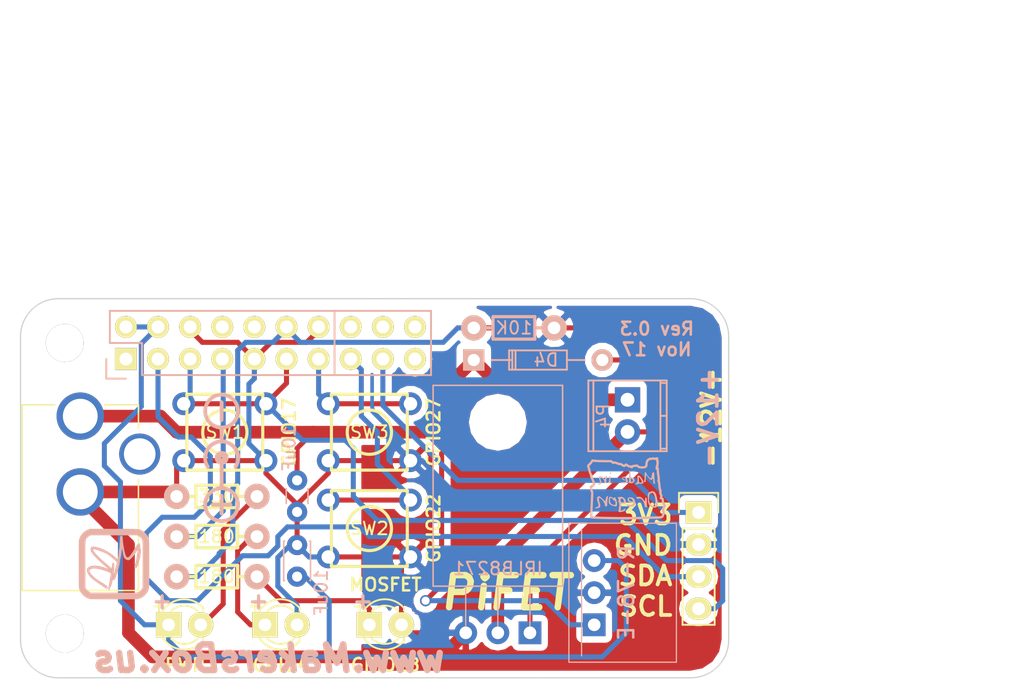
<source format=kicad_pcb>
(kicad_pcb (version 4) (host pcbnew 4.0.4-stable)

  (general
    (links 45)
    (no_connects 0)
    (area 38.049999 39.649999 94.150001 69.750001)
    (thickness 1.6)
    (drawings 38)
    (tracks 214)
    (zones 0)
    (modules 24)
    (nets 15)
  )

  (page A4)
  (title_block
    (title "Raspberry Pi Hat Template")
    (date 2015-12-24)
    (rev 0.1)
    (company OpenFet)
    (comment 1 "Author: Julien")
    (comment 2 "License: CERN OHL V1.2")
  )

  (layers
    (0 F.Cu signal)
    (31 B.Cu signal)
    (32 B.Adhes user)
    (33 F.Adhes user)
    (34 B.Paste user)
    (35 F.Paste user)
    (36 B.SilkS user)
    (37 F.SilkS user)
    (38 B.Mask user)
    (39 F.Mask user)
    (40 Dwgs.User user)
    (41 Cmts.User user)
    (42 Eco1.User user)
    (43 Eco2.User user)
    (44 Edge.Cuts user)
    (45 Margin user)
    (46 B.CrtYd user)
    (47 F.CrtYd user)
    (48 B.Fab user hide)
    (49 F.Fab user)
  )

  (setup
    (last_trace_width 0.4)
    (user_trace_width 0.1)
    (user_trace_width 0.2)
    (user_trace_width 0.3)
    (user_trace_width 0.4)
    (user_trace_width 0.5)
    (user_trace_width 0.6)
    (user_trace_width 0.8)
    (user_trace_width 1)
    (trace_clearance 0.15)
    (zone_clearance 0.508)
    (zone_45_only yes)
    (trace_min 0.1)
    (segment_width 0.35)
    (edge_width 0.1)
    (via_size 0.889)
    (via_drill 0.635)
    (via_min_size 0.26)
    (via_min_drill 0.16)
    (user_via 0.6 0.32)
    (user_via 1.5 0.8)
    (uvia_size 0.508)
    (uvia_drill 0.127)
    (uvias_allowed no)
    (uvia_min_size 0.508)
    (uvia_min_drill 0.127)
    (pcb_text_width 0.3)
    (pcb_text_size 1.5 1.5)
    (mod_edge_width 0.15)
    (mod_text_size 1 1)
    (mod_text_width 0.15)
    (pad_size 1.69926 1.69926)
    (pad_drill 0.9652)
    (pad_to_mask_clearance 0)
    (aux_axis_origin 0 0)
    (grid_origin 211.1 101.7)
    (visible_elements 7FFFFF7F)
    (pcbplotparams
      (layerselection 0x010f0_80000001)
      (usegerberextensions false)
      (excludeedgelayer true)
      (linewidth 0.100000)
      (plotframeref false)
      (viasonmask false)
      (mode 1)
      (useauxorigin false)
      (hpglpennumber 1)
      (hpglpenspeed 20)
      (hpglpendiameter 15)
      (hpglpenoverlay 2)
      (psnegative false)
      (psa4output false)
      (plotreference true)
      (plotvalue true)
      (plotinvisibletext false)
      (padsonsilk false)
      (subtractmaskfromsilk false)
      (outputformat 1)
      (mirror false)
      (drillshape 0)
      (scaleselection 1)
      (outputdirectory gerbers/))
  )

  (net 0 "")
  (net 1 GND)
  (net 2 "Net-(P3-Pad7)")
  (net 3 "Net-(D1-Pad2)")
  (net 4 "Net-(P3-Pad12)")
  (net 5 "Net-(D2-Pad1)")
  (net 6 "Net-(D3-Pad2)")
  (net 7 +12V)
  (net 8 +5V)
  (net 9 "Net-(D4-Pad2)")
  (net 10 "Net-(P3-Pad13)")
  (net 11 "Net-(P3-Pad15)")
  (net 12 /3V3)
  (net 13 /SDA)
  (net 14 /SCL)

  (net_class Default "This is the default net class."
    (clearance 0.15)
    (trace_width 0.2)
    (via_dia 0.889)
    (via_drill 0.635)
    (uvia_dia 0.508)
    (uvia_drill 0.127)
    (add_net +12V)
    (add_net +5V)
    (add_net /3V3)
    (add_net /SCL)
    (add_net /SDA)
    (add_net GND)
    (add_net "Net-(D1-Pad2)")
    (add_net "Net-(D2-Pad1)")
    (add_net "Net-(D3-Pad2)")
    (add_net "Net-(D4-Pad2)")
    (add_net "Net-(P3-Pad12)")
    (add_net "Net-(P3-Pad13)")
    (add_net "Net-(P3-Pad15)")
    (add_net "Net-(P3-Pad7)")
  )

  (module project_footprints:R-78-E (layer B.Cu) (tedit 5A051E7E) (tstamp 5939A05E)
    (at 83.465 62.965 90)
    (descr "TO-220, Horizontal, RM 2.54mm")
    (tags "TO-220 Horizontal RM 2.54mm")
    (path /590919B3)
    (fp_text reference U1 (at -4 5.5 90) (layer B.SilkS) hide
      (effects (font (size 1 1) (thickness 0.15)) (justify mirror))
    )
    (fp_text value R-78-E (at 0 2.54 90) (layer B.SilkS)
      (effects (font (size 1.2 1.2) (thickness 0.2)) (justify mirror))
    )
    (fp_line (start 5 -1) (end -5 -1) (layer B.SilkS) (width 0.1))
    (fp_line (start -5.5 -2) (end 5.5 -2) (layer B.SilkS) (width 0.1))
    (fp_line (start -5.5 -2) (end -5.5 6.5) (layer B.SilkS) (width 0.1))
    (fp_line (start -5.5 6.5) (end 5.5 6.5) (layer B.SilkS) (width 0.1))
    (fp_line (start 5.5 6.5) (end 5.5 -2) (layer B.SilkS) (width 0.1))
    (fp_text user %R (at -4 5.5 90) (layer B.Fab)
      (effects (font (size 1 1) (thickness 0.15)) (justify mirror))
    )
    (pad 1 thru_hole rect (at -2.54 0 90) (size 1.8 1.8) (drill 1) (layers *.Cu *.Mask)
      (net 7 +12V))
    (pad 2 thru_hole oval (at 0 0 90) (size 1.8 1.8) (drill 1) (layers *.Cu *.Mask)
      (net 1 GND))
    (pad 3 thru_hole oval (at 2.54 0 90) (size 1.8 1.8) (drill 1) (layers *.Cu *.Mask)
      (net 8 +5V))
    (model ${KISYS3DMOD}/TO_SOT_Packages_THT.3dshapes/TO-220_Horizontal.wrl
      (at (xyz 0.1 0 0))
      (scale (xyz 0.393701 0.393701 0.393701))
      (rotate (xyz 0 0 0))
    )
  )

  (module TO_SOT_Packages_THT:TO-220_Horizontal (layer B.Cu) (tedit 5A052CC8) (tstamp 58E834F6)
    (at 78.385 66.14 180)
    (descr "TO-220, Horizontal, RM 2.54mm")
    (tags "TO-220 Horizontal RM 2.54mm")
    (path /58E8331A)
    (fp_text reference Q1 (at 1.905 9.525 180) (layer B.SilkS) hide
      (effects (font (size 1 1) (thickness 0.15)) (justify mirror))
    )
    (fp_text value IRLB8271 (at 2.54 5.08 180) (layer B.SilkS)
      (effects (font (size 1 1) (thickness 0.15)) (justify mirror))
    )
    (fp_line (start 5.08 3.683) (end 5.08 0) (layer B.SilkS) (width 0.1))
    (fp_line (start 2.54 3.683) (end 2.54 0) (layer B.SilkS) (width 0.1))
    (fp_line (start 0 3.683) (end 0 0) (layer B.SilkS) (width 0.1))
    (fp_text user %R (at 2.54 20.58 180) (layer B.Fab)
      (effects (font (size 1 1) (thickness 0.15)) (justify mirror))
    )
    (fp_line (start -2.46 13.06) (end -2.46 19.46) (layer B.Fab) (width 0.1))
    (fp_line (start -2.46 19.46) (end 7.54 19.46) (layer B.Fab) (width 0.1))
    (fp_line (start 7.54 19.46) (end 7.54 13.06) (layer B.Fab) (width 0.1))
    (fp_line (start 7.54 13.06) (end -2.46 13.06) (layer B.Fab) (width 0.1))
    (fp_line (start -2.46 3.81) (end -2.46 13.06) (layer B.Fab) (width 0.1))
    (fp_line (start -2.46 13.06) (end 7.54 13.06) (layer B.Fab) (width 0.1))
    (fp_line (start 7.54 13.06) (end 7.54 3.81) (layer B.Fab) (width 0.1))
    (fp_line (start 7.54 3.81) (end -2.46 3.81) (layer B.Fab) (width 0.1))
    (fp_line (start 0 3.81) (end 0 0) (layer B.Fab) (width 0.1))
    (fp_line (start 2.54 3.81) (end 2.54 0) (layer B.Fab) (width 0.1))
    (fp_line (start 5.08 3.81) (end 5.08 0) (layer B.Fab) (width 0.1))
    (fp_line (start -2.58 3.69) (end 7.66 3.69) (layer B.SilkS) (width 0.12))
    (fp_line (start -2.58 19.58) (end 7.66 19.58) (layer B.SilkS) (width 0.12))
    (fp_line (start -2.58 19.58) (end -2.58 3.69) (layer B.SilkS) (width 0.12))
    (fp_line (start 7.66 19.58) (end 7.66 3.69) (layer B.SilkS) (width 0.12))
    (fp_line (start -2.71 19.71) (end -2.71 -1.15) (layer B.CrtYd) (width 0.05))
    (fp_line (start -2.71 -1.15) (end 7.79 -1.15) (layer B.CrtYd) (width 0.05))
    (fp_line (start 7.79 -1.15) (end 7.79 19.71) (layer B.CrtYd) (width 0.05))
    (fp_line (start 7.79 19.71) (end -2.71 19.71) (layer B.CrtYd) (width 0.05))
    (fp_circle (center 2.54 16.66) (end 4.39 16.66) (layer B.Fab) (width 0.1))
    (pad 0 np_thru_hole oval (at 2.54 16.66 180) (size 3.5 3.5) (drill 3.5) (layers *.Cu *.Mask))
    (pad 1 thru_hole rect (at 0 0 180) (size 1.8 1.8) (drill 1) (layers *.Cu *.Mask)
      (net 4 "Net-(P3-Pad12)"))
    (pad 2 thru_hole oval (at 2.54 0 180) (size 1.8 1.8) (drill 1) (layers *.Cu *.Mask)
      (net 9 "Net-(D4-Pad2)"))
    (pad 3 thru_hole oval (at 5.08 0 180) (size 1.8 1.8) (drill 1) (layers *.Cu *.Mask)
      (net 1 GND))
    (model ${KISYS3DMOD}/TO_SOT_Packages_THT.3dshapes/TO-220_Horizontal.wrl
      (at (xyz 0.1 0 0))
      (scale (xyz 0.393701 0.393701 0.393701))
      (rotate (xyz 0 0 0))
    )
    (model TO_SOT_Packages_THT.3dshapes/TO-220_Neutral123_Horizontal.wrl
      (at (xyz 0.1 0 0))
      (scale (xyz 0.4 0.4 0.4))
      (rotate (xyz 0 0 0))
    )
  )

  (module Pin_Headers:Pin_Header_Straight_2x10 (layer F.Cu) (tedit 5828EB59) (tstamp 5509D7DA)
    (at 46.4318 44.4738 90)
    (descr "Through hole pin header")
    (tags "pin header")
    (path /54E92361)
    (fp_text reference P3 (at 0 -5.1 90) (layer F.SilkS) hide
      (effects (font (size 1 1) (thickness 0.15)))
    )
    (fp_text value Raspberry_Pi_+_Conn (at 0 -3.1 90) (layer F.Fab)
      (effects (font (size 1 1) (thickness 0.15)))
    )
    (fp_line (start 3.75 16.5) (end -1.25 16.5) (layer B.SilkS) (width 0.1524))
    (fp_line (start -1.75 -1.75) (end -1.75 24.65) (layer F.CrtYd) (width 0.05))
    (fp_line (start 4.3 -1.75) (end 4.3 24.65) (layer F.CrtYd) (width 0.05))
    (fp_line (start -1.75 -1.75) (end 4.3 -1.75) (layer F.CrtYd) (width 0.05))
    (fp_line (start -1.75 24.65) (end 4.3 24.65) (layer F.CrtYd) (width 0.05))
    (fp_line (start 3.81 24.13) (end 3.81 -1.27) (layer B.SilkS) (width 0.15))
    (fp_line (start -1.27 1.27) (end -1.27 24.13) (layer B.SilkS) (width 0.15))
    (fp_line (start 3.81 24.13) (end -1.27 24.13) (layer B.SilkS) (width 0.15))
    (fp_line (start 3.81 -1.27) (end 1.27 -1.27) (layer B.SilkS) (width 0.15))
    (fp_line (start 0 -1.55) (end -1.55 -1.55) (layer B.SilkS) (width 0.15))
    (fp_line (start 1.27 -1.27) (end 1.27 1.27) (layer B.SilkS) (width 0.15))
    (fp_line (start 1.27 1.27) (end -1.27 1.27) (layer B.SilkS) (width 0.15))
    (fp_line (start -1.55 -1.55) (end -1.55 0) (layer B.SilkS) (width 0.15))
    (pad 1 thru_hole rect (at 0 0 90) (size 1.7272 1.7272) (drill 1.016) (layers *.Cu *.Mask F.SilkS))
    (pad 2 thru_hole oval (at 2.54 0 90) (size 1.7272 1.7272) (drill 1.016) (layers *.Cu *.Mask F.SilkS)
      (net 8 +5V))
    (pad 3 thru_hole oval (at 0 2.54 90) (size 1.7272 1.7272) (drill 1.016) (layers *.Cu *.Mask F.SilkS)
      (net 13 /SDA))
    (pad 4 thru_hole oval (at 2.54 2.54 90) (size 1.7272 1.7272) (drill 1.016) (layers *.Cu *.Mask F.SilkS)
      (net 8 +5V))
    (pad 5 thru_hole oval (at 0 5.08 90) (size 1.7272 1.7272) (drill 1.016) (layers *.Cu *.Mask F.SilkS)
      (net 14 /SCL))
    (pad 6 thru_hole oval (at 2.54 5.08 90) (size 1.7272 1.7272) (drill 1.016) (layers *.Cu *.Mask F.SilkS)
      (net 1 GND))
    (pad 7 thru_hole oval (at 0 7.62 90) (size 1.7272 1.7272) (drill 1.016) (layers *.Cu *.Mask F.SilkS)
      (net 2 "Net-(P3-Pad7)"))
    (pad 8 thru_hole oval (at 2.54 7.62 90) (size 1.7272 1.7272) (drill 1.016) (layers *.Cu *.Mask F.SilkS))
    (pad 9 thru_hole oval (at 0 10.16 90) (size 1.7272 1.7272) (drill 1.016) (layers *.Cu *.Mask F.SilkS)
      (net 1 GND))
    (pad 10 thru_hole oval (at 2.54 10.16 90) (size 1.7272 1.7272) (drill 1.016) (layers *.Cu *.Mask F.SilkS))
    (pad 11 thru_hole oval (at 0 12.7 90) (size 1.7272 1.7272) (drill 1.016) (layers *.Cu *.Mask F.SilkS)
      (net 14 /SCL))
    (pad 12 thru_hole oval (at 2.54 12.7 90) (size 1.7272 1.7272) (drill 1.016) (layers *.Cu *.Mask F.SilkS)
      (net 4 "Net-(P3-Pad12)"))
    (pad 13 thru_hole oval (at 0 15.24 90) (size 1.7272 1.7272) (drill 1.016) (layers *.Cu *.Mask F.SilkS)
      (net 10 "Net-(P3-Pad13)"))
    (pad 14 thru_hole oval (at 2.54 15.24 90) (size 1.7272 1.7272) (drill 1.016) (layers *.Cu *.Mask F.SilkS)
      (net 1 GND))
    (pad 15 thru_hole oval (at 0 17.78 90) (size 1.7272 1.7272) (drill 1.016) (layers *.Cu *.Mask F.SilkS)
      (net 11 "Net-(P3-Pad15)"))
    (pad 16 thru_hole oval (at 2.54 17.78 90) (size 1.7272 1.7272) (drill 1.016) (layers *.Cu *.Mask F.SilkS))
    (pad 17 thru_hole oval (at 0 20.32 90) (size 1.7272 1.7272) (drill 1.016) (layers *.Cu *.Mask F.SilkS)
      (net 12 /3V3))
    (pad 18 thru_hole oval (at 2.54 20.32 90) (size 1.7272 1.7272) (drill 1.016) (layers *.Cu *.Mask F.SilkS))
    (pad 19 thru_hole oval (at 0 22.86 90) (size 1.7272 1.7272) (drill 1.016) (layers *.Cu *.Mask F.SilkS))
    (pad 20 thru_hole oval (at 2.54 22.86 90) (size 1.7272 1.7272) (drill 1.016) (layers *.Cu *.Mask F.SilkS))
    (model 3D/pin_socket_2mm_7x2.wrl
      (at (xyz 0.05 -0.3 -0.05))
      (scale (xyz 1.25 1.25 1.25))
      (rotate (xyz 0 180 90))
    )
  )

  (module Mounting_Holes:MountingHole_3mm (layer F.Cu) (tedit 5687A909) (tstamp 5684F8FC)
    (at 41.6 43.2)
    (descr "Mounting hole, Befestigungsbohrung, 3mm, No Annular, Kein Restring,")
    (tags "Mounting hole, Befestigungsbohrung, 3mm, No Annular, Kein Restring,")
    (fp_text reference REF** (at 0 -4.0005) (layer F.SilkS) hide
      (effects (font (size 0.5 0.5) (thickness 0.125)))
    )
    (fp_text value MountingHole_3mm (at 1.00076 5.00126) (layer F.Fab) hide
      (effects (font (size 0.5 0.5) (thickness 0.125)))
    )
    (fp_circle (center 0 0) (end 3 0) (layer Cmts.User) (width 0.381))
    (pad 1 thru_hole circle (at 0 0) (size 3 3) (drill 3) (layers))
  )

  (module Mounting_Holes:MountingHole_3mm (layer F.Cu) (tedit 5687A904) (tstamp 5684F8FF)
    (at 41.6 66.2)
    (descr "Mounting hole, Befestigungsbohrung, 3mm, No Annular, Kein Restring,")
    (tags "Mounting hole, Befestigungsbohrung, 3mm, No Annular, Kein Restring,")
    (fp_text reference REF** (at 0 -4.0005) (layer F.SilkS) hide
      (effects (font (size 0.5 0.5) (thickness 0.125)))
    )
    (fp_text value MountingHole_3mm (at 1.00076 5.00126) (layer F.Fab) hide
      (effects (font (size 0.5 0.5) (thickness 0.125)))
    )
    (fp_circle (center 0 0) (end 3 0) (layer Cmts.User) (width 0.381))
    (pad 1 thru_hole circle (at 0 0) (size 3 3) (drill 3) (layers))
  )

  (module myFootPrints:MadeInOregonRev25 (layer F.Cu) (tedit 0) (tstamp 58E839BC)
    (at 86.005 54.71)
    (fp_text reference VAL (at 0 0) (layer F.SilkS) hide
      (effects (font (size 1.143 1.143) (thickness 0.1778)))
    )
    (fp_text value MadeInOregonRev25 (at 0 0) (layer F.SilkS) hide
      (effects (font (size 1.143 1.143) (thickness 0.1778)))
    )
    (fp_poly (pts (xy -3.09626 -1.76022) (xy -3.09626 -1.72212) (xy -3.09372 -1.69672) (xy -3.09118 -1.67386)
      (xy -3.0861 -1.65608) (xy -3.07594 -1.63576) (xy -3.0734 -1.62814) (xy -3.0607 -1.6002)
      (xy -3.05054 -1.5748) (xy -3.04038 -1.54432) (xy -3.03022 -1.50876) (xy -3.02006 -1.46304)
      (xy -3.00736 -1.4097) (xy -3.00228 -1.39192) (xy -2.98704 -1.31826) (xy -2.96926 -1.2573)
      (xy -2.95402 -1.20396) (xy -2.9337 -1.15824) (xy -2.91338 -1.1176) (xy -2.91338 -1.74752)
      (xy -2.91338 -1.76276) (xy -2.91084 -1.77546) (xy -2.90322 -1.78816) (xy -2.89052 -1.8034)
      (xy -2.86766 -1.82118) (xy -2.8575 -1.83134) (xy -2.82956 -1.8542) (xy -2.80416 -1.8796)
      (xy -2.78638 -1.90246) (xy -2.77876 -1.91008) (xy -2.76606 -1.92786) (xy -2.74574 -1.95326)
      (xy -2.72034 -1.98374) (xy -2.69494 -2.01422) (xy -2.6924 -2.01676) (xy -2.66954 -2.0447)
      (xy -2.64922 -2.0701) (xy -2.63652 -2.08788) (xy -2.6289 -2.09804) (xy -2.6289 -2.10058)
      (xy -2.62382 -2.10566) (xy -2.60604 -2.10566) (xy -2.58064 -2.10566) (xy -2.55016 -2.10058)
      (xy -2.51968 -2.0955) (xy -2.50952 -2.09296) (xy -2.49682 -2.09042) (xy -2.48412 -2.08534)
      (xy -2.46888 -2.08534) (xy -2.4511 -2.0828) (xy -2.4257 -2.08026) (xy -2.39268 -2.07772)
      (xy -2.35458 -2.07772) (xy -2.30632 -2.07518) (xy -2.2479 -2.07518) (xy -2.17678 -2.07264)
      (xy -2.09296 -2.0701) (xy -2.03962 -2.0701) (xy -1.95326 -2.06756) (xy -1.8669 -2.06756)
      (xy -1.78054 -2.06502) (xy -1.69672 -2.06502) (xy -1.61798 -2.06248) (xy -1.54686 -2.06248)
      (xy -1.48336 -2.06248) (xy -1.4351 -2.06248) (xy -1.4224 -2.06248) (xy -1.22936 -2.06248)
      (xy -1.1684 -2.00152) (xy -1.10744 -1.9431) (xy -1.0668 -1.9431) (xy -1.03886 -1.9431)
      (xy -1.0033 -1.94564) (xy -0.97536 -1.95072) (xy -0.94234 -1.95326) (xy -0.91186 -1.95072)
      (xy -0.87884 -1.94564) (xy -0.8382 -1.93548) (xy -0.79248 -1.9177) (xy -0.7366 -1.89484)
      (xy -0.72136 -1.88976) (xy -0.67818 -1.86944) (xy -0.64516 -1.85674) (xy -0.61722 -1.84912)
      (xy -0.59182 -1.84404) (xy -0.56388 -1.83896) (xy -0.5461 -1.83642) (xy -0.50038 -1.83134)
      (xy -0.46482 -1.82626) (xy -0.43688 -1.81864) (xy -0.41656 -1.80848) (xy -0.39624 -1.79578)
      (xy -0.37592 -1.77546) (xy -0.37338 -1.77292) (xy -0.35052 -1.7526) (xy -0.32512 -1.73482)
      (xy -0.30734 -1.72212) (xy -0.30734 -1.72212) (xy -0.28702 -1.71704) (xy -0.25654 -1.71196)
      (xy -0.22098 -1.70434) (xy -0.18288 -1.7018) (xy -0.14986 -1.69672) (xy -0.12446 -1.69672)
      (xy -0.10922 -1.69926) (xy -0.09652 -1.70688) (xy -0.07366 -1.71958) (xy -0.05334 -1.73736)
      (xy -0.03048 -1.75768) (xy -0.01524 -1.7653) (xy -0.00508 -1.76784) (xy 0 -1.7653)
      (xy 0.01016 -1.75768) (xy 0.03048 -1.74498) (xy 0.05842 -1.7272) (xy 0.0889 -1.70688)
      (xy 0.09652 -1.7018) (xy 0.18288 -1.64846) (xy 0.25908 -1.64592) (xy 0.29464 -1.64338)
      (xy 0.3175 -1.64084) (xy 0.3302 -1.6383) (xy 0.34036 -1.63322) (xy 0.34544 -1.6256)
      (xy 0.34798 -1.62052) (xy 0.3683 -1.59766) (xy 0.39624 -1.58242) (xy 0.42672 -1.5748)
      (xy 0.4318 -1.5748) (xy 0.45974 -1.58242) (xy 0.48768 -1.6002) (xy 0.51562 -1.63068)
      (xy 0.52578 -1.64338) (xy 0.53848 -1.65608) (xy 0.5461 -1.66624) (xy 0.55626 -1.67386)
      (xy 0.56896 -1.68148) (xy 0.58928 -1.68402) (xy 0.61468 -1.6891) (xy 0.65278 -1.69418)
      (xy 0.70104 -1.69672) (xy 0.71628 -1.69926) (xy 0.8255 -1.70942) (xy 0.85598 -1.68148)
      (xy 0.89154 -1.64846) (xy 0.9271 -1.62306) (xy 0.95758 -1.60274) (xy 0.96774 -1.59766)
      (xy 0.9906 -1.59258) (xy 1.02362 -1.5875) (xy 1.0668 -1.58242) (xy 1.11252 -1.57734)
      (xy 1.16332 -1.57226) (xy 1.21158 -1.56972) (xy 1.2573 -1.56972) (xy 1.25984 -1.56972)
      (xy 1.3081 -1.56972) (xy 1.35128 -1.5748) (xy 1.39446 -1.57988) (xy 1.44272 -1.59004)
      (xy 1.48844 -1.6002) (xy 1.52146 -1.61036) (xy 1.54686 -1.62306) (xy 1.56972 -1.63576)
      (xy 1.59258 -1.65608) (xy 1.61798 -1.68148) (xy 1.63576 -1.7018) (xy 1.651 -1.72212)
      (xy 1.65862 -1.74498) (xy 1.66624 -1.77292) (xy 1.67386 -1.80848) (xy 1.6764 -1.85166)
      (xy 1.68148 -1.90246) (xy 1.6891 -1.9812) (xy 1.7018 -2.04978) (xy 1.72212 -2.10566)
      (xy 1.74752 -2.15138) (xy 1.75006 -2.15646) (xy 1.77546 -2.18186) (xy 1.81356 -2.2098)
      (xy 1.82626 -2.21742) (xy 1.8542 -2.23012) (xy 1.87706 -2.24028) (xy 1.89484 -2.24282)
      (xy 1.9177 -2.24282) (xy 1.92024 -2.24282) (xy 1.95834 -2.24282) (xy 2.00152 -2.25044)
      (xy 2.032 -2.25806) (xy 2.0701 -2.27076) (xy 2.09804 -2.27584) (xy 2.11582 -2.27838)
      (xy 2.13106 -2.2733) (xy 2.1463 -2.26822) (xy 2.15392 -2.26314) (xy 2.1844 -2.2479)
      (xy 2.22758 -2.24282) (xy 2.27584 -2.2479) (xy 2.29108 -2.25298) (xy 2.31394 -2.25806)
      (xy 2.33426 -2.26314) (xy 2.34188 -2.26314) (xy 2.34188 -2.25806) (xy 2.34442 -2.23774)
      (xy 2.34442 -2.21488) (xy 2.34442 -2.21234) (xy 2.34442 -2.1844) (xy 2.34696 -2.16408)
      (xy 2.35204 -2.1463) (xy 2.36474 -2.12852) (xy 2.3876 -2.0955) (xy 2.37998 -1.97612)
      (xy 2.37744 -1.9304) (xy 2.37236 -1.89738) (xy 2.36982 -1.87198) (xy 2.36474 -1.8542)
      (xy 2.35966 -1.83896) (xy 2.35204 -1.82372) (xy 2.34696 -1.8161) (xy 2.33172 -1.78562)
      (xy 2.3241 -1.75768) (xy 2.3241 -1.73736) (xy 2.32156 -1.70942) (xy 2.31902 -1.68656)
      (xy 2.31648 -1.67894) (xy 2.31394 -1.66116) (xy 2.30886 -1.63576) (xy 2.30886 -1.60274)
      (xy 2.30886 -1.59004) (xy 2.30886 -1.55702) (xy 2.30886 -1.5367) (xy 2.31394 -1.52146)
      (xy 2.32156 -1.5113) (xy 2.33172 -1.4986) (xy 2.33426 -1.49606) (xy 2.35458 -1.48082)
      (xy 2.3749 -1.4732) (xy 2.37744 -1.47066) (xy 2.3876 -1.47066) (xy 2.39268 -1.46558)
      (xy 2.39776 -1.45034) (xy 2.4003 -1.42494) (xy 2.40284 -1.39192) (xy 2.40538 -1.35382)
      (xy 2.40538 -1.33096) (xy 2.40792 -1.28778) (xy 2.413 -1.2319) (xy 2.42062 -1.16078)
      (xy 2.43332 -1.07442) (xy 2.4511 -0.97536) (xy 2.4511 -0.96774) (xy 2.45872 -0.92456)
      (xy 2.4638 -0.88392) (xy 2.46888 -0.85344) (xy 2.47142 -0.83058) (xy 2.47396 -0.82296)
      (xy 2.47396 -0.81026) (xy 2.47142 -0.7874) (xy 2.47142 -0.75692) (xy 2.46888 -0.72644)
      (xy 2.46888 -0.69342) (xy 2.46634 -0.66294) (xy 2.4638 -0.64262) (xy 2.46126 -0.635)
      (xy 2.4511 -0.6096) (xy 2.44856 -0.57912) (xy 2.4511 -0.54864) (xy 2.46126 -0.52324)
      (xy 2.4765 -0.51054) (xy 2.48412 -0.49784) (xy 2.49174 -0.47244) (xy 2.5019 -0.4318)
      (xy 2.50952 -0.37592) (xy 2.51968 -0.30734) (xy 2.5273 -0.2286) (xy 2.53238 -0.16764)
      (xy 2.53746 -0.1143) (xy 2.54254 -0.0635) (xy 2.54762 -0.02032) (xy 2.5527 0.01524)
      (xy 2.55524 0.04064) (xy 2.55778 0.05334) (xy 2.56794 0.07366) (xy 2.5781 0.1016)
      (xy 2.58826 0.127) (xy 2.59588 0.14732) (xy 2.6035 0.16256) (xy 2.60604 0.18034)
      (xy 2.60858 0.20066) (xy 2.60858 0.22606) (xy 2.60604 0.25908) (xy 2.6035 0.3048)
      (xy 2.6035 0.32512) (xy 2.60096 0.37084) (xy 2.60096 0.4064) (xy 2.60604 0.43434)
      (xy 2.61366 0.45974) (xy 2.62636 0.48768) (xy 2.64668 0.5207) (xy 2.66446 0.5588)
      (xy 2.67462 0.58674) (xy 2.6797 0.61468) (xy 2.67462 0.64262) (xy 2.66446 0.68072)
      (xy 2.65938 0.69088) (xy 2.64668 0.72898) (xy 2.63906 0.75946) (xy 2.63906 0.77978)
      (xy 2.6416 0.79756) (xy 2.64922 0.8128) (xy 2.64922 0.81534) (xy 2.66446 0.83058)
      (xy 2.68986 0.84836) (xy 2.72034 0.86614) (xy 2.75336 0.87884) (xy 2.77368 0.88646)
      (xy 2.794 0.89154) (xy 2.794 0.98044) (xy 2.794 1.07188) (xy 2.82448 1.13538)
      (xy 2.8575 1.20396) (xy 2.8829 1.26238) (xy 2.90322 1.31064) (xy 2.91592 1.3462)
      (xy 2.921 1.36652) (xy 2.92354 1.3843) (xy 2.92354 1.39954) (xy 2.91592 1.41478)
      (xy 2.90068 1.4351) (xy 2.90068 1.43764) (xy 2.87274 1.47828) (xy 2.84988 1.51638)
      (xy 2.8321 1.5621) (xy 2.82448 1.59004) (xy 2.80924 1.64338) (xy 2.8321 1.74244)
      (xy 2.84734 1.80848) (xy 2.85496 1.86182) (xy 2.86004 1.90754) (xy 2.86004 1.94818)
      (xy 2.85242 1.98628) (xy 2.84226 2.02438) (xy 2.84226 2.02438) (xy 2.82702 2.06756)
      (xy 2.81432 2.10566) (xy 2.79908 2.13868) (xy 2.78892 2.16154) (xy 2.77876 2.1717)
      (xy 2.77876 2.17424) (xy 2.7686 2.17678) (xy 2.74828 2.1844) (xy 2.74066 2.18948)
      (xy 2.7178 2.1971) (xy 2.68224 2.20472) (xy 2.63398 2.2098) (xy 2.57302 2.21234)
      (xy 2.49682 2.21488) (xy 2.40792 2.21742) (xy 2.30632 2.21742) (xy 2.29616 2.21742)
      (xy 2.24028 2.21996) (xy 2.17424 2.21996) (xy 2.10058 2.2225) (xy 2.02184 2.2225)
      (xy 1.9431 2.22504) (xy 1.86944 2.23012) (xy 1.84912 2.23012) (xy 1.6129 2.23774)
      (xy 1.38684 2.2479) (xy 1.16332 2.25298) (xy 0.9398 2.25806) (xy 0.71882 2.26314)
      (xy 0.4953 2.26568) (xy 0.26924 2.26822) (xy 0.03556 2.26822) (xy -0.2032 2.26822)
      (xy -0.45466 2.26822) (xy -0.71628 2.26568) (xy -0.84836 2.26314) (xy -1.03378 2.2606)
      (xy -1.20396 2.25806) (xy -1.36144 2.25552) (xy -1.50622 2.25298) (xy -1.64084 2.25044)
      (xy -1.7653 2.2479) (xy -1.88214 2.24536) (xy -1.98882 2.24282) (xy -2.08788 2.23774)
      (xy -2.17932 2.2352) (xy -2.26822 2.23266) (xy -2.35204 2.22758) (xy -2.39776 2.22504)
      (xy -2.46126 2.2225) (xy -2.51968 2.21742) (xy -2.57302 2.21488) (xy -2.61874 2.21234)
      (xy -2.65176 2.2098) (xy -2.67462 2.2098) (xy -2.68732 2.2098) (xy -2.68732 2.2098)
      (xy -2.68732 2.20218) (xy -2.68478 2.17932) (xy -2.68478 2.1463) (xy -2.68224 2.09804)
      (xy -2.6797 2.03962) (xy -2.67716 1.97104) (xy -2.67208 1.8923) (xy -2.66954 1.80594)
      (xy -2.66446 1.70942) (xy -2.65938 1.60782) (xy -2.65684 1.50114) (xy -2.65176 1.38684)
      (xy -2.64414 1.27) (xy -2.64414 1.25476) (xy -2.63906 1.11506) (xy -2.63398 0.98806)
      (xy -2.6289 0.87376) (xy -2.62382 0.77216) (xy -2.61874 0.68326) (xy -2.6162 0.60452)
      (xy -2.61366 0.53848) (xy -2.61112 0.47752) (xy -2.61112 0.42926) (xy -2.61112 0.38608)
      (xy -2.61112 0.35306) (xy -2.61112 0.32258) (xy -2.61112 0.29972) (xy -2.61366 0.28194)
      (xy -2.6162 0.2667) (xy -2.61874 0.25654) (xy -2.62128 0.24638) (xy -2.62636 0.23876)
      (xy -2.63144 0.23368) (xy -2.63652 0.22606) (xy -2.6416 0.21844) (xy -2.6543 0.2032)
      (xy -2.66192 0.18796) (xy -2.66446 0.17272) (xy -2.66192 0.14732) (xy -2.66192 0.13716)
      (xy -2.66192 0.1016) (xy -2.66446 0.06858) (xy -2.67462 0.02794) (xy -2.67462 0.0254)
      (xy -2.68732 -0.01778) (xy -2.69494 -0.04826) (xy -2.69748 -0.07112) (xy -2.69748 -0.08382)
      (xy -2.69494 -0.09398) (xy -2.68732 -0.09906) (xy -2.68732 -0.1016) (xy -2.66954 -0.10668)
      (xy -2.64668 -0.1143) (xy -2.63652 -0.1143) (xy -2.60858 -0.12192) (xy -2.58572 -0.13208)
      (xy -2.5654 -0.14732) (xy -2.54762 -0.17018) (xy -2.52476 -0.20574) (xy -2.50698 -0.2413)
      (xy -2.4638 -0.3302) (xy -2.47142 -0.40894) (xy -2.4765 -0.43942) (xy -2.48158 -0.46736)
      (xy -2.4892 -0.49276) (xy -2.49682 -0.5207) (xy -2.50952 -0.55626) (xy -2.52984 -0.59944)
      (xy -2.53492 -0.61214) (xy -2.55524 -0.66294) (xy -2.5781 -0.71374) (xy -2.60096 -0.76708)
      (xy -2.62128 -0.8128) (xy -2.63144 -0.83058) (xy -2.64668 -0.86868) (xy -2.65938 -0.89662)
      (xy -2.667 -0.91694) (xy -2.66954 -0.92964) (xy -2.667 -0.9398) (xy -2.667 -0.94996)
      (xy -2.65938 -0.97536) (xy -2.65938 -1.00584) (xy -2.66954 -1.03886) (xy -2.68732 -1.0795)
      (xy -2.71272 -1.12776) (xy -2.71526 -1.1303) (xy -2.73812 -1.17094) (xy -2.75844 -1.2065)
      (xy -2.77368 -1.23698) (xy -2.78384 -1.26746) (xy -2.79654 -1.30048) (xy -2.8067 -1.34112)
      (xy -2.81686 -1.38684) (xy -2.82702 -1.43256) (xy -2.84226 -1.49606) (xy -2.85496 -1.54686)
      (xy -2.86512 -1.5875) (xy -2.87528 -1.62052) (xy -2.88544 -1.64846) (xy -2.89306 -1.67132)
      (xy -2.90068 -1.68148) (xy -2.9083 -1.70942) (xy -2.91338 -1.7399) (xy -2.91338 -1.74752)
      (xy -2.91338 -1.1176) (xy -2.91084 -1.11506) (xy -2.90576 -1.09982) (xy -2.88798 -1.07188)
      (xy -2.87782 -1.04902) (xy -2.87274 -1.03632) (xy -2.87274 -1.02616) (xy -2.87782 -1.016)
      (xy -2.88036 -0.99822) (xy -2.8829 -0.98044) (xy -2.87782 -0.95758) (xy -2.8702 -0.92964)
      (xy -2.85496 -0.89408) (xy -2.83464 -0.84582) (xy -2.8194 -0.81534) (xy -2.78384 -0.73406)
      (xy -2.74828 -0.65786) (xy -2.72034 -0.58928) (xy -2.69494 -0.52832) (xy -2.67462 -0.47752)
      (xy -2.66192 -0.43688) (xy -2.6543 -0.40894) (xy -2.6543 -0.4064) (xy -2.64922 -0.37846)
      (xy -2.65176 -0.36068) (xy -2.65684 -0.34036) (xy -2.66446 -0.32766) (xy -2.67462 -0.30734)
      (xy -2.68732 -0.29464) (xy -2.70256 -0.28702) (xy -2.72542 -0.28194) (xy -2.73812 -0.2794)
      (xy -2.75336 -0.27686) (xy -2.77114 -0.2667) (xy -2.78892 -0.25146) (xy -2.81686 -0.22606)
      (xy -2.82448 -0.2159) (xy -2.84988 -0.1905) (xy -2.86766 -0.17272) (xy -2.87782 -0.16002)
      (xy -2.8829 -0.14732) (xy -2.8829 -0.13208) (xy -2.8829 -0.12192) (xy -2.88036 -0.06858)
      (xy -2.86766 -0.00762) (xy -2.85242 0.05588) (xy -2.8448 0.08382) (xy -2.84226 0.10668)
      (xy -2.84226 0.12954) (xy -2.8448 0.16002) (xy -2.84734 0.1651) (xy -2.84988 0.19812)
      (xy -2.84988 0.22606) (xy -2.84226 0.24892) (xy -2.82448 0.27686) (xy -2.8067 0.29972)
      (xy -2.78384 0.32766) (xy -2.82702 1.3081) (xy -2.8321 1.42748) (xy -2.83718 1.54432)
      (xy -2.84226 1.65608) (xy -2.84734 1.76276) (xy -2.84988 1.86182) (xy -2.85496 1.95326)
      (xy -2.8575 2.03708) (xy -2.86004 2.11074) (xy -2.86258 2.17424) (xy -2.86512 2.22758)
      (xy -2.86512 2.26822) (xy -2.86512 2.29616) (xy -2.86512 2.3114) (xy -2.86512 2.3114)
      (xy -2.85496 2.3368) (xy -2.83464 2.35966) (xy -2.81178 2.3749) (xy -2.8067 2.37744)
      (xy -2.794 2.37998) (xy -2.76606 2.38252) (xy -2.72796 2.38506) (xy -2.6797 2.39014)
      (xy -2.62128 2.39268) (xy -2.55778 2.39776) (xy -2.48412 2.4003) (xy -2.40792 2.40538)
      (xy -2.32664 2.40792) (xy -2.24536 2.413) (xy -2.16154 2.41554) (xy -2.08026 2.41808)
      (xy -1.99898 2.42062) (xy -1.92278 2.42316) (xy -1.85166 2.4257) (xy -1.80848 2.42824)
      (xy -1.74752 2.42824) (xy -1.67386 2.43078) (xy -1.59004 2.43078) (xy -1.4986 2.43332)
      (xy -1.397 2.43586) (xy -1.29032 2.43586) (xy -1.1811 2.4384) (xy -1.0668 2.4384)
      (xy -0.95504 2.44094) (xy -0.84582 2.44348) (xy -0.80264 2.44348) (xy -0.70104 2.44348)
      (xy -0.59944 2.44602) (xy -0.50038 2.44602) (xy -0.40386 2.44856) (xy -0.31496 2.44856)
      (xy -0.23114 2.44856) (xy -0.15748 2.4511) (xy -0.09398 2.4511) (xy -0.04064 2.4511)
      (xy 0 2.4511) (xy 0.02286 2.4511) (xy 0.05842 2.4511) (xy 0.10922 2.4511)
      (xy 0.17018 2.4511) (xy 0.2413 2.4511) (xy 0.3175 2.4511) (xy 0.39878 2.44856)
      (xy 0.4826 2.44856) (xy 0.56642 2.44602) (xy 0.60198 2.44602) (xy 0.75692 2.44348)
      (xy 0.90678 2.4384) (xy 1.0541 2.43586) (xy 1.1938 2.43078) (xy 1.32588 2.42824)
      (xy 1.45034 2.42316) (xy 1.56464 2.42062) (xy 1.66624 2.41808) (xy 1.7526 2.413)
      (xy 1.77038 2.413) (xy 1.82626 2.41046) (xy 1.8923 2.40792) (xy 1.96342 2.40792)
      (xy 2.03454 2.40538) (xy 2.10312 2.40538) (xy 2.12852 2.40538) (xy 2.19456 2.40538)
      (xy 2.26822 2.40284) (xy 2.3495 2.40284) (xy 2.42824 2.39776) (xy 2.50444 2.39522)
      (xy 2.54254 2.39522) (xy 2.75844 2.38252) (xy 2.82956 2.3495) (xy 2.86258 2.33172)
      (xy 2.88798 2.31902) (xy 2.90576 2.30632) (xy 2.91084 2.30124) (xy 2.92608 2.28092)
      (xy 2.94132 2.25044) (xy 2.96164 2.2098) (xy 2.97942 2.16662) (xy 2.9972 2.12344)
      (xy 3.01244 2.08534) (xy 3.02514 2.0447) (xy 3.03276 2.01168) (xy 3.03784 1.98628)
      (xy 3.04038 1.9558) (xy 3.04038 1.93548) (xy 3.0353 1.86182) (xy 3.0226 1.778)
      (xy 3.00736 1.70434) (xy 2.99974 1.66878) (xy 2.99974 1.64084) (xy 3.00736 1.61036)
      (xy 3.0226 1.57734) (xy 3.04546 1.53924) (xy 3.0607 1.52146) (xy 3.08356 1.4859)
      (xy 3.0988 1.4605) (xy 3.10642 1.4351) (xy 3.10896 1.4097) (xy 3.10642 1.37668)
      (xy 3.0988 1.33858) (xy 3.09118 1.3081) (xy 3.07848 1.26746) (xy 3.0607 1.22174)
      (xy 3.04038 1.1684) (xy 3.01498 1.1176) (xy 2.99466 1.07442) (xy 2.98704 1.05664)
      (xy 2.97942 1.0414) (xy 2.97688 1.02362) (xy 2.97434 1.0033) (xy 2.97434 0.97282)
      (xy 2.97434 0.93218) (xy 2.97434 0.9271) (xy 2.9718 0.87884) (xy 2.96926 0.8382)
      (xy 2.96418 0.81026) (xy 2.95148 0.7874) (xy 2.9337 0.76708) (xy 2.90576 0.7493)
      (xy 2.86766 0.72898) (xy 2.84734 0.71882) (xy 2.84734 0.7112) (xy 2.84988 0.69342)
      (xy 2.85496 0.66802) (xy 2.8575 0.6604) (xy 2.86258 0.61468) (xy 2.86258 0.5842)
      (xy 2.86258 0.57658) (xy 2.84988 0.5334) (xy 2.82956 0.48768) (xy 2.8067 0.44196)
      (xy 2.79908 0.42926) (xy 2.79146 0.41656) (xy 2.78638 0.40386) (xy 2.7813 0.38862)
      (xy 2.7813 0.37084) (xy 2.7813 0.34798) (xy 2.7813 0.3175) (xy 2.78638 0.27432)
      (xy 2.79146 0.22098) (xy 2.79146 0.21844) (xy 2.79146 0.19304) (xy 2.79146 0.16764)
      (xy 2.78384 0.1397) (xy 2.77622 0.11176) (xy 2.76352 0.07874) (xy 2.75336 0.04826)
      (xy 2.7432 0.0254) (xy 2.74066 0.02032) (xy 2.73558 0.00762) (xy 2.7305 -0.0127)
      (xy 2.72796 -0.04064) (xy 2.72288 -0.07874) (xy 2.7178 -0.12954) (xy 2.71272 -0.1905)
      (xy 2.7051 -0.25908) (xy 2.69748 -0.32512) (xy 2.68986 -0.38862) (xy 2.6797 -0.44958)
      (xy 2.67208 -0.50292) (xy 2.66446 -0.5461) (xy 2.6543 -0.57658) (xy 2.65176 -0.58674)
      (xy 2.65176 -0.60452) (xy 2.6543 -0.6223) (xy 2.65684 -0.6477) (xy 2.65176 -0.68326)
      (xy 2.65176 -0.68326) (xy 2.64668 -0.71628) (xy 2.64922 -0.75184) (xy 2.65176 -0.76962)
      (xy 2.6543 -0.79248) (xy 2.65684 -0.8128) (xy 2.6543 -0.83566) (xy 2.65176 -0.8636)
      (xy 2.64414 -0.90424) (xy 2.6416 -0.91948) (xy 2.62382 -1.01346) (xy 2.61112 -1.09982)
      (xy 2.60096 -1.1811) (xy 2.59334 -1.26238) (xy 2.58572 -1.35128) (xy 2.58064 -1.42748)
      (xy 2.5781 -1.49352) (xy 2.57302 -1.54432) (xy 2.57048 -1.58496) (xy 2.5654 -1.61544)
      (xy 2.56286 -1.6383) (xy 2.55524 -1.65608) (xy 2.54762 -1.66878) (xy 2.53746 -1.6764)
      (xy 2.52984 -1.68402) (xy 2.51714 -1.69418) (xy 2.51206 -1.70688) (xy 2.5146 -1.72466)
      (xy 2.52222 -1.75006) (xy 2.53238 -1.77546) (xy 2.53238 -1.77546) (xy 2.54 -1.78816)
      (xy 2.54254 -1.79832) (xy 2.54762 -1.81102) (xy 2.55016 -1.8288) (xy 2.5527 -1.85166)
      (xy 2.55524 -1.88214) (xy 2.55778 -1.92532) (xy 2.56286 -1.97866) (xy 2.56286 -2.0066)
      (xy 2.57302 -2.159) (xy 2.54762 -2.18948) (xy 2.52222 -2.21996) (xy 2.52984 -2.29616)
      (xy 2.53238 -2.34442) (xy 2.53238 -2.37998) (xy 2.52984 -2.40538) (xy 2.51968 -2.4257)
      (xy 2.50698 -2.44094) (xy 2.50444 -2.44348) (xy 2.4892 -2.45618) (xy 2.47142 -2.46126)
      (xy 2.44856 -2.4638) (xy 2.42062 -2.4638) (xy 2.38252 -2.45618) (xy 2.33172 -2.44602)
      (xy 2.32664 -2.44348) (xy 2.2352 -2.42316) (xy 2.19964 -2.44348) (xy 2.17424 -2.45618)
      (xy 2.15138 -2.4638) (xy 2.12344 -2.4638) (xy 2.09296 -2.45872) (xy 2.04978 -2.4511)
      (xy 2.0193 -2.44348) (xy 1.98374 -2.43332) (xy 1.9558 -2.4257) (xy 1.93802 -2.42316)
      (xy 1.92024 -2.4257) (xy 1.90754 -2.42824) (xy 1.88722 -2.43078) (xy 1.86944 -2.43078)
      (xy 1.84912 -2.42824) (xy 1.82372 -2.41808) (xy 1.79324 -2.40284) (xy 1.76022 -2.38506)
      (xy 1.71958 -2.3622) (xy 1.6891 -2.34442) (xy 1.66624 -2.32664) (xy 1.64846 -2.3114)
      (xy 1.63068 -2.29362) (xy 1.6129 -2.27076) (xy 1.59258 -2.2479) (xy 1.57734 -2.22504)
      (xy 1.56718 -2.20472) (xy 1.55702 -2.17932) (xy 1.54432 -2.1463) (xy 1.53162 -2.10312)
      (xy 1.52908 -2.09296) (xy 1.51638 -2.0447) (xy 1.50876 -2.00406) (xy 1.50368 -1.96596)
      (xy 1.4986 -1.92278) (xy 1.4986 -1.90754) (xy 1.49606 -1.86182) (xy 1.49352 -1.8288)
      (xy 1.4859 -1.80594) (xy 1.4732 -1.7907) (xy 1.45288 -1.778) (xy 1.4224 -1.77038)
      (xy 1.39446 -1.76276) (xy 1.3335 -1.7526) (xy 1.26238 -1.74752) (xy 1.18364 -1.75006)
      (xy 1.10998 -1.75768) (xy 1.03124 -1.7653) (xy 0.9652 -1.82372) (xy 0.9398 -1.84912)
      (xy 0.9144 -1.8669) (xy 0.89408 -1.88214) (xy 0.88392 -1.88722) (xy 0.86868 -1.88722)
      (xy 0.84328 -1.88722) (xy 0.80518 -1.88722) (xy 0.762 -1.88214) (xy 0.7112 -1.8796)
      (xy 0.6604 -1.87452) (xy 0.6096 -1.86944) (xy 0.56642 -1.86436) (xy 0.52324 -1.85674)
      (xy 0.49276 -1.85166) (xy 0.47244 -1.8415) (xy 0.45974 -1.83642) (xy 0.44958 -1.8288)
      (xy 0.43942 -1.82372) (xy 0.42418 -1.82118) (xy 0.40386 -1.82118) (xy 0.37592 -1.82118)
      (xy 0.33782 -1.82118) (xy 0.23622 -1.82372) (xy 0.13208 -1.8923) (xy 0.09398 -1.9177)
      (xy 0.06096 -1.93802) (xy 0.03302 -1.9558) (xy 0.0127 -1.96596) (xy 0.00508 -1.97104)
      (xy -0.02286 -1.97866) (xy -0.04826 -1.97358) (xy -0.07874 -1.95834) (xy -0.1143 -1.92786)
      (xy -0.11684 -1.92532) (xy -0.1397 -1.905) (xy -0.15748 -1.8923) (xy -0.17272 -1.88468)
      (xy -0.18796 -1.88214) (xy -0.19304 -1.88214) (xy -0.21082 -1.88468) (xy -0.22352 -1.88722)
      (xy -0.2413 -1.89992) (xy -0.26162 -1.9177) (xy -0.27178 -1.92786) (xy -0.30226 -1.95326)
      (xy -0.33528 -1.97358) (xy -0.37338 -1.98882) (xy -0.41656 -1.99898) (xy -0.47244 -2.00914)
      (xy -0.50038 -2.01168) (xy -0.53848 -2.01676) (xy -0.56896 -2.02438) (xy -0.59944 -2.03454)
      (xy -0.635 -2.04724) (xy -0.66548 -2.05994) (xy -0.70866 -2.07772) (xy -0.75692 -2.0955)
      (xy -0.80264 -2.11074) (xy -0.83058 -2.11836) (xy -0.86868 -2.12598) (xy -0.89662 -2.1336)
      (xy -0.91948 -2.1336) (xy -0.94234 -2.1336) (xy -0.97282 -2.13106) (xy -1.03378 -2.12344)
      (xy -1.0922 -2.17678) (xy -1.12776 -2.2098) (xy -1.1557 -2.23012) (xy -1.17348 -2.2352)
      (xy -1.18618 -2.23774) (xy -1.21412 -2.23774) (xy -1.24968 -2.24028) (xy -1.2954 -2.24028)
      (xy -1.3462 -2.24028) (xy -1.40208 -2.24028) (xy -1.40462 -2.24028) (xy -1.48844 -2.24028)
      (xy -1.57734 -2.24282) (xy -1.66878 -2.24282) (xy -1.76022 -2.24282) (xy -1.85166 -2.24536)
      (xy -1.94056 -2.2479) (xy -2.02438 -2.2479) (xy -2.10566 -2.25044) (xy -2.18186 -2.25298)
      (xy -2.25044 -2.25552) (xy -2.30886 -2.25806) (xy -2.35966 -2.2606) (xy -2.39776 -2.26314)
      (xy -2.42316 -2.26568) (xy -2.43586 -2.26822) (xy -2.45364 -2.27076) (xy -2.48666 -2.27584)
      (xy -2.52476 -2.28092) (xy -2.5654 -2.28346) (xy -2.58572 -2.286) (xy -2.63144 -2.28854)
      (xy -2.66446 -2.29108) (xy -2.68732 -2.29108) (xy -2.7051 -2.29108) (xy -2.7178 -2.28854)
      (xy -2.72796 -2.28346) (xy -2.7305 -2.28092) (xy -2.7559 -2.2606) (xy -2.77876 -2.22758)
      (xy -2.78892 -2.19202) (xy -2.79654 -2.17678) (xy -2.81178 -2.15392) (xy -2.8321 -2.13106)
      (xy -2.83718 -2.12344) (xy -2.86258 -2.09296) (xy -2.88544 -2.06502) (xy -2.90576 -2.04216)
      (xy -2.9083 -2.03708) (xy -2.92354 -2.0193) (xy -2.94894 -1.9939) (xy -2.97688 -1.96596)
      (xy -3.00482 -1.93802) (xy -3.03276 -1.91262) (xy -3.05816 -1.88976) (xy -3.07594 -1.87198)
      (xy -3.0861 -1.85928) (xy -3.0861 -1.85928) (xy -3.09118 -1.8415) (xy -3.09626 -1.81102)
      (xy -3.09626 -1.77038) (xy -3.09626 -1.76022) (xy -3.09626 -1.76022)) (layer B.SilkS) (width 0.00254))
    (fp_poly (pts (xy -0.67056 0.70358) (xy -0.67056 0.72136) (xy -0.66802 0.72644) (xy -0.66548 0.74676)
      (xy -0.65532 0.7747) (xy -0.64262 0.80772) (xy -0.63246 0.83312) (xy -0.61468 0.8763)
      (xy -0.60198 0.90932) (xy -0.59436 0.93218) (xy -0.59182 0.94996) (xy -0.5969 0.9652)
      (xy -0.60198 0.9779) (xy -0.61722 0.99568) (xy -0.63246 1.01092) (xy -0.64516 1.02362)
      (xy -0.6477 1.03632) (xy -0.64262 1.05156) (xy -0.62484 1.07188) (xy -0.6223 1.07696)
      (xy -0.59944 1.10236) (xy -0.5842 1.12522) (xy -0.57404 1.14554) (xy -0.56896 1.17348)
      (xy -0.56388 1.2065) (xy -0.56134 1.24968) (xy -0.56134 1.26238) (xy -0.56134 1.31572)
      (xy -0.56134 1.36652) (xy -0.56642 1.41986) (xy -0.5715 1.47828) (xy -0.58166 1.54686)
      (xy -0.59182 1.62306) (xy -0.59944 1.66116) (xy -0.60706 1.71704) (xy -0.61468 1.76022)
      (xy -0.61722 1.79324) (xy -0.61976 1.8161) (xy -0.61722 1.83388) (xy -0.61468 1.84658)
      (xy -0.6096 1.85674) (xy -0.6096 1.85928) (xy -0.60198 1.8669) (xy -0.59436 1.86944)
      (xy -0.58166 1.87198) (xy -0.56134 1.87452) (xy -0.53086 1.87452) (xy -0.51308 1.87452)
      (xy -0.47752 1.87452) (xy -0.45974 1.87198) (xy -0.45974 0.94234) (xy -0.45212 0.89662)
      (xy -0.43688 0.85344) (xy -0.41402 0.81788) (xy -0.40894 0.81026) (xy -0.38354 0.79502)
      (xy -0.35306 0.79248) (xy -0.32258 0.8001) (xy -0.2921 0.81788) (xy -0.26162 0.84582)
      (xy -0.23622 0.87884) (xy -0.21844 0.91948) (xy -0.21336 0.92964) (xy -0.20828 0.9525)
      (xy -0.2032 0.98044) (xy -0.19812 1.01092) (xy -0.19304 1.0414) (xy -0.1905 1.06934)
      (xy -0.18796 1.08712) (xy -0.1905 1.09728) (xy -0.20066 1.09982) (xy -0.22098 1.1049)
      (xy -0.24892 1.10998) (xy -0.2794 1.11252) (xy -0.30734 1.11506) (xy -0.3302 1.1176)
      (xy -0.34036 1.1176) (xy -0.36322 1.10998) (xy -0.38862 1.09474) (xy -0.39878 1.08458)
      (xy -0.4191 1.06172) (xy -0.43688 1.03886) (xy -0.44196 1.02616) (xy -0.4572 0.98806)
      (xy -0.45974 0.94234) (xy -0.45974 1.87198) (xy -0.4445 1.87198) (xy -0.42164 1.87198)
      (xy -0.41148 1.86944) (xy -0.37338 1.86182) (xy -0.3302 1.85166) (xy -0.28448 1.83642)
      (xy -0.24384 1.82372) (xy -0.21336 1.80848) (xy -0.20828 1.80848) (xy -0.17018 1.78562)
      (xy -0.13462 1.75768) (xy -0.10414 1.7272) (xy -0.08382 1.69926) (xy -0.07112 1.67386)
      (xy -0.07112 1.651) (xy -0.07112 1.651) (xy -0.08382 1.63068) (xy -0.10414 1.6129)
      (xy -0.12446 1.60528) (xy -0.12446 1.60528) (xy -0.1397 1.6129) (xy -0.16256 1.62814)
      (xy -0.19558 1.65608) (xy -0.20066 1.65862) (xy -0.24384 1.69672) (xy -0.28702 1.72466)
      (xy -0.3302 1.74498) (xy -0.37084 1.75768) (xy -0.40386 1.76276) (xy -0.4318 1.75514)
      (xy -0.43942 1.75006) (xy -0.44958 1.74244) (xy -0.45212 1.73482) (xy -0.45212 1.71958)
      (xy -0.44704 1.69672) (xy -0.4445 1.69418) (xy -0.44196 1.67386) (xy -0.43688 1.64338)
      (xy -0.4318 1.60274) (xy -0.42926 1.55194) (xy -0.42418 1.4859) (xy -0.4191 1.4097)
      (xy -0.41402 1.31826) (xy -0.41148 1.29286) (xy -0.4064 1.20142) (xy -0.27178 1.20142)
      (xy -0.21336 1.20142) (xy -0.17018 1.20142) (xy -0.13462 1.19888) (xy -0.10668 1.19126)
      (xy -0.08636 1.18364) (xy -0.06858 1.1684) (xy -0.0508 1.15316) (xy -0.04572 1.14808)
      (xy -0.03048 1.12776) (xy -0.0254 1.11506) (xy -0.0254 1.09474) (xy -0.02794 1.08458)
      (xy -0.04318 0.99822) (xy -0.06858 0.92202) (xy -0.1016 0.85598) (xy -0.14224 0.8001)
      (xy -0.1524 0.78994) (xy -0.18796 0.75692) (xy -0.22352 0.73406) (xy -0.26416 0.71374)
      (xy -0.29718 0.70104) (xy -0.3302 0.68834) (xy -0.36322 0.6731) (xy -0.37846 0.66548)
      (xy -0.4191 0.64262) (xy -0.44704 0.66548) (xy -0.4699 0.68326) (xy -0.49022 0.69596)
      (xy -0.51308 0.6985) (xy -0.54102 0.69596) (xy -0.57404 0.69088) (xy -0.60706 0.68326)
      (xy -0.62992 0.68326) (xy -0.64516 0.68326) (xy -0.65532 0.6858) (xy -0.66802 0.69342)
      (xy -0.67056 0.70358) (xy -0.67056 0.70358)) (layer B.SilkS) (width 0.00254))
    (fp_poly (pts (xy -2.47904 1.55448) (xy -2.47142 1.56464) (xy -2.47142 1.56718) (xy -2.45364 1.5748)
      (xy -2.4257 1.57988) (xy -2.39014 1.58242) (xy -2.3495 1.57988) (xy -2.30886 1.57734)
      (xy -2.29108 1.57226) (xy -2.24536 1.5621) (xy -2.1971 1.54686) (xy -2.15392 1.52654)
      (xy -2.11836 1.50622) (xy -2.0955 1.49098) (xy -2.08026 1.47828) (xy -2.07264 1.46558)
      (xy -2.06756 1.44526) (xy -2.06248 1.41986) (xy -2.05994 1.41224) (xy -2.0574 1.35636)
      (xy -2.06248 1.30048) (xy -2.07518 1.23698) (xy -2.09804 1.16586) (xy -2.10312 1.14808)
      (xy -2.13106 1.0668) (xy -2.15138 0.99568) (xy -2.16408 0.93218) (xy -2.16916 0.87376)
      (xy -2.16916 0.86614) (xy -2.16662 0.81788) (xy -2.159 0.77978) (xy -2.1463 0.75692)
      (xy -2.12598 0.74676) (xy -2.10058 0.75184) (xy -2.0955 0.75184) (xy -2.07772 0.76454)
      (xy -2.04978 0.78486) (xy -2.0193 0.81026) (xy -1.98628 0.8382) (xy -1.95326 0.86868)
      (xy -1.92278 0.89662) (xy -1.91516 0.90678) (xy -1.8415 0.99314) (xy -1.78308 1.08458)
      (xy -1.73736 1.17602) (xy -1.70688 1.27) (xy -1.69672 1.3335) (xy -1.69164 1.36398)
      (xy -1.68402 1.39192) (xy -1.6764 1.4097) (xy -1.6764 1.4097) (xy -1.66878 1.41986)
      (xy -1.66116 1.4224) (xy -1.64592 1.42494) (xy -1.62306 1.4224) (xy -1.59258 1.41732)
      (xy -1.55702 1.41224) (xy -1.51892 1.40462) (xy -1.51384 1.32334) (xy -1.5113 1.28016)
      (xy -1.5113 1.22936) (xy -1.50876 1.1811) (xy -1.50876 1.16078) (xy -1.50876 1.11252)
      (xy -1.50622 1.06426) (xy -1.50114 1.016) (xy -1.49606 0.96266) (xy -1.4859 0.89916)
      (xy -1.47574 0.82804) (xy -1.46812 0.78232) (xy -1.4605 0.7366) (xy -1.45542 0.69596)
      (xy -1.45034 0.6604) (xy -1.4478 0.63754) (xy -1.4478 0.62484) (xy -1.4478 0.6223)
      (xy -1.45796 0.61468) (xy -1.47574 0.61214) (xy -1.50114 0.61722) (xy -1.52654 0.62992)
      (xy -1.54686 0.64516) (xy -1.56464 0.66548) (xy -1.57988 0.69342) (xy -1.59512 0.73152)
      (xy -1.61036 0.77978) (xy -1.62306 0.84328) (xy -1.6256 0.84836) (xy -1.6383 0.9017)
      (xy -1.64592 0.94488) (xy -1.65608 0.97536) (xy -1.66116 0.99568) (xy -1.66624 1.00838)
      (xy -1.67132 1.01346) (xy -1.6764 1.016) (xy -1.6764 1.016) (xy -1.68402 1.01092)
      (xy -1.7018 0.99568) (xy -1.7272 0.97536) (xy -1.75768 0.94742) (xy -1.79324 0.9144)
      (xy -1.83134 0.8763) (xy -1.83388 0.87376) (xy -1.89992 0.81026) (xy -1.9558 0.75946)
      (xy -2.00152 0.71628) (xy -2.04216 0.68326) (xy -2.07772 0.65786) (xy -2.10566 0.64008)
      (xy -2.13106 0.62992) (xy -2.15392 0.62484) (xy -2.17678 0.62738) (xy -2.19964 0.63246)
      (xy -2.2225 0.64516) (xy -2.24282 0.65786) (xy -2.26822 0.67564) (xy -2.286 0.69342)
      (xy -2.29616 0.71882) (xy -2.30378 0.7493) (xy -2.30632 0.78994) (xy -2.30886 0.83566)
      (xy -2.30632 0.90424) (xy -2.30124 0.96266) (xy -2.28854 1.01346) (xy -2.27076 1.0668)
      (xy -2.26314 1.08712) (xy -2.24028 1.14808) (xy -2.2225 1.20904) (xy -2.21234 1.26746)
      (xy -2.20472 1.3208) (xy -2.20726 1.36906) (xy -2.21234 1.39954) (xy -2.21996 1.41732)
      (xy -2.23266 1.43256) (xy -2.25298 1.4478) (xy -2.28092 1.4605) (xy -2.31902 1.47574)
      (xy -2.3622 1.49098) (xy -2.39776 1.50368) (xy -2.42824 1.51638) (xy -2.45364 1.52908)
      (xy -2.4638 1.5367) (xy -2.4765 1.54686) (xy -2.47904 1.55448) (xy -2.47904 1.55448)) (layer B.SilkS) (width 0.00254))
    (fp_poly (pts (xy 1.69672 0.45974) (xy 1.69672 0.49784) (xy 1.69672 0.54356) (xy 1.69926 0.59944)
      (xy 1.7018 0.65786) (xy 1.7018 0.72136) (xy 1.70434 0.78486) (xy 1.70688 0.84836)
      (xy 1.70942 0.90678) (xy 1.71196 0.96012) (xy 1.7145 1.0033) (xy 1.71704 1.03886)
      (xy 1.71958 1.05664) (xy 1.7272 1.11252) (xy 1.74244 1.16332) (xy 1.7526 1.19634)
      (xy 1.76784 1.22936) (xy 1.78054 1.26238) (xy 1.78562 1.27762) (xy 1.78562 0.90424)
      (xy 1.78562 0.86614) (xy 1.78816 0.81788) (xy 1.78816 0.77978) (xy 1.7907 0.70358)
      (xy 1.79578 0.63754) (xy 1.80086 0.5842) (xy 1.80848 0.54102) (xy 1.8161 0.50292)
      (xy 1.8288 0.47244) (xy 1.83642 0.4572) (xy 1.85674 0.42418) (xy 1.8796 0.40386)
      (xy 1.91262 0.39116) (xy 1.95326 0.38862) (xy 1.95326 0.38862) (xy 1.9812 0.38862)
      (xy 1.99898 0.38354) (xy 2.01168 0.37592) (xy 2.01676 0.37084) (xy 2.03708 0.35306)
      (xy 2.05994 0.35052) (xy 2.0828 0.36068) (xy 2.11074 0.38354) (xy 2.11836 0.39116)
      (xy 2.15646 0.43942) (xy 2.19202 0.50038) (xy 2.2225 0.57404) (xy 2.25044 0.65532)
      (xy 2.2733 0.74676) (xy 2.286 0.80772) (xy 2.29362 0.86614) (xy 2.30124 0.92964)
      (xy 2.30632 0.99568) (xy 2.3114 1.06172) (xy 2.31394 1.12522) (xy 2.31648 1.18364)
      (xy 2.31648 1.23698) (xy 2.31394 1.28016) (xy 2.30886 1.31064) (xy 2.30886 1.31572)
      (xy 2.29362 1.34874) (xy 2.26822 1.37922) (xy 2.24028 1.39954) (xy 2.22758 1.40208)
      (xy 2.20726 1.40716) (xy 2.19202 1.4097) (xy 2.17424 1.4097) (xy 2.15138 1.40716)
      (xy 2.14376 1.40462) (xy 2.09296 1.38938) (xy 2.03962 1.36398) (xy 1.98882 1.3335)
      (xy 1.94564 1.29794) (xy 1.91008 1.25984) (xy 1.90246 1.24968) (xy 1.88976 1.22682)
      (xy 1.87452 1.1938) (xy 1.85674 1.15316) (xy 1.83896 1.10998) (xy 1.82118 1.0668)
      (xy 1.80594 1.02616) (xy 1.79578 0.99568) (xy 1.79578 0.99314) (xy 1.79324 0.97536)
      (xy 1.78816 0.95504) (xy 1.78816 0.93218) (xy 1.78562 0.90424) (xy 1.78562 1.27762)
      (xy 1.7907 1.29286) (xy 1.79324 1.29794) (xy 1.81356 1.33096) (xy 1.84404 1.36906)
      (xy 1.88468 1.40462) (xy 1.93294 1.44018) (xy 1.94818 1.4478) (xy 1.9685 1.4605)
      (xy 1.98882 1.47066) (xy 2.00914 1.47828) (xy 2.032 1.4859) (xy 2.06248 1.49098)
      (xy 2.10058 1.4986) (xy 2.15138 1.50876) (xy 2.159 1.50876) (xy 2.20726 1.51638)
      (xy 2.24028 1.52146) (xy 2.26822 1.524) (xy 2.28854 1.52146) (xy 2.30632 1.51892)
      (xy 2.3241 1.5113) (xy 2.32918 1.50876) (xy 2.3622 1.48844) (xy 2.39776 1.4605)
      (xy 2.42824 1.42748) (xy 2.4511 1.39446) (xy 2.45364 1.38938) (xy 2.46634 1.36398)
      (xy 2.47396 1.33604) (xy 2.47904 1.3081) (xy 2.48158 1.27254) (xy 2.48158 1.2319)
      (xy 2.47904 1.18364) (xy 2.47396 1.12522) (xy 2.46634 1.05664) (xy 2.45618 0.97536)
      (xy 2.44856 0.92964) (xy 2.43332 0.81788) (xy 2.413 0.71882) (xy 2.39522 0.62992)
      (xy 2.3749 0.55626) (xy 2.35458 0.49022) (xy 2.32918 0.43434) (xy 2.30378 0.38354)
      (xy 2.27584 0.3429) (xy 2.25044 0.31242) (xy 2.20472 0.27178) (xy 2.15392 0.24384)
      (xy 2.09804 0.2286) (xy 2.0447 0.22352) (xy 2.01676 0.22606) (xy 1.99898 0.23114)
      (xy 1.9812 0.2413) (xy 1.9812 0.24384) (xy 1.9558 0.25908) (xy 1.92024 0.2667)
      (xy 1.91262 0.26924) (xy 1.87706 0.27432) (xy 1.84404 0.28956) (xy 1.81102 0.31242)
      (xy 1.77292 0.34544) (xy 1.75006 0.3683) (xy 1.72466 0.3937) (xy 1.70942 0.41148)
      (xy 1.7018 0.42672) (xy 1.69672 0.43942) (xy 1.69672 0.45466) (xy 1.69672 0.45974)
      (xy 1.69672 0.45974)) (layer B.SilkS) (width 0.00254))
    (fp_poly (pts (xy 0.77978 0.74168) (xy 0.7874 0.75946) (xy 0.8001 0.7747) (xy 0.83566 0.80264)
      (xy 0.87376 0.81788) (xy 0.91948 0.82042) (xy 0.97028 0.81026) (xy 0.98298 0.80772)
      (xy 1.0287 0.79502) (xy 1.07188 0.79248) (xy 1.10998 0.80264) (xy 1.15062 0.8255)
      (xy 1.1938 0.86106) (xy 1.22428 0.889) (xy 1.28778 0.96266) (xy 1.33858 1.03378)
      (xy 1.37922 1.10998) (xy 1.4097 1.18872) (xy 1.43256 1.27762) (xy 1.44526 1.34366)
      (xy 1.45288 1.39446) (xy 1.4605 1.43002) (xy 1.46812 1.45542) (xy 1.47574 1.46812)
      (xy 1.48336 1.4732) (xy 1.49352 1.47574) (xy 1.51638 1.47828) (xy 1.54686 1.48336)
      (xy 1.56464 1.48336) (xy 1.6383 1.48844) (xy 1.63322 1.45034) (xy 1.63068 1.4351)
      (xy 1.63068 1.40462) (xy 1.62814 1.36398) (xy 1.6256 1.31572) (xy 1.6256 1.2573)
      (xy 1.62306 1.19634) (xy 1.62052 1.1303) (xy 1.62052 1.10998) (xy 1.62052 1.04394)
      (xy 1.61798 0.98044) (xy 1.61544 0.92456) (xy 1.6129 0.87376) (xy 1.61036 0.83312)
      (xy 1.61036 0.80264) (xy 1.60782 0.78486) (xy 1.60782 0.78232) (xy 1.59512 0.7493)
      (xy 1.57734 0.73152) (xy 1.55702 0.72644) (xy 1.5367 0.73406) (xy 1.52146 0.74422)
      (xy 1.50114 0.76962) (xy 1.49098 0.79502) (xy 1.48844 0.82296) (xy 1.49098 0.84582)
      (xy 1.49098 0.87122) (xy 1.49098 0.9017) (xy 1.48844 0.93218) (xy 1.4859 0.9652)
      (xy 1.48082 0.9906) (xy 1.47574 1.00838) (xy 1.47066 1.016) (xy 1.45796 1.01092)
      (xy 1.44018 0.99568) (xy 1.41986 0.97536) (xy 1.39446 0.94996) (xy 1.37414 0.92456)
      (xy 1.35382 0.89916) (xy 1.34112 0.88138) (xy 1.34112 0.87884) (xy 1.31826 0.84074)
      (xy 1.28778 0.80264) (xy 1.24714 0.76454) (xy 1.20142 0.72898) (xy 1.1557 0.6985)
      (xy 1.11252 0.67818) (xy 1.1049 0.67564) (xy 1.06426 0.66802) (xy 1.016 0.66548)
      (xy 0.96012 0.67056) (xy 0.9017 0.68072) (xy 0.87884 0.68834) (xy 0.83312 0.70104)
      (xy 0.80264 0.71374) (xy 0.78486 0.72644) (xy 0.77978 0.74168) (xy 0.77978 0.74168)) (layer B.SilkS) (width 0.00254))
    (fp_poly (pts (xy 0.0381 1.34112) (xy 0.0381 1.35636) (xy 0.04572 1.36652) (xy 0.0635 1.37922)
      (xy 0.06604 1.38176) (xy 0.1016 1.39446) (xy 0.14732 1.40716) (xy 0.20066 1.41732)
      (xy 0.25908 1.42494) (xy 0.32004 1.43002) (xy 0.381 1.43256) (xy 0.43688 1.43002)
      (xy 0.4826 1.42494) (xy 0.49784 1.4224) (xy 0.55626 1.40462) (xy 0.6096 1.37922)
      (xy 0.65532 1.34874) (xy 0.68834 1.31572) (xy 0.70358 1.29032) (xy 0.7112 1.26746)
      (xy 0.71374 1.23444) (xy 0.71628 1.20142) (xy 0.71882 1.16332) (xy 0.71628 1.12522)
      (xy 0.71374 1.0922) (xy 0.70866 1.0668) (xy 0.70104 1.04902) (xy 0.69342 1.04648)
      (xy 0.68834 1.03886) (xy 0.68072 1.02362) (xy 0.67564 1.00076) (xy 0.6731 0.98044)
      (xy 0.6731 0.97028) (xy 0.66802 0.94996) (xy 0.65786 0.91948) (xy 0.64008 0.889)
      (xy 0.6223 0.85598) (xy 0.60198 0.83058) (xy 0.59944 0.83058) (xy 0.57658 0.80772)
      (xy 0.5461 0.78232) (xy 0.508 0.75692) (xy 0.47244 0.73406) (xy 0.43942 0.71882)
      (xy 0.42672 0.71374) (xy 0.4064 0.7112) (xy 0.37846 0.7112) (xy 0.3429 0.7112)
      (xy 0.32004 0.71374) (xy 0.2667 0.71628) (xy 0.22606 0.72136) (xy 0.19558 0.72644)
      (xy 0.17272 0.7366) (xy 0.15494 0.74676) (xy 0.14732 0.75438) (xy 0.11938 0.78486)
      (xy 0.10414 0.82042) (xy 0.09906 0.8636) (xy 0.09906 0.88392) (xy 0.10668 0.94488)
      (xy 0.127 0.99314) (xy 0.15748 1.03124) (xy 0.19558 1.06172) (xy 0.19558 0.85598)
      (xy 0.20828 0.83312) (xy 0.23114 0.8128) (xy 0.26162 0.8001) (xy 0.29718 0.79248)
      (xy 0.33782 0.79502) (xy 0.35306 0.8001) (xy 0.38608 0.81534) (xy 0.4191 0.84328)
      (xy 0.45212 0.87884) (xy 0.4826 0.92202) (xy 0.50546 0.96774) (xy 0.508 0.9779)
      (xy 0.51562 1.0033) (xy 0.51816 1.02108) (xy 0.51308 1.03378) (xy 0.50038 1.0414)
      (xy 0.47498 1.0414) (xy 0.43942 1.03632) (xy 0.39116 1.02616) (xy 0.3683 1.02362)
      (xy 0.33528 1.01346) (xy 0.3048 1.0033) (xy 0.28194 0.99568) (xy 0.27432 0.9906)
      (xy 0.254 0.97282) (xy 0.23368 0.94742) (xy 0.21336 0.91948) (xy 0.20066 0.89408)
      (xy 0.19812 0.88392) (xy 0.19558 0.85598) (xy 0.19558 1.06172) (xy 0.19812 1.06172)
      (xy 0.2286 1.07442) (xy 0.24892 1.08204) (xy 0.26924 1.08966) (xy 0.28956 1.09474)
      (xy 0.3175 1.09982) (xy 0.35306 1.10744) (xy 0.39878 1.11506) (xy 0.41656 1.1176)
      (xy 0.4699 1.12776) (xy 0.51054 1.13792) (xy 0.53848 1.15316) (xy 0.55372 1.1684)
      (xy 0.55626 1.18872) (xy 0.54864 1.21158) (xy 0.54864 1.21412) (xy 0.52578 1.2446)
      (xy 0.49022 1.27254) (xy 0.4445 1.29794) (xy 0.39624 1.31318) (xy 0.34036 1.3208)
      (xy 0.27686 1.3208) (xy 0.2032 1.31064) (xy 0.18796 1.3081) (xy 0.14986 1.30048)
      (xy 0.12446 1.2954) (xy 0.10668 1.2954) (xy 0.09398 1.2954) (xy 0.08128 1.29794)
      (xy 0.06858 1.30556) (xy 0.0508 1.31572) (xy 0.04064 1.33096) (xy 0.0381 1.34112)
      (xy 0.0381 1.34112)) (layer B.SilkS) (width 0.00254))
    (fp_poly (pts (xy -1.38938 0.9398) (xy -1.38684 0.9906) (xy -1.38684 1.03886) (xy -1.3843 1.08458)
      (xy -1.38176 1.12522) (xy -1.37668 1.1557) (xy -1.37414 1.1684) (xy -1.36144 1.19634)
      (xy -1.33096 1.2319) (xy -1.31826 1.2446) (xy -1.29794 1.26238) (xy -1.29794 0.9017)
      (xy -1.29794 0.85598) (xy -1.2954 0.82042) (xy -1.29286 0.81788) (xy -1.28016 0.78994)
      (xy -1.26238 0.76708) (xy -1.23952 0.75184) (xy -1.22174 0.74676) (xy -1.2065 0.75184)
      (xy -1.18618 0.762) (xy -1.16078 0.77978) (xy -1.16078 0.77978) (xy -1.13792 0.8001)
      (xy -1.10998 0.82296) (xy -1.08204 0.8509) (xy -1.05156 0.87884) (xy -1.02616 0.90678)
      (xy -1.00584 0.92964) (xy -0.9906 0.94996) (xy -0.98552 0.96012) (xy -0.98298 0.97028)
      (xy -0.96774 0.9779) (xy -0.94234 0.98044) (xy -0.92456 0.98044) (xy -0.88646 0.98298)
      (xy -0.8763 1.016) (xy -0.87122 1.03632) (xy -0.86614 1.06934) (xy -0.86106 1.1049)
      (xy -0.85852 1.12268) (xy -0.85598 1.17348) (xy -0.85598 1.2192) (xy -0.86106 1.25476)
      (xy -0.86868 1.2827) (xy -0.87884 1.29286) (xy -0.9017 1.30556) (xy -0.93218 1.31064)
      (xy -0.97536 1.3081) (xy -1.02616 1.29794) (xy -1.06934 1.28778) (xy -1.12522 1.26746)
      (xy -1.1684 1.24714) (xy -1.20396 1.2192) (xy -1.22936 1.18618) (xy -1.25222 1.14554)
      (xy -1.26492 1.10744) (xy -1.27762 1.05918) (xy -1.28778 1.00584) (xy -1.2954 0.9525)
      (xy -1.29794 0.9017) (xy -1.29794 1.26238) (xy -1.27508 1.2827) (xy -1.22174 1.31572)
      (xy -1.15824 1.3462) (xy -1.08458 1.3716) (xy -0.99822 1.397) (xy -0.9271 1.41224)
      (xy -0.889 1.41986) (xy -0.85598 1.42748) (xy -0.83058 1.43256) (xy -0.81534 1.4351)
      (xy -0.8128 1.4351) (xy -0.80264 1.42748) (xy -0.78994 1.41478) (xy -0.77724 1.39954)
      (xy -0.75692 1.36906) (xy -0.74422 1.3335) (xy -0.7366 1.29286) (xy -0.73152 1.24206)
      (xy -0.73152 1.22174) (xy -0.7366 1.14046) (xy -0.74676 1.06426) (xy -0.76454 0.9906)
      (xy -0.79248 0.9144) (xy -0.8255 0.84074) (xy -0.84074 0.80772) (xy -0.85598 0.77724)
      (xy -0.86614 0.75438) (xy -0.87122 0.74168) (xy -0.88138 0.7239) (xy -0.90424 0.7112)
      (xy -0.92964 0.70612) (xy -0.9525 0.7112) (xy -0.97282 0.72136) (xy -0.97282 0.72136)
      (xy -0.98044 0.7366) (xy -0.98552 0.75692) (xy -0.98552 0.75946) (xy -0.9906 0.77978)
      (xy -1.0033 0.78994) (xy -1.01854 0.78486) (xy -1.04394 0.76962) (xy -1.04648 0.76708)
      (xy -1.1049 0.7239) (xy -1.1557 0.69342) (xy -1.20142 0.6731) (xy -1.24206 0.66548)
      (xy -1.27762 0.66802) (xy -1.31318 0.68326) (xy -1.32334 0.68834) (xy -1.3462 0.70866)
      (xy -1.36144 0.7366) (xy -1.37414 0.77216) (xy -1.38176 0.82042) (xy -1.38684 0.85344)
      (xy -1.38684 0.89408) (xy -1.38938 0.9398) (xy -1.38938 0.9398)) (layer B.SilkS) (width 0.00254))
    (fp_poly (pts (xy -2.27076 -0.31496) (xy -2.26568 -0.30734) (xy -2.2606 -0.30226) (xy -2.24028 -0.29972)
      (xy -2.21234 -0.29972) (xy -2.17678 -0.30226) (xy -2.14122 -0.3048) (xy -2.1209 -0.30988)
      (xy -2.08026 -0.32258) (xy -2.04216 -0.34036) (xy -2.00914 -0.35814) (xy -1.99136 -0.37338)
      (xy -1.98374 -0.38354) (xy -1.97866 -0.39624) (xy -1.97612 -0.41656) (xy -1.97612 -0.44704)
      (xy -1.97612 -0.4572) (xy -1.97866 -0.49784) (xy -1.9812 -0.52832) (xy -1.98882 -0.5588)
      (xy -1.99898 -0.58166) (xy -2.0193 -0.6477) (xy -2.03708 -0.70866) (xy -2.04724 -0.762)
      (xy -2.05486 -0.81026) (xy -2.05232 -0.8509) (xy -2.04724 -0.87884) (xy -2.03454 -0.89662)
      (xy -2.02946 -0.89916) (xy -2.01422 -0.89916) (xy -1.9939 -0.89154) (xy -1.9685 -0.87376)
      (xy -1.93548 -0.84582) (xy -1.90754 -0.82042) (xy -1.83896 -0.7493) (xy -1.78816 -0.67564)
      (xy -1.74752 -0.60452) (xy -1.72212 -0.52832) (xy -1.7145 -0.48768) (xy -1.70688 -0.45212)
      (xy -1.7018 -0.42926) (xy -1.69164 -0.41656) (xy -1.6764 -0.41148) (xy -1.651 -0.41402)
      (xy -1.6256 -0.4191) (xy -1.58496 -0.42672) (xy -1.58242 -0.508) (xy -1.57734 -0.65024)
      (xy -1.55956 -0.80264) (xy -1.5494 -0.86868) (xy -1.54432 -0.90678) (xy -1.53924 -0.94234)
      (xy -1.53416 -0.96774) (xy -1.53162 -0.98298) (xy -1.53162 -0.98552) (xy -1.5367 -0.99314)
      (xy -1.55194 -0.99314) (xy -1.5748 -0.9906) (xy -1.59258 -0.98298) (xy -1.60528 -0.97282)
      (xy -1.61544 -0.96266) (xy -1.6256 -0.94488) (xy -1.63576 -0.91948) (xy -1.64592 -0.88392)
      (xy -1.65862 -0.83566) (xy -1.66116 -0.82042) (xy -1.67132 -0.78232) (xy -1.67894 -0.7493)
      (xy -1.68656 -0.7239) (xy -1.69418 -0.7112) (xy -1.69418 -0.70866) (xy -1.7018 -0.7112)
      (xy -1.71958 -0.7239) (xy -1.75006 -0.7493) (xy -1.78816 -0.78232) (xy -1.8161 -0.81026)
      (xy -1.87198 -0.8636) (xy -1.9177 -0.90424) (xy -1.95326 -0.93726) (xy -1.98374 -0.96012)
      (xy -2.00914 -0.97536) (xy -2.02692 -0.98298) (xy -2.04216 -0.98552) (xy -2.07518 -0.98044)
      (xy -2.1082 -0.96266) (xy -2.1336 -0.9398) (xy -2.14122 -0.92964) (xy -2.1463 -0.91948)
      (xy -2.15138 -0.90678) (xy -2.15138 -0.889) (xy -2.15138 -0.8636) (xy -2.15138 -0.8255)
      (xy -2.14884 -0.81788) (xy -2.14884 -0.77724) (xy -2.1463 -0.74676) (xy -2.14122 -0.72136)
      (xy -2.13614 -0.6985) (xy -2.12598 -0.6731) (xy -2.1209 -0.65278) (xy -2.09804 -0.59436)
      (xy -2.08534 -0.53848) (xy -2.07772 -0.49022) (xy -2.07772 -0.44958) (xy -2.08534 -0.42418)
      (xy -2.10058 -0.40386) (xy -2.13106 -0.38354) (xy -2.17678 -0.3683) (xy -2.21488 -0.3556)
      (xy -2.24536 -0.34036) (xy -2.26314 -0.32766) (xy -2.27076 -0.31496) (xy -2.27076 -0.31496)) (layer B.SilkS) (width 0.00254))
    (fp_poly (pts (xy 0.6985 -0.33528) (xy 0.6985 -0.32766) (xy 0.70866 -0.32258) (xy 0.73152 -0.32258)
      (xy 0.762 -0.32258) (xy 0.8001 -0.32512) (xy 0.84074 -0.33274) (xy 0.8509 -0.33274)
      (xy 0.89408 -0.3429) (xy 0.93726 -0.35814) (xy 0.96266 -0.3683) (xy 0.98806 -0.37846)
      (xy 0.9906 -0.381) (xy 0.9906 -0.77724) (xy 0.9906 -0.81534) (xy 0.9906 -0.84328)
      (xy 0.99314 -0.86106) (xy 0.99568 -0.87376) (xy 0.99822 -0.88138) (xy 1.0033 -0.88646)
      (xy 1.01092 -0.89408) (xy 1.01854 -0.89408) (xy 1.0287 -0.88392) (xy 1.04394 -0.86868)
      (xy 1.06426 -0.84328) (xy 1.08458 -0.8128) (xy 1.10236 -0.78486) (xy 1.1176 -0.75692)
      (xy 1.13792 -0.71882) (xy 1.15824 -0.68326) (xy 1.1684 -0.66548) (xy 1.1938 -0.6223)
      (xy 1.20904 -0.58928) (xy 1.2192 -0.56134) (xy 1.22428 -0.53594) (xy 1.22428 -0.51054)
      (xy 1.22428 -0.508) (xy 1.22174 -0.48768) (xy 1.21412 -0.47498) (xy 1.19888 -0.46482)
      (xy 1.17602 -0.45974) (xy 1.143 -0.4572) (xy 1.1049 -0.45466) (xy 1.0668 -0.4572)
      (xy 1.03886 -0.4572) (xy 1.02362 -0.46228) (xy 1.016 -0.46736) (xy 1.00838 -0.48514)
      (xy 1.0033 -0.51562) (xy 0.99822 -0.56388) (xy 0.99314 -0.62484) (xy 0.9906 -0.70104)
      (xy 0.9906 -0.72644) (xy 0.9906 -0.77724) (xy 0.9906 -0.381) (xy 1.00584 -0.38608)
      (xy 1.01854 -0.38608) (xy 1.0287 -0.38354) (xy 1.05664 -0.37338) (xy 1.08712 -0.37084)
      (xy 1.12776 -0.3683) (xy 1.17602 -0.37084) (xy 1.19888 -0.37338) (xy 1.25222 -0.37846)
      (xy 1.29032 -0.38354) (xy 1.31572 -0.39116) (xy 1.33604 -0.40386) (xy 1.3462 -0.4191)
      (xy 1.35128 -0.43942) (xy 1.35128 -0.4699) (xy 1.35128 -0.48006) (xy 1.35128 -0.51562)
      (xy 1.3462 -0.54864) (xy 1.33604 -0.58166) (xy 1.3208 -0.61722) (xy 1.30048 -0.6604)
      (xy 1.27254 -0.70866) (xy 1.24968 -0.74422) (xy 1.22936 -0.77724) (xy 1.20904 -0.81026)
      (xy 1.19126 -0.84074) (xy 1.18618 -0.84582) (xy 1.16078 -0.88646) (xy 1.12268 -0.92456)
      (xy 1.08204 -0.96012) (xy 1.04394 -0.98806) (xy 1.03124 -0.99568) (xy 0.98806 -1.01092)
      (xy 0.9525 -1.016) (xy 0.91948 -1.00838) (xy 0.89662 -0.98806) (xy 0.88138 -0.96012)
      (xy 0.87884 -0.94742) (xy 0.8763 -0.92964) (xy 0.8763 -0.9017) (xy 0.87884 -0.8636)
      (xy 0.88138 -0.81788) (xy 0.88392 -0.76708) (xy 0.88392 -0.75184) (xy 0.88646 -0.68834)
      (xy 0.889 -0.63754) (xy 0.889 -0.59944) (xy 0.889 -0.56896) (xy 0.88392 -0.5461)
      (xy 0.87884 -0.53086) (xy 0.87122 -0.5207) (xy 0.8636 -0.51054) (xy 0.84836 -0.49276)
      (xy 0.83566 -0.4699) (xy 0.83566 -0.4699) (xy 0.8255 -0.44704) (xy 0.80518 -0.42418)
      (xy 0.77978 -0.40386) (xy 0.75438 -0.39116) (xy 0.74422 -0.38862) (xy 0.73152 -0.381)
      (xy 0.71628 -0.36576) (xy 0.70612 -0.34798) (xy 0.6985 -0.33528) (xy 0.6985 -0.33528)) (layer B.SilkS) (width 0.00254))
    (fp_poly (pts (xy 1.39954 -0.5207) (xy 1.40208 -0.508) (xy 1.40208 -0.50546) (xy 1.41224 -0.50292)
      (xy 1.4351 -0.50038) (xy 1.4605 -0.4953) (xy 1.46304 -0.4953) (xy 1.51384 -0.49022)
      (xy 1.51892 -0.53848) (xy 1.52146 -0.5588) (xy 1.524 -0.59182) (xy 1.52654 -0.635)
      (xy 1.53162 -0.68326) (xy 1.53416 -0.73914) (xy 1.53924 -0.79502) (xy 1.54432 -0.86614)
      (xy 1.5494 -0.92456) (xy 1.55448 -0.97028) (xy 1.55956 -1.00584) (xy 1.5621 -1.03124)
      (xy 1.56718 -1.04648) (xy 1.57226 -1.0541) (xy 1.57734 -1.05664) (xy 1.57988 -1.05664)
      (xy 1.5875 -1.04902) (xy 1.6002 -1.03378) (xy 1.62052 -1.00838) (xy 1.64592 -0.97536)
      (xy 1.67386 -0.9398) (xy 1.67894 -0.93472) (xy 1.7272 -0.87122) (xy 1.77038 -0.81788)
      (xy 1.80594 -0.77724) (xy 1.83896 -0.74422) (xy 1.86436 -0.72136) (xy 1.88976 -0.70612)
      (xy 1.905 -0.6985) (xy 1.92786 -0.68834) (xy 1.94564 -0.68072) (xy 1.95072 -0.67564)
      (xy 1.96596 -0.66802) (xy 1.98628 -0.66548) (xy 2.0066 -0.6731) (xy 2.01422 -0.67818)
      (xy 2.02438 -0.69088) (xy 2.03708 -0.7112) (xy 2.05486 -0.7366) (xy 2.05486 -0.7366)
      (xy 2.07518 -0.76708) (xy 2.09042 -0.78232) (xy 2.09804 -0.78486) (xy 2.10312 -0.78486)
      (xy 2.1082 -0.77978) (xy 2.11074 -0.77216) (xy 2.11328 -0.75946) (xy 2.11582 -0.73914)
      (xy 2.1209 -0.70866) (xy 2.12344 -0.66802) (xy 2.12598 -0.61722) (xy 2.12852 -0.56388)
      (xy 2.1336 -0.49784) (xy 2.13868 -0.44704) (xy 2.14376 -0.40894) (xy 2.14884 -0.38608)
      (xy 2.15392 -0.37592) (xy 2.16662 -0.37084) (xy 2.18948 -0.36576) (xy 2.21488 -0.36576)
      (xy 2.23774 -0.36576) (xy 2.25806 -0.37084) (xy 2.27076 -0.381) (xy 2.27584 -0.39624)
      (xy 2.2733 -0.42164) (xy 2.26568 -0.44958) (xy 2.25806 -0.47752) (xy 2.25044 -0.50546)
      (xy 2.24536 -0.53594) (xy 2.24028 -0.56896) (xy 2.23774 -0.6096) (xy 2.23266 -0.65532)
      (xy 2.23012 -0.70866) (xy 2.22758 -0.7747) (xy 2.2225 -0.8509) (xy 2.21996 -0.9398)
      (xy 2.21996 -0.98298) (xy 2.21488 -1.0541) (xy 2.21234 -1.10998) (xy 2.2098 -1.1557)
      (xy 2.20726 -1.18872) (xy 2.20218 -1.21666) (xy 2.19964 -1.23444) (xy 2.19202 -1.24714)
      (xy 2.1844 -1.25476) (xy 2.1844 -1.25476) (xy 2.16916 -1.26238) (xy 2.14376 -1.26238)
      (xy 2.11836 -1.26238) (xy 2.09296 -1.2573) (xy 2.09042 -1.25476) (xy 2.07264 -1.24714)
      (xy 2.05994 -1.2319) (xy 2.04978 -1.20904) (xy 2.04216 -1.17348) (xy 2.03454 -1.13792)
      (xy 2.0193 -1.04394) (xy 2.00152 -0.96266) (xy 1.98628 -0.89662) (xy 1.9685 -0.84582)
      (xy 1.95072 -0.81026) (xy 1.9431 -0.79756) (xy 1.93294 -0.7874) (xy 1.92024 -0.7874)
      (xy 1.905 -0.79248) (xy 1.88722 -0.80264) (xy 1.85928 -0.8255) (xy 1.8288 -0.85852)
      (xy 1.79324 -0.89408) (xy 1.75514 -0.93726) (xy 1.71704 -0.98044) (xy 1.68148 -1.02616)
      (xy 1.64846 -1.07188) (xy 1.61798 -1.11252) (xy 1.59512 -1.14808) (xy 1.57734 -1.17602)
      (xy 1.57226 -1.1938) (xy 1.55956 -1.23698) (xy 1.54432 -1.27) (xy 1.524 -1.28778)
      (xy 1.50368 -1.29032) (xy 1.49606 -1.29032) (xy 1.48336 -1.28016) (xy 1.4732 -1.26492)
      (xy 1.46558 -1.23952) (xy 1.45796 -1.20396) (xy 1.45288 -1.15824) (xy 1.45034 -1.09982)
      (xy 1.45034 -1.0287) (xy 1.45034 -0.98552) (xy 1.4478 -0.89916) (xy 1.44526 -0.82804)
      (xy 1.44018 -0.76708) (xy 1.4351 -0.71374) (xy 1.42748 -0.67056) (xy 1.41986 -0.64262)
      (xy 1.4097 -0.6096) (xy 1.40208 -0.57404) (xy 1.39954 -0.54356) (xy 1.39954 -0.5207)
      (xy 1.39954 -0.5207)) (layer B.SilkS) (width 0.00254))
    (fp_poly (pts (xy -1.4859 -0.44704) (xy -1.47574 -0.43688) (xy -1.45542 -0.42418) (xy -1.43002 -0.41402)
      (xy -1.40462 -0.40386) (xy -1.38176 -0.40132) (xy -1.35382 -0.40132) (xy -1.3208 -0.40386)
      (xy -1.31318 -0.40386) (xy -1.29032 -0.41148) (xy -1.27508 -0.42164) (xy -1.27 -0.42418)
      (xy -1.27 -0.43434) (xy -1.26746 -0.45974) (xy -1.26492 -0.49276) (xy -1.26238 -0.53594)
      (xy -1.25984 -0.5842) (xy -1.2573 -0.63754) (xy -1.25476 -0.69342) (xy -1.25476 -0.75184)
      (xy -1.25222 -0.80518) (xy -1.25222 -0.85598) (xy -1.25222 -0.88138) (xy -1.25222 -0.9144)
      (xy -1.25222 -0.93472) (xy -1.25476 -0.94742) (xy -1.25984 -0.9525) (xy -1.26746 -0.95504)
      (xy -1.27 -0.95504) (xy -1.29794 -0.95504) (xy -1.3208 -0.94234) (xy -1.33096 -0.9271)
      (xy -1.3335 -0.9144) (xy -1.33858 -0.889) (xy -1.34112 -0.85344) (xy -1.3462 -0.81026)
      (xy -1.35128 -0.76454) (xy -1.35382 -0.75438) (xy -1.3589 -0.68834) (xy -1.36398 -0.63246)
      (xy -1.3716 -0.58928) (xy -1.37668 -0.55626) (xy -1.38176 -0.5334) (xy -1.39192 -0.51308)
      (xy -1.40208 -0.50038) (xy -1.41478 -0.49022) (xy -1.43002 -0.4826) (xy -1.4478 -0.47244)
      (xy -1.47066 -0.46228) (xy -1.48336 -0.45212) (xy -1.4859 -0.44704) (xy -1.4859 -0.44704)) (layer B.SilkS) (width 0.00254))
    (fp_poly (pts (xy 0.15748 -0.47244) (xy 0.19812 -0.45212) (xy 0.2286 -0.43942) (xy 0.2667 -0.42926)
      (xy 0.30988 -0.4191) (xy 0.35052 -0.41148) (xy 0.35052 -0.71374) (xy 0.35306 -0.74422)
      (xy 0.35306 -0.7493) (xy 0.36322 -0.77216) (xy 0.37846 -0.78232) (xy 0.40132 -0.78232)
      (xy 0.42418 -0.77216) (xy 0.45212 -0.7493) (xy 0.48006 -0.72136) (xy 0.508 -0.68326)
      (xy 0.51816 -0.66294) (xy 0.5334 -0.635) (xy 0.53594 -0.61214) (xy 0.53086 -0.59436)
      (xy 0.5207 -0.58166) (xy 0.50546 -0.56642) (xy 0.48514 -0.54864) (xy 0.45974 -0.52832)
      (xy 0.43688 -0.51054) (xy 0.41402 -0.49784) (xy 0.39878 -0.48768) (xy 0.3937 -0.48768)
      (xy 0.38608 -0.4953) (xy 0.37592 -0.51308) (xy 0.37084 -0.52832) (xy 0.36322 -0.55372)
      (xy 0.35814 -0.58928) (xy 0.35306 -0.63246) (xy 0.35052 -0.67564) (xy 0.35052 -0.71374)
      (xy 0.35052 -0.41148) (xy 0.35306 -0.41148) (xy 0.3937 -0.4064) (xy 0.42926 -0.40386)
      (xy 0.45466 -0.4064) (xy 0.46228 -0.40894) (xy 0.47498 -0.41656) (xy 0.4953 -0.42926)
      (xy 0.5207 -0.4445) (xy 0.53086 -0.45212) (xy 0.57658 -0.48768) (xy 0.61214 -0.52832)
      (xy 0.64008 -0.57404) (xy 0.64516 -0.58166) (xy 0.65278 -0.60452) (xy 0.65532 -0.6223)
      (xy 0.65278 -0.64516) (xy 0.65024 -0.65024) (xy 0.62992 -0.6985) (xy 0.59944 -0.74676)
      (xy 0.5588 -0.78994) (xy 0.51562 -0.82804) (xy 0.47498 -0.85344) (xy 0.42672 -0.8763)
      (xy 0.41402 -0.88138) (xy 0.38608 -0.89154) (xy 0.36322 -0.90424) (xy 0.35052 -0.9144)
      (xy 0.3429 -0.92964) (xy 0.33528 -0.9525) (xy 0.3302 -0.98806) (xy 0.32512 -1.03378)
      (xy 0.32258 -1.08966) (xy 0.32258 -1.16078) (xy 0.32004 -1.20904) (xy 0.32004 -1.2573)
      (xy 0.32004 -1.30048) (xy 0.32004 -1.33604) (xy 0.3175 -1.36398) (xy 0.3175 -1.37922)
      (xy 0.3175 -1.37922) (xy 0.31242 -1.38938) (xy 0.30226 -1.39446) (xy 0.28448 -1.397)
      (xy 0.27178 -1.397) (xy 0.24892 -1.397) (xy 0.23368 -1.397) (xy 0.23114 -1.39446)
      (xy 0.23114 -1.38684) (xy 0.23114 -1.36652) (xy 0.2286 -1.3335) (xy 0.2286 -1.28778)
      (xy 0.2286 -1.23444) (xy 0.22606 -1.17348) (xy 0.22606 -1.1049) (xy 0.22606 -1.0287)
      (xy 0.22352 -0.9779) (xy 0.22352 -0.88392) (xy 0.22098 -0.79756) (xy 0.21844 -0.7239)
      (xy 0.2159 -0.6604) (xy 0.2159 -0.6096) (xy 0.21336 -0.5715) (xy 0.21082 -0.5461)
      (xy 0.20828 -0.53594) (xy 0.19812 -0.51308) (xy 0.18034 -0.49276) (xy 0.1778 -0.49022)
      (xy 0.15748 -0.47244) (xy 0.15748 -0.47244)) (layer B.SilkS) (width 0.00254))
    (fp_poly (pts (xy -0.381 -0.4699) (xy -0.37338 -0.45466) (xy -0.35052 -0.44196) (xy -0.31496 -0.42926)
      (xy -0.28956 -0.42164) (xy -0.25908 -0.41656) (xy -0.22098 -0.41148) (xy -0.1778 -0.40894)
      (xy -0.13716 -0.4064) (xy -0.1016 -0.4064) (xy -0.07874 -0.40894) (xy -0.02794 -0.42164)
      (xy 0.02032 -0.43942) (xy 0.05842 -0.46482) (xy 0.08636 -0.49276) (xy 0.09398 -0.50292)
      (xy 0.1016 -0.52832) (xy 0.10668 -0.56134) (xy 0.10922 -0.60198) (xy 0.10414 -0.64008)
      (xy 0.09652 -0.67564) (xy 0.09144 -0.69088) (xy 0.08128 -0.71374) (xy 0.0762 -0.73406)
      (xy 0.07366 -0.7366) (xy 0.06858 -0.76708) (xy 0.0508 -0.80264) (xy 0.02286 -0.83566)
      (xy -0.01016 -0.86868) (xy -0.04826 -0.89662) (xy -0.0889 -0.91694) (xy -0.09398 -0.91948)
      (xy -0.11176 -0.92202) (xy -0.14224 -0.92456) (xy -0.17526 -0.92456) (xy -0.21336 -0.92202)
      (xy -0.24638 -0.91694) (xy -0.27178 -0.91186) (xy -0.27686 -0.91186) (xy -0.29464 -0.89916)
      (xy -0.31242 -0.88138) (xy -0.3175 -0.87376) (xy -0.3302 -0.85598) (xy -0.33528 -0.84074)
      (xy -0.33528 -0.82042) (xy -0.33528 -0.79502) (xy -0.32512 -0.74676) (xy -0.3048 -0.70866)
      (xy -0.27178 -0.67818) (xy -0.2667 -0.67564) (xy -0.2667 -0.81788) (xy -0.26162 -0.83058)
      (xy -0.24638 -0.84582) (xy -0.21844 -0.8636) (xy -0.18288 -0.86614) (xy -0.14732 -0.85852)
      (xy -0.1143 -0.84074) (xy -0.09144 -0.81788) (xy -0.07366 -0.79502) (xy -0.05588 -0.76708)
      (xy -0.04318 -0.73914) (xy -0.03556 -0.71628) (xy -0.03302 -0.70104) (xy -0.03302 -0.6985)
      (xy -0.04318 -0.69088) (xy -0.06858 -0.68834) (xy -0.10414 -0.69088) (xy -0.14478 -0.6985)
      (xy -0.17526 -0.70612) (xy -0.19558 -0.71628) (xy -0.2159 -0.72898) (xy -0.2286 -0.74422)
      (xy -0.24638 -0.76454) (xy -0.26162 -0.7874) (xy -0.26416 -0.8001) (xy -0.2667 -0.81788)
      (xy -0.2667 -0.67564) (xy -0.26162 -0.6731) (xy -0.2413 -0.66548) (xy -0.21082 -0.65532)
      (xy -0.17526 -0.6477) (xy -0.13462 -0.64008) (xy -0.13462 -0.63754) (xy -0.09652 -0.63246)
      (xy -0.0635 -0.62484) (xy -0.0381 -0.61722) (xy -0.0254 -0.61214) (xy -0.02286 -0.61214)
      (xy -0.01016 -0.5969) (xy -0.00762 -0.57658) (xy -0.01778 -0.55372) (xy -0.04064 -0.53086)
      (xy -0.07112 -0.508) (xy -0.07874 -0.50546) (xy -0.09652 -0.49784) (xy -0.11684 -0.49276)
      (xy -0.14224 -0.49022) (xy -0.1778 -0.49022) (xy -0.18034 -0.49022) (xy -0.21844 -0.49022)
      (xy -0.26162 -0.49276) (xy -0.29718 -0.4953) (xy -0.3048 -0.49784) (xy -0.34036 -0.49784)
      (xy -0.36322 -0.4953) (xy -0.37592 -0.48768) (xy -0.381 -0.47244) (xy -0.381 -0.4699)
      (xy -0.381 -0.4699)) (layer B.SilkS) (width 0.00254))
    (fp_poly (pts (xy -1.29032 -1.15062) (xy -1.28778 -1.143) (xy -1.27762 -1.1303) (xy -1.26238 -1.12776)
      (xy -1.24206 -1.14046) (xy -1.2192 -1.16332) (xy -1.1938 -1.1938) (xy -1.18364 -1.2192)
      (xy -1.18618 -1.23952) (xy -1.20142 -1.25476) (xy -1.22428 -1.26746) (xy -1.23952 -1.27508)
      (xy -1.24968 -1.27762) (xy -1.25222 -1.27762) (xy -1.25984 -1.27) (xy -1.27 -1.25222)
      (xy -1.27762 -1.22936) (xy -1.28524 -1.20142) (xy -1.29032 -1.17348) (xy -1.29032 -1.15062)
      (xy -1.29032 -1.15062)) (layer B.SilkS) (width 0.00254))
  )

  (module w_logo:Logo_silk_polarity_center_10x2.8mm (layer B.Cu) (tedit 0) (tstamp 590A1D8E)
    (at 54.001 52.297 270)
    (descr "Polarity logo, positive center, 10x2.8mm")
    (fp_text reference G*** (at -1.8 -0.4 270) (layer B.SilkS) hide
      (effects (font (size 0.0889 0.0889) (thickness 0.01778)) (justify mirror))
    )
    (fp_text value LOGO (at 1.5 -0.4 270) (layer B.SilkS) hide
      (effects (font (size 0.0889 0.0889) (thickness 0.01778)) (justify mirror))
    )
    (fp_line (start 3.7 -0.7) (end 3.7 0.7) (layer B.SilkS) (width 0.3))
    (fp_line (start 3 0) (end 4.4 0) (layer B.SilkS) (width 0.3))
    (fp_line (start -4.4 0) (end -3 0) (layer B.SilkS) (width 0.3))
    (fp_arc (start 0 0) (end 0.7 -1.1) (angle -90) (layer B.SilkS) (width 0.3))
    (fp_arc (start 0 0) (end -1.1 0.7) (angle -90) (layer B.SilkS) (width 0.3))
    (fp_circle (center 0 0) (end -0.4 0) (layer B.SilkS) (width 0.3))
    (fp_circle (center 0 0) (end -0.3 -0.1) (layer B.SilkS) (width 0.3))
    (fp_circle (center 0 0) (end -0.2 0) (layer B.SilkS) (width 0.3))
    (fp_circle (center 0 0) (end -0.1 0) (layer B.SilkS) (width 0.3))
    (fp_line (start 2.4 0) (end 0.3 0) (layer B.SilkS) (width 0.3))
    (fp_circle (center 3.7 0) (end 5 0) (layer B.SilkS) (width 0.3))
    (fp_circle (center -3.7 0) (end -2.4 0) (layer B.SilkS) (width 0.3))
    (fp_line (start -1.3 0) (end -2.4 0) (layer B.SilkS) (width 0.3))
    (fp_arc (start 0 0) (end 0 -1.3) (angle -90) (layer B.SilkS) (width 0.3))
    (fp_arc (start 0 0) (end -1.3 0) (angle -90) (layer B.SilkS) (width 0.3))
  )

  (module myFootPrints:MB225rev (layer F.Cu) (tedit 0) (tstamp 592E5262)
    (at 45.492 60.679)
    (fp_text reference VAL (at 0 0) (layer F.SilkS) hide
      (effects (font (size 1.143 1.143) (thickness 0.1778)))
    )
    (fp_text value MB225rev (at 0 0) (layer F.SilkS) hide
      (effects (font (size 1.143 1.143) (thickness 0.1778)))
    )
    (fp_poly (pts (xy -2.78638 0.6096) (xy -2.78638 0.85344) (xy -2.78638 1.0668) (xy -2.78384 1.24714)
      (xy -2.78384 1.40208) (xy -2.7813 1.53162) (xy -2.7813 1.64084) (xy -2.77876 1.7272)
      (xy -2.77622 1.79832) (xy -2.77114 1.8542) (xy -2.7686 1.89738) (xy -2.76352 1.93294)
      (xy -2.75844 1.96088) (xy -2.75336 1.98374) (xy -2.74828 1.99644) (xy -2.667 2.19964)
      (xy -2.5527 2.37744) (xy -2.40792 2.53238) (xy -2.26822 2.63398) (xy -2.26822 -0.81026)
      (xy -2.26822 -1.0287) (xy -2.26568 -1.21666) (xy -2.26568 -1.37668) (xy -2.26314 -1.5113)
      (xy -2.25806 -1.6256) (xy -2.25298 -1.71704) (xy -2.24536 -1.7907) (xy -2.23774 -1.85166)
      (xy -2.22758 -1.89992) (xy -2.21488 -1.93802) (xy -2.19964 -1.9685) (xy -2.18186 -1.9939)
      (xy -2.16154 -2.0193) (xy -2.13868 -2.04216) (xy -2.11328 -2.0701) (xy -2.0447 -2.13106)
      (xy -1.9685 -2.18694) (xy -1.92024 -2.21234) (xy -1.81356 -2.25806) (xy 0 -2.25806)
      (xy 1.81356 -2.25806) (xy 1.92024 -2.21234) (xy 2.01168 -2.15646) (xy 2.09804 -2.0828)
      (xy 2.11582 -2.06248) (xy 2.14376 -2.03454) (xy 2.16662 -2.01168) (xy 2.1844 -1.98628)
      (xy 2.20218 -1.95834) (xy 2.21742 -1.92786) (xy 2.23012 -1.88976) (xy 2.24028 -1.8415)
      (xy 2.2479 -1.78054) (xy 2.25552 -1.70434) (xy 2.2606 -1.61036) (xy 2.26314 -1.49606)
      (xy 2.26568 -1.3589) (xy 2.26822 -1.19888) (xy 2.26822 -1.00838) (xy 2.26822 -0.7874)
      (xy 2.26822 -0.53594) (xy 2.26568 -0.24638) (xy 2.26568 0.05334) (xy 2.2606 1.87452)
      (xy 2.21234 1.96596) (xy 2.13868 2.0828) (xy 2.04978 2.16916) (xy 1.93294 2.23774)
      (xy 1.87452 2.26314) (xy 1.8542 2.26822) (xy 1.81102 2.27076) (xy 1.74244 2.27584)
      (xy 1.651 2.27838) (xy 1.53416 2.28092) (xy 1.38684 2.28092) (xy 1.20904 2.28346)
      (xy 1.00076 2.28346) (xy 0.75692 2.28346) (xy 0.47752 2.28346) (xy 0.16002 2.28346)
      (xy -0.02032 2.28346) (xy -1.8542 2.28092) (xy -1.94818 2.23012) (xy -2.07264 2.1463)
      (xy -2.1717 2.03454) (xy -2.21234 1.96596) (xy -2.25806 1.87452) (xy -2.26568 0.0508)
      (xy -2.26568 -0.27178) (xy -2.26568 -0.5588) (xy -2.26822 -0.81026) (xy -2.26822 2.63398)
      (xy -2.2352 2.65684) (xy -2.03708 2.75082) (xy -1.98628 2.7686) (xy -1.96342 2.77622)
      (xy -1.94056 2.7813) (xy -1.91008 2.78638) (xy -1.86944 2.78892) (xy -1.81864 2.794)
      (xy -1.75514 2.79654) (xy -1.67386 2.79908) (xy -1.5748 2.80162) (xy -1.45542 2.80416)
      (xy -1.3081 2.80416) (xy -1.13538 2.8067) (xy -0.93218 2.8067) (xy -0.6985 2.8067)
      (xy -0.42926 2.80924) (xy -0.12192 2.80924) (xy -0.08128 2.80924) (xy 0.18796 2.80924)
      (xy 0.44704 2.80924) (xy 0.69596 2.80924) (xy 0.9271 2.80924) (xy 1.13792 2.8067)
      (xy 1.32842 2.8067) (xy 1.49352 2.80416) (xy 1.62814 2.80162) (xy 1.73482 2.80162)
      (xy 1.8034 2.79908) (xy 1.83388 2.79654) (xy 2.03454 2.75082) (xy 2.21996 2.667)
      (xy 2.38506 2.5527) (xy 2.52984 2.40792) (xy 2.64668 2.2352) (xy 2.73558 2.03962)
      (xy 2.74828 1.99644) (xy 2.7559 1.97358) (xy 2.76098 1.94818) (xy 2.76606 1.9177)
      (xy 2.77114 1.88214) (xy 2.77368 1.83388) (xy 2.77622 1.77292) (xy 2.77876 1.69672)
      (xy 2.7813 1.6002) (xy 2.78384 1.4859) (xy 2.78384 1.3462) (xy 2.78638 1.18364)
      (xy 2.78638 0.98806) (xy 2.78638 0.76454) (xy 2.78638 0.508) (xy 2.78638 0.21336)
      (xy 2.78638 0.02032) (xy 2.78638 -0.30226) (xy 2.78638 -0.58928) (xy 2.78638 -0.84074)
      (xy 2.78638 -1.05664) (xy 2.78638 -1.2446) (xy 2.78384 -1.40716) (xy 2.7813 -1.54432)
      (xy 2.77622 -1.65862) (xy 2.77368 -1.75514) (xy 2.76606 -1.83388) (xy 2.75844 -1.89992)
      (xy 2.75082 -1.95326) (xy 2.74066 -1.99898) (xy 2.72542 -2.03962) (xy 2.71272 -2.07518)
      (xy 2.69494 -2.11328) (xy 2.67462 -2.15138) (xy 2.6543 -2.19202) (xy 2.58826 -2.29362)
      (xy 2.49936 -2.40284) (xy 2.39522 -2.50444) (xy 2.28854 -2.5908) (xy 2.23012 -2.6289)
      (xy 2.18948 -2.65176) (xy 2.15392 -2.67208) (xy 2.1209 -2.68986) (xy 2.08534 -2.7051)
      (xy 2.04724 -2.7178) (xy 2.00152 -2.72796) (xy 1.94818 -2.73812) (xy 1.88468 -2.74574)
      (xy 1.8034 -2.75082) (xy 1.70942 -2.7559) (xy 1.59258 -2.75844) (xy 1.45542 -2.76352)
      (xy 1.29286 -2.76352) (xy 1.1049 -2.76606) (xy 0.88646 -2.76606) (xy 0.635 -2.76606)
      (xy 0.34798 -2.76606) (xy 0.02286 -2.76606) (xy -0.02032 -2.76606) (xy -1.91516 -2.76606)
      (xy -2.04724 -2.71526) (xy -2.24282 -2.61874) (xy -2.41046 -2.49682) (xy -2.5527 -2.34442)
      (xy -2.66446 -2.16154) (xy -2.74828 -1.96596) (xy -2.7559 -1.94564) (xy -2.76098 -1.92278)
      (xy -2.76606 -1.89484) (xy -2.7686 -1.85928) (xy -2.77368 -1.81356) (xy -2.77622 -1.75768)
      (xy -2.77876 -1.68402) (xy -2.7813 -1.59258) (xy -2.78384 -1.48082) (xy -2.78384 -1.3462)
      (xy -2.78638 -1.18618) (xy -2.78638 -0.99822) (xy -2.78638 -0.77978) (xy -2.78638 -0.52832)
      (xy -2.78638 -0.23876) (xy -2.78638 0.01016) (xy -2.78638 0.32766) (xy -2.78638 0.6096)
      (xy -2.78638 0.6096)) (layer B.SilkS) (width 0.00254))
    (fp_poly (pts (xy -2.14122 0.51562) (xy -2.1209 0.63246) (xy -2.06756 0.76708) (xy -1.9812 0.90932)
      (xy -1.92532 0.98298) (xy -1.86436 1.0541) (xy -1.79578 1.12268) (xy -1.7145 1.19634)
      (xy -1.6129 1.27762) (xy -1.49098 1.36652) (xy -1.34366 1.47066) (xy -1.19634 1.57226)
      (xy -1.08458 1.64592) (xy -0.9779 1.71958) (xy -0.88392 1.78562) (xy -0.81026 1.83896)
      (xy -0.75946 1.87452) (xy -0.75438 1.87706) (xy -0.69342 1.92278) (xy -0.62992 1.95834)
      (xy -0.60452 1.97104) (xy -0.55626 1.9812) (xy -0.52832 1.97358) (xy -0.51308 1.9558)
      (xy -0.49022 1.90754) (xy -0.48514 1.8796) (xy -0.50546 1.8288) (xy -0.5588 1.7653)
      (xy -0.64516 1.6891) (xy -0.762 1.60274) (xy -0.90932 1.50876) (xy -0.9398 1.49098)
      (xy -1.17856 1.34112) (xy -1.38938 1.19634) (xy -1.56718 1.05664) (xy -1.71196 0.92202)
      (xy -1.82118 0.79756) (xy -1.8923 0.6858) (xy -1.9304 0.59944) (xy -1.9431 0.53594)
      (xy -1.92786 0.48768) (xy -1.8923 0.44958) (xy -1.80594 0.40386) (xy -1.6891 0.37592)
      (xy -1.54432 0.37084) (xy -1.37668 0.381) (xy -1.19126 0.41402) (xy -1.06172 0.4445)
      (xy -0.97282 0.4699) (xy -0.8636 0.50546) (xy -0.74676 0.54356) (xy -0.62738 0.58674)
      (xy -0.51562 0.62992) (xy -0.41402 0.67056) (xy -0.33528 0.70612) (xy -0.28448 0.73152)
      (xy -0.27432 0.7366) (xy -0.26416 0.74676) (xy -0.25908 0.76708) (xy -0.25908 0.8001)
      (xy -0.26416 0.85344) (xy -0.27432 0.9271) (xy -0.28956 1.03124) (xy -0.31242 1.1684)
      (xy -0.32512 1.23698) (xy -0.34798 1.37668) (xy -0.37084 1.50876) (xy -0.3937 1.62814)
      (xy -0.41148 1.72466) (xy -0.42164 1.79324) (xy -0.42672 1.81356) (xy -0.44704 1.92786)
      (xy -0.45212 2.0066) (xy -0.44196 2.04978) (xy -0.41656 2.0574) (xy -0.37592 2.02946)
      (xy -0.35814 2.00914) (xy -0.31242 1.93802) (xy -0.26162 1.83642) (xy -0.2159 1.7145)
      (xy -0.17272 1.58242) (xy -0.14224 1.45796) (xy -0.127 1.37668) (xy -0.11176 1.31318)
      (xy -0.09906 1.27254) (xy -0.09652 1.26492) (xy -0.07112 1.26492) (xy -0.03302 1.27508)
      (xy 0.00508 1.28524) (xy 0.03556 1.27) (xy 0.05842 1.24206) (xy 0.09144 1.17856)
      (xy 0.12954 1.08712) (xy 0.17526 0.9652) (xy 0.22098 0.8255) (xy 0.26924 0.6731)
      (xy 0.3175 0.51308) (xy 0.36068 0.35306) (xy 0.39878 0.20066) (xy 0.42926 0.0635)
      (xy 0.45212 -0.05588) (xy 0.46482 -0.14478) (xy 0.46736 -0.1778) (xy 0.47244 -0.23368)
      (xy 0.48514 -0.3175) (xy 0.50546 -0.41148) (xy 0.51816 -0.4572) (xy 0.53848 -0.54864)
      (xy 0.55626 -0.63246) (xy 0.56642 -0.69596) (xy 0.56896 -0.71628) (xy 0.5715 -0.762)
      (xy 0.57912 -0.8382) (xy 0.59182 -0.92964) (xy 0.60198 -1.0033) (xy 0.61468 -1.09474)
      (xy 0.62738 -1.15316) (xy 0.63754 -1.17856) (xy 0.65024 -1.1684) (xy 0.66294 -1.12268)
      (xy 0.67818 -1.0414) (xy 0.6985 -0.91948) (xy 0.6985 -0.91186) (xy 0.72136 -0.7747)
      (xy 0.74168 -0.67056) (xy 0.75692 -0.59436) (xy 0.7747 -0.53848) (xy 0.79502 -0.4953)
      (xy 0.81788 -0.4572) (xy 0.84328 -0.42926) (xy 0.9271 -0.35052) (xy 1.02108 -0.30226)
      (xy 1.11506 -0.28448) (xy 1.20142 -0.29972) (xy 1.23698 -0.3175) (xy 1.3335 -0.3937)
      (xy 1.4351 -0.49784) (xy 1.54432 -0.62992) (xy 1.66624 -0.79756) (xy 1.75768 -0.93726)
      (xy 1.80594 -1.01346) (xy 1.8415 -1.0668) (xy 1.86436 -1.09474) (xy 1.87706 -1.09474)
      (xy 1.87706 -1.06426) (xy 1.86944 -1.00076) (xy 1.85166 -0.9017) (xy 1.82626 -0.76708)
      (xy 1.82626 -0.762) (xy 1.80848 -0.66294) (xy 1.79324 -0.57404) (xy 1.78562 -0.50546)
      (xy 1.78308 -0.47244) (xy 1.778 -0.41148) (xy 1.76276 -0.32512) (xy 1.7399 -0.21844)
      (xy 1.7145 -0.10668) (xy 1.68656 -0.00254) (xy 1.65862 0.0889) (xy 1.63576 0.14732)
      (xy 1.61036 0.2159) (xy 1.60528 0.25908) (xy 1.61544 0.2794) (xy 1.65354 0.32004)
      (xy 1.69926 0.34544) (xy 1.74244 0.34798) (xy 1.75514 0.3429) (xy 1.78816 0.29972)
      (xy 1.8288 0.22606) (xy 1.87198 0.127) (xy 1.91516 0.00508) (xy 1.96088 -0.127)
      (xy 2.00406 -0.26162) (xy 2.03962 -0.39878) (xy 2.05994 -0.48514) (xy 2.0828 -0.61214)
      (xy 2.10058 -0.73914) (xy 2.11582 -0.8636) (xy 2.12344 -0.97282) (xy 2.12598 -1.0668)
      (xy 2.1209 -1.1303) (xy 2.11074 -1.16078) (xy 2.10058 -1.1938) (xy 2.08788 -1.25476)
      (xy 2.07772 -1.33604) (xy 2.07518 -1.37922) (xy 2.06248 -1.49352) (xy 2.0447 -1.57226)
      (xy 2.0193 -1.61798) (xy 1.98628 -1.6383) (xy 1.96342 -1.64084) (xy 1.93294 -1.63068)
      (xy 1.8923 -1.59512) (xy 1.84404 -1.5367) (xy 1.78054 -1.4478) (xy 1.70434 -1.32842)
      (xy 1.6129 -1.17348) (xy 1.59004 -1.13538) (xy 1.4732 -0.9398) (xy 1.3716 -0.77978)
      (xy 1.28016 -0.65786) (xy 1.19888 -0.56896) (xy 1.12776 -0.5207) (xy 1.06426 -0.508)
      (xy 1.00838 -0.5334) (xy 0.95758 -0.5969) (xy 0.91186 -0.70104) (xy 0.86868 -0.84074)
      (xy 0.8255 -1.02362) (xy 0.78232 -1.24206) (xy 0.75946 -1.38176) (xy 0.7366 -1.51892)
      (xy 0.71882 -1.65354) (xy 0.70358 -1.778) (xy 0.69342 -1.8796) (xy 0.68834 -1.95326)
      (xy 0.68834 -1.95834) (xy 0.68326 -2.07518) (xy 0.66548 -2.15392) (xy 0.63754 -2.20218)
      (xy 0.59182 -2.22504) (xy 0.58674 -2.22504) (xy 0.55118 -2.22504) (xy 0.52324 -2.21488)
      (xy 0.50292 -2.18948) (xy 0.48768 -2.14376) (xy 0.47752 -2.07264) (xy 0.4699 -1.97104)
      (xy 0.46228 -1.83388) (xy 0.46228 -1.79578) (xy 0.45466 -1.63068) (xy 0.44704 -1.4986)
      (xy 0.44196 -1.397) (xy 0.43688 -1.3208) (xy 0.4318 -1.25984) (xy 0.42418 -1.21412)
      (xy 0.41656 -1.17348) (xy 0.4064 -1.13538) (xy 0.381 -1.0033) (xy 0.3683 -0.84328)
      (xy 0.36576 -0.74676) (xy 0.36068 -0.6858) (xy 0.35052 -0.60706) (xy 0.33274 -0.52324)
      (xy 0.31496 -0.44704) (xy 0.29718 -0.39116) (xy 0.28956 -0.37846) (xy 0.27178 -0.38608)
      (xy 0.23368 -0.41402) (xy 0.1778 -0.46228) (xy 0.13462 -0.50038) (xy -0.12192 -0.71374)
      (xy -0.4064 -0.90932) (xy -0.70866 -1.07696) (xy -1.02108 -1.21666) (xy -1.28524 -1.30556)
      (xy -1.40208 -1.3335) (xy -1.51892 -1.35128) (xy -1.62814 -1.3589) (xy -1.71704 -1.35382)
      (xy -1.78054 -1.33858) (xy -1.79324 -1.33096) (xy -1.82372 -1.28524) (xy -1.84404 -1.21666)
      (xy -1.85166 -1.13284) (xy -1.84404 -1.04902) (xy -1.82626 -0.98298) (xy -1.77292 -0.89154)
      (xy -1.69164 -0.77978) (xy -1.64084 -0.72136) (xy -1.64084 -1.09728) (xy -1.6383 -1.13538)
      (xy -1.6256 -1.15316) (xy -1.59004 -1.15316) (xy -1.55448 -1.14554) (xy -1.4859 -1.1303)
      (xy -1.38684 -1.10236) (xy -1.27 -1.0668) (xy -1.14046 -1.02362) (xy -1.01346 -0.97536)
      (xy -0.89154 -0.92964) (xy -0.78994 -0.88646) (xy -0.75692 -0.87122) (xy -0.65278 -0.82042)
      (xy -0.54102 -0.75692) (xy -0.43688 -0.69342) (xy -0.41656 -0.68072) (xy -0.3429 -0.62484)
      (xy -0.254 -0.55626) (xy -0.16002 -0.48006) (xy -0.06604 -0.39878) (xy 0.02286 -0.32004)
      (xy 0.1016 -0.24638) (xy 0.16256 -0.18542) (xy 0.2032 -0.1397) (xy 0.21336 -0.12192)
      (xy 0.21844 -0.0889) (xy 0.2159 -0.04572) (xy 0.20574 0.0127) (xy 0.18542 0.09398)
      (xy 0.1524 0.20828) (xy 0.14224 0.24384) (xy 0.1143 0.33528) (xy 0.09144 0.42418)
      (xy 0.0762 0.49276) (xy 0.07112 0.51562) (xy 0.05842 0.58166) (xy 0.04064 0.65024)
      (xy 0.02032 0.71628) (xy 0.00254 0.76708) (xy -0.01016 0.79502) (xy -0.01524 0.79502)
      (xy -0.01524 0.76708) (xy -0.0127 0.70866) (xy -0.00762 0.6223) (xy 0.00254 0.51816)
      (xy 0.00762 0.4445) (xy 0.01778 0.32258) (xy 0.0254 0.22098) (xy 0.02794 0.14224)
      (xy 0.0254 0.09398) (xy 0.02286 0.08382) (xy 0.0127 0.04064) (xy 0.01524 -0.01524)
      (xy 0.01778 -0.06096) (xy 0.00508 -0.07874) (xy -0.02286 -0.08128) (xy -0.07874 -0.07366)
      (xy -0.11684 -0.04826) (xy -0.14224 0) (xy -0.15494 0.07874) (xy -0.15748 0.14986)
      (xy -0.1651 0.23622) (xy -0.17272 0.29718) (xy -0.18542 0.32258) (xy -0.18796 0.32512)
      (xy -0.2032 0.32004) (xy -0.23114 0.3048) (xy -0.27178 0.27432) (xy -0.3302 0.2286)
      (xy -0.4064 0.16764) (xy -0.50546 0.08128) (xy -0.62992 -0.0254) (xy -0.6985 -0.08382)
      (xy -0.89408 -0.25654) (xy -1.07188 -0.4191) (xy -1.22936 -0.5715) (xy -1.36398 -0.70866)
      (xy -1.4732 -0.83058) (xy -1.55702 -0.93472) (xy -1.6129 -1.01854) (xy -1.64084 -1.08204)
      (xy -1.64084 -1.09728) (xy -1.64084 -0.72136) (xy -1.57988 -0.6477) (xy -1.44018 -0.50038)
      (xy -1.27508 -0.33528) (xy -1.08712 -0.15748) (xy -0.87884 0.03048) (xy -0.81534 0.08636)
      (xy -0.71628 0.17272) (xy -0.62738 0.25146) (xy -0.55372 0.31496) (xy -0.50038 0.36322)
      (xy -0.4699 0.39116) (xy -0.46482 0.39624) (xy -0.4826 0.3937) (xy -0.53086 0.37846)
      (xy -0.60452 0.35306) (xy -0.69088 0.32258) (xy -0.69342 0.32258) (xy -0.95504 0.23622)
      (xy -1.19126 0.1778) (xy -1.39954 0.14478) (xy -1.5875 0.1397) (xy -1.75514 0.16002)
      (xy -1.905 0.20574) (xy -1.99898 0.254) (xy -2.08026 0.32258) (xy -2.12852 0.40894)
      (xy -2.14122 0.51562) (xy -2.14122 0.51562)) (layer B.SilkS) (width 0.00254))
  )

  (module project_footprints:C_Disc_D3.0mm_W1.6mm_P2.50mm (layer B.Cu) (tedit 592E3582) (tstamp 59399F7A)
    (at 59.97 54.075 270)
    (descr "C, Disc series, Radial, pin pitch=2.50mm, , diameter*width=3.0*1.6mm^2, Capacitor, http://www.vishay.com/docs/45233/krseries.pdf")
    (tags "C Disc series Radial pin pitch 2.50mm  diameter 3.0mm width 1.6mm Capacitor")
    (path /590919F0)
    (fp_text reference C1 (at 1.25 1.86 270) (layer B.SilkS) hide
      (effects (font (size 1 1) (thickness 0.15)) (justify mirror))
    )
    (fp_text value 10uF (at -2.54 0.635 270) (layer B.SilkS)
      (effects (font (size 1 1) (thickness 0.15)) (justify mirror))
    )
    (fp_line (start -0.25 0.8) (end -0.25 -0.8) (layer B.Fab) (width 0.1))
    (fp_line (start -0.25 -0.8) (end 2.75 -0.8) (layer B.Fab) (width 0.1))
    (fp_line (start 2.75 -0.8) (end 2.75 0.8) (layer B.Fab) (width 0.1))
    (fp_line (start 2.75 0.8) (end -0.25 0.8) (layer B.Fab) (width 0.1))
    (fp_line (start 0.663 0.861) (end 1.837 0.861) (layer B.SilkS) (width 0.12))
    (fp_line (start 0.663 -0.861) (end 1.837 -0.861) (layer B.SilkS) (width 0.12))
    (fp_line (start -1.05 1.15) (end -1.05 -1.15) (layer B.CrtYd) (width 0.05))
    (fp_line (start -1.05 -1.15) (end 3.55 -1.15) (layer B.CrtYd) (width 0.05))
    (fp_line (start 3.55 -1.15) (end 3.55 1.15) (layer B.CrtYd) (width 0.05))
    (fp_line (start 3.55 1.15) (end -1.05 1.15) (layer B.CrtYd) (width 0.05))
    (pad 1 thru_hole circle (at 0 0 270) (size 1.6 1.6) (drill 0.8) (layers *.Cu *.Mask)
      (net 7 +12V))
    (pad 2 thru_hole circle (at 2.5 0 270) (size 1.6 1.6) (drill 0.8) (layers *.Cu *.Mask)
      (net 1 GND))
    (model Capacitors_ThroughHole.3dshapes/C_Disc_D7.5_P5.wrl
      (at (xyz 0.05 0 0))
      (scale (xyz 0.4 0.4 0.4))
      (rotate (xyz 0 0 0))
    )
  )

  (module project_footprints:C_Disc_D3.0mm_W2.0mm_P2.50mm (layer B.Cu) (tedit 592E357B) (tstamp 59399F89)
    (at 59.97 61.695 90)
    (descr "C, Disc series, Radial, pin pitch=2.50mm, , diameter*width=3*2mm^2, Capacitor")
    (tags "C Disc series Radial pin pitch 2.50mm  diameter 3mm width 2mm Capacitor")
    (path /59091A36)
    (fp_text reference C2 (at 1.25 2.06 90) (layer B.SilkS) hide
      (effects (font (size 1 1) (thickness 0.15)) (justify mirror))
    )
    (fp_text value 10uF (at -1.27 1.905 90) (layer B.SilkS)
      (effects (font (size 1 1) (thickness 0.15)) (justify mirror))
    )
    (fp_line (start -0.25 1) (end -0.25 -1) (layer B.Fab) (width 0.1))
    (fp_line (start -0.25 -1) (end 2.75 -1) (layer B.Fab) (width 0.1))
    (fp_line (start 2.75 -1) (end 2.75 1) (layer B.Fab) (width 0.1))
    (fp_line (start 2.75 1) (end -0.25 1) (layer B.Fab) (width 0.1))
    (fp_line (start -0.31 1.06) (end 2.81 1.06) (layer B.SilkS) (width 0.12))
    (fp_line (start -0.31 -1.06) (end 2.81 -1.06) (layer B.SilkS) (width 0.12))
    (fp_line (start -0.31 1.06) (end -0.31 0.996) (layer B.SilkS) (width 0.12))
    (fp_line (start -0.31 -0.996) (end -0.31 -1.06) (layer B.SilkS) (width 0.12))
    (fp_line (start 2.81 1.06) (end 2.81 0.996) (layer B.SilkS) (width 0.12))
    (fp_line (start 2.81 -0.996) (end 2.81 -1.06) (layer B.SilkS) (width 0.12))
    (fp_line (start -1.05 1.35) (end -1.05 -1.35) (layer B.CrtYd) (width 0.05))
    (fp_line (start -1.05 -1.35) (end 3.55 -1.35) (layer B.CrtYd) (width 0.05))
    (fp_line (start 3.55 -1.35) (end 3.55 1.35) (layer B.CrtYd) (width 0.05))
    (fp_line (start 3.55 1.35) (end -1.05 1.35) (layer B.CrtYd) (width 0.05))
    (pad 1 thru_hole circle (at 0 0 90) (size 1.6 1.6) (drill 0.8) (layers *.Cu *.Mask)
      (net 8 +5V))
    (pad 2 thru_hole circle (at 2.5 0 90) (size 1.6 1.6) (drill 0.8) (layers *.Cu *.Mask)
      (net 1 GND))
    (model Capacitors_ThroughHole.3dshapes/C_Disc_D6_P5.wrl
      (at (xyz 0.05 0 0))
      (scale (xyz 0.4 0.4 0.4))
      (rotate (xyz 0 0 0))
    )
  )

  (module project_footprints:LED-3MM (layer F.Cu) (tedit 57578FCB) (tstamp 59399F9C)
    (at 59.97 65.505 180)
    (descr "LED 3mm round vertical")
    (tags "LED  3mm round vertical")
    (path /57EDC2DF)
    (fp_text reference D1 (at 1.91 3.06 180) (layer F.SilkS) hide
      (effects (font (size 1 1) (thickness 0.15)))
    )
    (fp_text value LED (at 1.27 -1.524 180) (layer F.Fab)
      (effects (font (size 1 1) (thickness 0.15)))
    )
    (fp_text user + (at 3.302 1.524 180) (layer F.SilkS)
      (effects (font (size 1 1) (thickness 0.15)))
    )
    (fp_line (start -1.2 2.3) (end 3.8 2.3) (layer F.CrtYd) (width 0.05))
    (fp_line (start 3.8 2.3) (end 3.8 -2.2) (layer F.CrtYd) (width 0.05))
    (fp_line (start 3.8 -2.2) (end -1.2 -2.2) (layer F.CrtYd) (width 0.05))
    (fp_line (start -1.2 -2.2) (end -1.2 2.3) (layer F.CrtYd) (width 0.05))
    (fp_line (start -0.199 1.314) (end -0.199 1.114) (layer F.SilkS) (width 0.15))
    (fp_line (start -0.199 -1.28) (end -0.199 -1.1) (layer F.SilkS) (width 0.15))
    (fp_arc (start 1.301 0.034) (end -0.199 -1.286) (angle 108.5) (layer F.SilkS) (width 0.15))
    (fp_arc (start 1.301 0.034) (end 0.25 -1.1) (angle 85.7) (layer F.SilkS) (width 0.15))
    (fp_arc (start 1.311 0.034) (end 3.051 0.994) (angle 110) (layer F.SilkS) (width 0.15))
    (fp_arc (start 1.301 0.034) (end 2.335 1.094) (angle 87.5) (layer F.SilkS) (width 0.15))
    (pad 1 thru_hole circle (at 0 0 270) (size 2 2) (drill 1.00076) (layers *.Cu *.Mask F.SilkS)
      (net 1 GND))
    (pad 2 thru_hole rect (at 2.54 0 180) (size 2 2) (drill 1.00076) (layers *.Cu *.Mask F.SilkS)
      (net 3 "Net-(D1-Pad2)"))
    (model 3D/led_3mm_yellow.wrl
      (at (xyz 0.05 0 0))
      (scale (xyz 1 1 1))
      (rotate (xyz 0 0 90))
    )
  )

  (module project_footprints:LED-3MM (layer F.Cu) (tedit 57578FCB) (tstamp 59399FAC)
    (at 52.35 65.505 180)
    (descr "LED 3mm round vertical")
    (tags "LED  3mm round vertical")
    (path /59091E43)
    (fp_text reference D2 (at 1.91 3.06 180) (layer F.SilkS) hide
      (effects (font (size 1 1) (thickness 0.15)))
    )
    (fp_text value LED (at 1.27 -1.524 180) (layer F.Fab)
      (effects (font (size 1 1) (thickness 0.15)))
    )
    (fp_text user + (at 3.302 1.524 180) (layer F.SilkS)
      (effects (font (size 1 1) (thickness 0.15)))
    )
    (fp_line (start -1.2 2.3) (end 3.8 2.3) (layer F.CrtYd) (width 0.05))
    (fp_line (start 3.8 2.3) (end 3.8 -2.2) (layer F.CrtYd) (width 0.05))
    (fp_line (start 3.8 -2.2) (end -1.2 -2.2) (layer F.CrtYd) (width 0.05))
    (fp_line (start -1.2 -2.2) (end -1.2 2.3) (layer F.CrtYd) (width 0.05))
    (fp_line (start -0.199 1.314) (end -0.199 1.114) (layer F.SilkS) (width 0.15))
    (fp_line (start -0.199 -1.28) (end -0.199 -1.1) (layer F.SilkS) (width 0.15))
    (fp_arc (start 1.301 0.034) (end -0.199 -1.286) (angle 108.5) (layer F.SilkS) (width 0.15))
    (fp_arc (start 1.301 0.034) (end 0.25 -1.1) (angle 85.7) (layer F.SilkS) (width 0.15))
    (fp_arc (start 1.311 0.034) (end 3.051 0.994) (angle 110) (layer F.SilkS) (width 0.15))
    (fp_arc (start 1.301 0.034) (end 2.335 1.094) (angle 87.5) (layer F.SilkS) (width 0.15))
    (pad 1 thru_hole circle (at 0 0 270) (size 2 2) (drill 1.00076) (layers *.Cu *.Mask F.SilkS)
      (net 5 "Net-(D2-Pad1)"))
    (pad 2 thru_hole rect (at 2.54 0 180) (size 2 2) (drill 1.00076) (layers *.Cu *.Mask F.SilkS)
      (net 8 +5V))
    (model 3D/led_3mm_red.wrl
      (at (xyz 0.05 0 0))
      (scale (xyz 1 1 1))
      (rotate (xyz 0 0 90))
    )
  )

  (module project_footprints:LED-3MM (layer F.Cu) (tedit 57578FCB) (tstamp 59399FBC)
    (at 68.225 65.505 180)
    (descr "LED 3mm round vertical")
    (tags "LED  3mm round vertical")
    (path /590A0B6B)
    (fp_text reference D3 (at 1.91 3.06 180) (layer F.SilkS) hide
      (effects (font (size 1 1) (thickness 0.15)))
    )
    (fp_text value LED (at 1.27 -1.524 180) (layer F.Fab)
      (effects (font (size 1 1) (thickness 0.15)))
    )
    (fp_text user + (at 3.302 1.524 180) (layer F.SilkS)
      (effects (font (size 1 1) (thickness 0.15)))
    )
    (fp_line (start -1.2 2.3) (end 3.8 2.3) (layer F.CrtYd) (width 0.05))
    (fp_line (start 3.8 2.3) (end 3.8 -2.2) (layer F.CrtYd) (width 0.05))
    (fp_line (start 3.8 -2.2) (end -1.2 -2.2) (layer F.CrtYd) (width 0.05))
    (fp_line (start -1.2 -2.2) (end -1.2 2.3) (layer F.CrtYd) (width 0.05))
    (fp_line (start -0.199 1.314) (end -0.199 1.114) (layer F.SilkS) (width 0.15))
    (fp_line (start -0.199 -1.28) (end -0.199 -1.1) (layer F.SilkS) (width 0.15))
    (fp_arc (start 1.301 0.034) (end -0.199 -1.286) (angle 108.5) (layer F.SilkS) (width 0.15))
    (fp_arc (start 1.301 0.034) (end 0.25 -1.1) (angle 85.7) (layer F.SilkS) (width 0.15))
    (fp_arc (start 1.311 0.034) (end 3.051 0.994) (angle 110) (layer F.SilkS) (width 0.15))
    (fp_arc (start 1.301 0.034) (end 2.335 1.094) (angle 87.5) (layer F.SilkS) (width 0.15))
    (pad 1 thru_hole circle (at 0 0 270) (size 2 2) (drill 1.00076) (layers *.Cu *.Mask F.SilkS)
      (net 1 GND))
    (pad 2 thru_hole rect (at 2.54 0 180) (size 2 2) (drill 1.00076) (layers *.Cu *.Mask F.SilkS)
      (net 6 "Net-(D3-Pad2)"))
    (model 3D/led_3mm_green.wrl
      (at (xyz 0.05 0 0))
      (scale (xyz 1 1 1))
      (rotate (xyz 0 0 90))
    )
  )

  (module project_footprints:Diode_DO-35_SOD27_Horizontal_RM10 (layer B.Cu) (tedit 5A051BCF) (tstamp 59399FCC)
    (at 73.94 44.55)
    (descr "Diode, DO-35,  SOD27, Horizontal, RM 10mm")
    (tags "Diode, DO-35, SOD27, Horizontal, RM 10mm, 1N4148,")
    (path /592A55DE)
    (fp_text reference D4 (at 5.715 0) (layer B.SilkS)
      (effects (font (size 1 1) (thickness 0.15)) (justify mirror))
    )
    (fp_text value D (at 4.41452 3.55854) (layer B.Fab) hide
      (effects (font (size 1 1) (thickness 0.15)) (justify mirror))
    )
    (fp_line (start 7.36652 0.00254) (end 8.76352 0.00254) (layer B.SilkS) (width 0.15))
    (fp_line (start 2.92152 0.00254) (end 1.39752 0.00254) (layer B.SilkS) (width 0.15))
    (fp_line (start 3.30252 0.76454) (end 3.30252 -0.75946) (layer B.SilkS) (width 0.15))
    (fp_line (start 3.04852 0.76454) (end 3.04852 -0.75946) (layer B.SilkS) (width 0.15))
    (fp_line (start 2.79452 0.00254) (end 2.79452 -0.75946) (layer B.SilkS) (width 0.15))
    (fp_line (start 2.79452 -0.75946) (end 7.36652 -0.75946) (layer B.SilkS) (width 0.15))
    (fp_line (start 7.36652 -0.75946) (end 7.36652 0.76454) (layer B.SilkS) (width 0.15))
    (fp_line (start 7.36652 0.76454) (end 2.79452 0.76454) (layer B.SilkS) (width 0.15))
    (fp_line (start 2.79452 0.76454) (end 2.79452 0.00254) (layer B.SilkS) (width 0.15))
    (pad 2 thru_hole circle (at 10.16052 0.00254 180) (size 1.69926 1.69926) (drill 0.9652) (layers *.Cu *.Mask B.SilkS)
      (net 9 "Net-(D4-Pad2)"))
    (pad 1 thru_hole rect (at 0.00052 0.00254 180) (size 1.69926 1.69926) (drill 0.9652) (layers *.Cu *.Mask B.SilkS)
      (net 7 +12V))
    (model Diodes_ThroughHole.3dshapes/Diode_DO-35_SOD27_Horizontal_RM10.wrl
      (at (xyz 0.2 0 0))
      (scale (xyz 0.4 0.4 0.4))
      (rotate (xyz 0 0 180))
    )
  )

  (module project_footprints:TerminalBlock_Pheonix_MPT-2.54mm_2pol (layer B.Cu) (tedit 5925AAFB) (tstamp 59399FF8)
    (at 86.1 47.7 270)
    (descr "2-way 2.54mm pitch terminal block, Phoenix MPT series")
    (path /58E834CF)
    (fp_text reference P4 (at 1.27 1.905 270) (layer B.SilkS)
      (effects (font (size 1 1) (thickness 0.15)) (justify mirror))
    )
    (fp_text value CONN_01X02 (at 1.27 -4.50088 270) (layer B.Fab)
      (effects (font (size 1 1) (thickness 0.15)) (justify mirror))
    )
    (fp_line (start -1.7 3.3) (end 4.3 3.3) (layer B.CrtYd) (width 0.05))
    (fp_line (start -1.7 -3.3) (end -1.7 3.3) (layer B.CrtYd) (width 0.05))
    (fp_line (start 4.3 -3.3) (end -1.7 -3.3) (layer B.CrtYd) (width 0.05))
    (fp_line (start 4.3 3.3) (end 4.3 -3.3) (layer B.CrtYd) (width 0.05))
    (fp_line (start 4.06908 -2.60096) (end -1.52908 -2.60096) (layer B.SilkS) (width 0.15))
    (fp_line (start -1.33096 -3.0988) (end -1.33096 -2.60096) (layer B.SilkS) (width 0.15))
    (fp_line (start 3.87096 -2.60096) (end 3.87096 -3.0988) (layer B.SilkS) (width 0.15))
    (fp_line (start 1.27 -3.0988) (end 1.27 -2.60096) (layer B.SilkS) (width 0.15))
    (fp_line (start -1.52908 2.70002) (end 4.06908 2.70002) (layer B.SilkS) (width 0.15))
    (fp_line (start -1.52908 -3.0988) (end 4.06908 -3.0988) (layer B.SilkS) (width 0.15))
    (fp_line (start 4.06908 -3.0988) (end 4.06908 3.0988) (layer B.SilkS) (width 0.15))
    (fp_line (start 4.06908 3.0988) (end -1.52908 3.0988) (layer B.SilkS) (width 0.15))
    (fp_line (start -1.52908 3.0988) (end -1.52908 -3.0988) (layer B.SilkS) (width 0.15))
    (pad 2 thru_hole oval (at 2.54 0 270) (size 1.99898 1.99898) (drill 1.09728) (layers *.Cu *.Mask)
      (net 9 "Net-(D4-Pad2)"))
    (pad 1 thru_hole rect (at 0 0 270) (size 1.99898 1.99898) (drill 1.09728) (layers *.Cu *.Mask)
      (net 7 +12V))
    (model Terminal_Blocks.3dshapes/TerminalBlock_Pheonix_MPT-2.54mm_2pol.wrl
      (at (xyz 0.05 0 0))
      (scale (xyz 1 1 1))
      (rotate (xyz 0 0 0))
    )
  )

  (module project_footprints:Resistor_Horz (layer F.Cu) (tedit 5664956A) (tstamp 5939A00A)
    (at 53.62 58.52 180)
    (descr "Resistor, Axial,  RM 10mm, 1/3W,")
    (tags "Resistor, Axial, RM 10mm, 1/3W,")
    (path /57EDC340)
    (fp_text reference R1 (at 0 -1.905 180) (layer F.Fab)
      (effects (font (size 1 1) (thickness 0.15)))
    )
    (fp_text value 180 (at 0 0 180) (layer F.SilkS)
      (effects (font (size 1 1) (thickness 0.15)))
    )
    (fp_line (start -1.651 0) (end -2.413 0) (layer F.SilkS) (width 0.254))
    (fp_line (start 1.651 0) (end 2.413 0) (layer F.SilkS) (width 0.254))
    (fp_line (start 1.651 0.889) (end 1.651 0.635) (layer F.SilkS) (width 0.254))
    (fp_line (start 1.651 0.889) (end -1.651 0.889) (layer F.SilkS) (width 0.254))
    (fp_line (start -1.651 0.889) (end -1.651 -0.889) (layer F.SilkS) (width 0.254))
    (fp_line (start -1.651 -0.889) (end 1.651 -0.889) (layer F.SilkS) (width 0.254))
    (fp_line (start 1.651 -0.889) (end 1.651 0.635) (layer F.SilkS) (width 0.254))
    (pad 1 thru_hole circle (at -3.175 0 180) (size 1.99898 1.99898) (drill 1.00076) (layers *.Cu *.SilkS *.Mask)
      (net 3 "Net-(D1-Pad2)"))
    (pad 2 thru_hole circle (at 3.175 0 180) (size 1.99898 1.99898) (drill 1.00076) (layers *.Cu *.SilkS *.Mask)
      (net 2 "Net-(P3-Pad7)"))
    (model Resistors_THT.3dshapes/R_Axial_DIN0207_L6.3mm_D2.5mm_P7.62mm_Horizontal.wrl
      (at (xyz -0.125 0 0))
      (scale (xyz 0.325 0.325 0.325))
      (rotate (xyz 0 0 0))
    )
  )

  (module project_footprints:Resistor_Horz (layer B.Cu) (tedit 5664956A) (tstamp 5939A016)
    (at 77.115 42.01)
    (descr "Resistor, Axial,  RM 10mm, 1/3W,")
    (tags "Resistor, Axial, RM 10mm, 1/3W,")
    (path /59090F97)
    (fp_text reference R2 (at 0 1.905) (layer B.Fab)
      (effects (font (size 1 1) (thickness 0.15)) (justify mirror))
    )
    (fp_text value 10K (at 0 0) (layer B.SilkS)
      (effects (font (size 1 1) (thickness 0.15)) (justify mirror))
    )
    (fp_line (start -1.651 0) (end -2.413 0) (layer B.SilkS) (width 0.254))
    (fp_line (start 1.651 0) (end 2.413 0) (layer B.SilkS) (width 0.254))
    (fp_line (start 1.651 -0.889) (end 1.651 -0.635) (layer B.SilkS) (width 0.254))
    (fp_line (start 1.651 -0.889) (end -1.651 -0.889) (layer B.SilkS) (width 0.254))
    (fp_line (start -1.651 -0.889) (end -1.651 0.889) (layer B.SilkS) (width 0.254))
    (fp_line (start -1.651 0.889) (end 1.651 0.889) (layer B.SilkS) (width 0.254))
    (fp_line (start 1.651 0.889) (end 1.651 -0.635) (layer B.SilkS) (width 0.254))
    (pad 1 thru_hole circle (at -3.175 0) (size 1.99898 1.99898) (drill 1.00076) (layers *.Cu *.SilkS *.Mask)
      (net 4 "Net-(P3-Pad12)"))
    (pad 2 thru_hole circle (at 3.175 0) (size 1.99898 1.99898) (drill 1.00076) (layers *.Cu *.SilkS *.Mask)
      (net 1 GND))
    (model Resistors_THT.3dshapes/R_Axial_DIN0207_L6.3mm_D2.5mm_P7.62mm_Horizontal.wrl
      (at (xyz -0.125 0 0))
      (scale (xyz 0.325 0.325 0.325))
      (rotate (xyz 0 0 0))
    )
  )

  (module project_footprints:Resistor_Horz (layer F.Cu) (tedit 5664956A) (tstamp 5939A022)
    (at 53.62 55.345 180)
    (descr "Resistor, Axial,  RM 10mm, 1/3W,")
    (tags "Resistor, Axial, RM 10mm, 1/3W,")
    (path /590921E3)
    (fp_text reference R3 (at 0 -1.905 180) (layer F.Fab)
      (effects (font (size 1 1) (thickness 0.15)))
    )
    (fp_text value 330 (at 0 0 180) (layer F.SilkS)
      (effects (font (size 1 1) (thickness 0.15)))
    )
    (fp_line (start -1.651 0) (end -2.413 0) (layer F.SilkS) (width 0.254))
    (fp_line (start 1.651 0) (end 2.413 0) (layer F.SilkS) (width 0.254))
    (fp_line (start 1.651 0.889) (end 1.651 0.635) (layer F.SilkS) (width 0.254))
    (fp_line (start 1.651 0.889) (end -1.651 0.889) (layer F.SilkS) (width 0.254))
    (fp_line (start -1.651 0.889) (end -1.651 -0.889) (layer F.SilkS) (width 0.254))
    (fp_line (start -1.651 -0.889) (end 1.651 -0.889) (layer F.SilkS) (width 0.254))
    (fp_line (start 1.651 -0.889) (end 1.651 0.635) (layer F.SilkS) (width 0.254))
    (pad 1 thru_hole circle (at -3.175 0 180) (size 1.99898 1.99898) (drill 1.00076) (layers *.Cu *.SilkS *.Mask)
      (net 5 "Net-(D2-Pad1)"))
    (pad 2 thru_hole circle (at 3.175 0 180) (size 1.99898 1.99898) (drill 1.00076) (layers *.Cu *.SilkS *.Mask)
      (net 1 GND))
    (model Resistors_THT.3dshapes/R_Axial_DIN0207_L6.3mm_D2.5mm_P7.62mm_Horizontal.wrl
      (at (xyz -0.125 0 0))
      (scale (xyz 0.325 0.325 0.325))
      (rotate (xyz 0 0 0))
    )
  )

  (module project_footprints:Resistor_Horz (layer F.Cu) (tedit 5664956A) (tstamp 5939A02E)
    (at 53.62 61.695 180)
    (descr "Resistor, Axial,  RM 10mm, 1/3W,")
    (tags "Resistor, Axial, RM 10mm, 1/3W,")
    (path /590A0B13)
    (fp_text reference R4 (at 0 -1.905 180) (layer F.Fab)
      (effects (font (size 1 1) (thickness 0.15)))
    )
    (fp_text value 180 (at 0 0 180) (layer F.SilkS)
      (effects (font (size 1 1) (thickness 0.15)))
    )
    (fp_line (start -1.651 0) (end -2.413 0) (layer F.SilkS) (width 0.254))
    (fp_line (start 1.651 0) (end 2.413 0) (layer F.SilkS) (width 0.254))
    (fp_line (start 1.651 0.889) (end 1.651 0.635) (layer F.SilkS) (width 0.254))
    (fp_line (start 1.651 0.889) (end -1.651 0.889) (layer F.SilkS) (width 0.254))
    (fp_line (start -1.651 0.889) (end -1.651 -0.889) (layer F.SilkS) (width 0.254))
    (fp_line (start -1.651 -0.889) (end 1.651 -0.889) (layer F.SilkS) (width 0.254))
    (fp_line (start 1.651 -0.889) (end 1.651 0.635) (layer F.SilkS) (width 0.254))
    (pad 1 thru_hole circle (at -3.175 0 180) (size 1.99898 1.99898) (drill 1.00076) (layers *.Cu *.SilkS *.Mask)
      (net 6 "Net-(D3-Pad2)"))
    (pad 2 thru_hole circle (at 3.175 0 180) (size 1.99898 1.99898) (drill 1.00076) (layers *.Cu *.SilkS *.Mask)
      (net 4 "Net-(P3-Pad12)"))
    (model Resistors_THT.3dshapes/R_Axial_DIN0207_L6.3mm_D2.5mm_P7.62mm_Horizontal.wrl
      (at (xyz -0.125 0 0))
      (scale (xyz 0.325 0.325 0.325))
      (rotate (xyz 0 0 0))
    )
  )

  (module project_footprints:SW_PUSH_SMALL (layer F.Cu) (tedit 592B3239) (tstamp 5939A03A)
    (at 54.255 50.265)
    (path /57EDC379)
    (fp_text reference SW1 (at 0 0) (layer F.SilkS)
      (effects (font (size 1 1) (thickness 0.15)))
    )
    (fp_text value SPST (at 0 2) (layer F.Fab) hide
      (effects (font (size 0.3 0.3) (thickness 0.075)))
    )
    (fp_line (start -3 -3) (end 3 -3) (layer F.SilkS) (width 0.25))
    (fp_line (start 3 -3) (end 3 3) (layer F.SilkS) (width 0.25))
    (fp_line (start 3 3) (end -3 3) (layer F.SilkS) (width 0.25))
    (fp_line (start -3 3) (end -3 -3) (layer F.SilkS) (width 0.25))
    (fp_circle (center 0 0) (end -1.75 0) (layer F.SilkS) (width 0.25))
    (pad 1 thru_hole circle (at 3.25 -2.25) (size 1.8 1.8) (drill 1.0668) (layers *.Cu B.Mask)
      (net 14 /SCL))
    (pad 2 thru_hole circle (at 3.25 2.25) (size 1.8 1.8) (drill 1.0668) (layers *.Cu B.Mask)
      (net 1 GND))
    (pad 1 thru_hole circle (at -3.25 -2.25) (size 1.8 1.8) (drill 1.0668) (layers *.Cu B.Mask)
      (net 14 /SCL))
    (pad 2 thru_hole circle (at -3.25 2.25) (size 1.8 1.8) (drill 1.0668) (layers *.Cu B.Mask)
      (net 1 GND))
    (model ../../../../../../Users/MakersBox/Dropbox/KiCad2015/3D/pcb_push.wrl
      (at (xyz 0 0 0))
      (scale (xyz 1 1 1))
      (rotate (xyz 0 0 90))
    )
  )

  (module project_footprints:SW_PUSH_SMALL (layer F.Cu) (tedit 592B3239) (tstamp 5939A046)
    (at 65.685 57.885)
    (path /592CE635)
    (fp_text reference SW2 (at 0 0) (layer F.SilkS)
      (effects (font (size 1 1) (thickness 0.15)))
    )
    (fp_text value SPST (at 0 2) (layer F.Fab) hide
      (effects (font (size 0.3 0.3) (thickness 0.075)))
    )
    (fp_line (start -3 -3) (end 3 -3) (layer F.SilkS) (width 0.25))
    (fp_line (start 3 -3) (end 3 3) (layer F.SilkS) (width 0.25))
    (fp_line (start 3 3) (end -3 3) (layer F.SilkS) (width 0.25))
    (fp_line (start -3 3) (end -3 -3) (layer F.SilkS) (width 0.25))
    (fp_circle (center 0 0) (end -1.75 0) (layer F.SilkS) (width 0.25))
    (pad 1 thru_hole circle (at 3.25 -2.25) (size 1.8 1.8) (drill 1.0668) (layers *.Cu B.Mask)
      (net 11 "Net-(P3-Pad15)"))
    (pad 2 thru_hole circle (at 3.25 2.25) (size 1.8 1.8) (drill 1.0668) (layers *.Cu B.Mask)
      (net 1 GND))
    (pad 1 thru_hole circle (at -3.25 -2.25) (size 1.8 1.8) (drill 1.0668) (layers *.Cu B.Mask)
      (net 11 "Net-(P3-Pad15)"))
    (pad 2 thru_hole circle (at -3.25 2.25) (size 1.8 1.8) (drill 1.0668) (layers *.Cu B.Mask)
      (net 1 GND))
    (model ../../../../../../Users/MakersBox/Dropbox/KiCad2015/3D/pcb_push.wrl
      (at (xyz 0 0 0))
      (scale (xyz 1 1 1))
      (rotate (xyz 0 0 90))
    )
  )

  (module project_footprints:SW_PUSH_SMALL (layer F.Cu) (tedit 592B3239) (tstamp 5939A052)
    (at 65.685 50.265)
    (path /592CE6B4)
    (fp_text reference SW3 (at 0 0) (layer F.SilkS)
      (effects (font (size 1 1) (thickness 0.15)))
    )
    (fp_text value SPST (at 0 2) (layer F.Fab) hide
      (effects (font (size 0.3 0.3) (thickness 0.075)))
    )
    (fp_line (start -3 -3) (end 3 -3) (layer F.SilkS) (width 0.25))
    (fp_line (start 3 -3) (end 3 3) (layer F.SilkS) (width 0.25))
    (fp_line (start 3 3) (end -3 3) (layer F.SilkS) (width 0.25))
    (fp_line (start -3 3) (end -3 -3) (layer F.SilkS) (width 0.25))
    (fp_circle (center 0 0) (end -1.75 0) (layer F.SilkS) (width 0.25))
    (pad 1 thru_hole circle (at 3.25 -2.25) (size 1.8 1.8) (drill 1.0668) (layers *.Cu B.Mask)
      (net 10 "Net-(P3-Pad13)"))
    (pad 2 thru_hole circle (at 3.25 2.25) (size 1.8 1.8) (drill 1.0668) (layers *.Cu B.Mask)
      (net 1 GND))
    (pad 1 thru_hole circle (at -3.25 -2.25) (size 1.8 1.8) (drill 1.0668) (layers *.Cu B.Mask)
      (net 10 "Net-(P3-Pad13)"))
    (pad 2 thru_hole circle (at -3.25 2.25) (size 1.8 1.8) (drill 1.0668) (layers *.Cu B.Mask)
      (net 1 GND))
    (model ../../../../../../Users/MakersBox/Dropbox/KiCad2015/3D/pcb_push.wrl
      (at (xyz 0 0 0))
      (scale (xyz 1 1 1))
      (rotate (xyz 0 0 90))
    )
  )

  (module project_footprints:BARREL_JACK (layer F.Cu) (tedit 5925BBD6) (tstamp 59399FDA)
    (at 42.825 48.995 90)
    (descr "DC Barrel Jack")
    (tags "Power Jack")
    (path /590915B3)
    (fp_text reference J1 (at -8.89 3.175 90) (layer F.SilkS) hide
      (effects (font (size 1 1) (thickness 0.15)))
    )
    (fp_text value BARREL_JACK (at -6.2 -5.5 90) (layer F.Fab)
      (effects (font (size 1 1) (thickness 0.15)))
    )
    (fp_line (start 1 -4.5) (end 1 -4.75) (layer F.CrtYd) (width 0.05))
    (fp_line (start 1 -4.75) (end -14 -4.75) (layer F.CrtYd) (width 0.05))
    (fp_line (start 1 -4.5) (end 1 -2) (layer F.CrtYd) (width 0.05))
    (fp_line (start 1 -2) (end 2 -2) (layer F.CrtYd) (width 0.05))
    (fp_line (start 2 -2) (end 2 2) (layer F.CrtYd) (width 0.05))
    (fp_line (start 2 2) (end 1 2) (layer F.CrtYd) (width 0.05))
    (fp_line (start 1 2) (end 1 4.75) (layer F.CrtYd) (width 0.05))
    (fp_line (start 1 4.75) (end -1 4.75) (layer F.CrtYd) (width 0.05))
    (fp_line (start -1 4.75) (end -1 6.75) (layer F.CrtYd) (width 0.05))
    (fp_line (start -1 6.75) (end -5 6.75) (layer F.CrtYd) (width 0.05))
    (fp_line (start -5 6.75) (end -5 4.75) (layer F.CrtYd) (width 0.05))
    (fp_line (start -5 4.75) (end -14 4.75) (layer F.CrtYd) (width 0.05))
    (fp_line (start -14 4.75) (end -14 -4.75) (layer F.CrtYd) (width 0.05))
    (fp_line (start -5 4.6) (end -13.8 4.6) (layer F.SilkS) (width 0.12))
    (fp_line (start -13.8 4.6) (end -13.8 -4.6) (layer F.SilkS) (width 0.12))
    (fp_line (start 0.9 1.9) (end 0.9 4.6) (layer F.SilkS) (width 0.12))
    (fp_line (start 0.9 4.6) (end -1 4.6) (layer F.SilkS) (width 0.12))
    (fp_line (start -13.8 -4.6) (end 0.9 -4.6) (layer F.SilkS) (width 0.12))
    (fp_line (start 0.9 -4.6) (end 0.9 -2) (layer F.SilkS) (width 0.12))
    (fp_line (start -10.2 -4.5) (end -10.2 4.5) (layer F.Fab) (width 0.1))
    (fp_line (start -13.7 -4.5) (end -13.7 4.5) (layer F.Fab) (width 0.1))
    (fp_line (start -13.7 4.5) (end 0.8 4.5) (layer F.Fab) (width 0.1))
    (fp_line (start 0.8 4.5) (end 0.8 -4.5) (layer F.Fab) (width 0.1))
    (fp_line (start 0.8 -4.5) (end -13.7 -4.5) (layer F.Fab) (width 0.1))
    (pad 1 thru_hole oval (at 0 0 90) (size 3.75 3.75) (drill 2.75) (layers *.Cu *.Mask)
      (net 7 +12V))
    (pad 2 thru_hole circle (at -6 0 90) (size 3.75 3.75) (drill 2.75) (layers *.Cu *.Mask)
      (net 1 GND))
    (pad 3 thru_hole circle (at -3 4.7 90) (size 3.25 3.25) (drill 2.5) (layers *.Cu *.Mask))
    (model 3D/dc_socket.wrl
      (at (xyz -0.25 0 0))
      (scale (xyz 1 1 1))
      (rotate (xyz 0 0 90))
    )
  )

  (module Pin_Headers:Pin_Header_Straight_1x04 (layer F.Cu) (tedit 5A05204A) (tstamp 5A050CDC)
    (at 91.72 56.615)
    (descr "Through hole pin header")
    (tags "pin header")
    (path /5A0518AA)
    (fp_text reference P1 (at 0 -1.905) (layer F.SilkS) hide
      (effects (font (size 1 1) (thickness 0.15)))
    )
    (fp_text value I2C (at 0 -3.1) (layer F.Fab)
      (effects (font (size 1 1) (thickness 0.15)))
    )
    (fp_line (start -1.75 -1.75) (end -1.75 9.4) (layer F.CrtYd) (width 0.05))
    (fp_line (start 1.75 -1.75) (end 1.75 9.4) (layer F.CrtYd) (width 0.05))
    (fp_line (start -1.75 -1.75) (end 1.75 -1.75) (layer F.CrtYd) (width 0.05))
    (fp_line (start -1.75 9.4) (end 1.75 9.4) (layer F.CrtYd) (width 0.05))
    (fp_line (start -1.27 1.27) (end -1.27 8.89) (layer F.SilkS) (width 0.15))
    (fp_line (start 1.27 1.27) (end 1.27 8.89) (layer F.SilkS) (width 0.15))
    (fp_line (start 1.55 -1.55) (end 1.55 0) (layer F.SilkS) (width 0.15))
    (fp_line (start -1.27 8.89) (end 1.27 8.89) (layer F.SilkS) (width 0.15))
    (fp_line (start 1.27 1.27) (end -1.27 1.27) (layer F.SilkS) (width 0.15))
    (fp_line (start -1.55 0) (end -1.55 -1.55) (layer F.SilkS) (width 0.15))
    (fp_line (start -1.55 -1.55) (end 1.55 -1.55) (layer F.SilkS) (width 0.15))
    (pad 1 thru_hole rect (at 0 0) (size 2.032 1.7272) (drill 1.016) (layers *.Cu *.Mask F.SilkS)
      (net 12 /3V3))
    (pad 2 thru_hole oval (at 0 2.54) (size 2.032 1.7272) (drill 1.016) (layers *.Cu *.Mask F.SilkS)
      (net 1 GND))
    (pad 3 thru_hole oval (at 0 5.08) (size 2.032 1.7272) (drill 1.016) (layers *.Cu *.Mask F.SilkS)
      (net 13 /SDA))
    (pad 4 thru_hole oval (at 0 7.62) (size 2.032 1.7272) (drill 1.016) (layers *.Cu *.Mask F.SilkS)
      (net 14 /SCL))
    (model Pin_Headers.3dshapes/Pin_Header_Straight_1x04.wrl
      (at (xyz 0 -0.15 0))
      (scale (xyz 1 1 1))
      (rotate (xyz 0 0 90))
    )
  )

  (gr_text "3V3\nGND\nSDA\nSCL" (at 89.815 60.425) (layer F.SilkS)
    (effects (font (size 1.5 1.5) (thickness 0.3)) (justify right))
  )
  (gr_text + (at 65.177 63.6) (layer B.SilkS)
    (effects (font (size 1.27 1.27) (thickness 0.254)) (justify mirror))
  )
  (gr_text + (at 56.922 63.6) (layer B.SilkS)
    (effects (font (size 1.27 1.27) (thickness 0.254)) (justify mirror))
  )
  (gr_text + (at 49.302 63.6) (layer B.SilkS)
    (effects (font (size 1.27 1.27) (thickness 0.254)) (justify mirror))
  )
  (gr_text -12V+ (at 92.736 49.122 90) (layer F.SilkS)
    (effects (font (size 1.5 1.5) (thickness 0.3)))
  )
  (gr_text MOSFET (at 66.955 62.33) (layer F.SilkS)
    (effects (font (size 1 1) (thickness 0.2)))
  )
  (gr_text GPIO22 (at 70.765 57.885 90) (layer F.SilkS)
    (effects (font (size 1 1) (thickness 0.2)))
  )
  (gr_text GPIO27 (at 70.765 50.265 90) (layer F.SilkS)
    (effects (font (size 1 1) (thickness 0.2)))
  )
  (gr_line (start 83.1 69.7) (end 91.1 69.7) (angle 90) (layer Edge.Cuts) (width 0.1))
  (gr_line (start 83.1 39.7) (end 91.1 39.7) (angle 90) (layer Edge.Cuts) (width 0.1))
  (gr_line (start 79.1 39.7) (end 83.1 39.7) (angle 90) (layer Edge.Cuts) (width 0.1))
  (gr_line (start 79.1 69.7) (end 83.1 69.7) (angle 90) (layer Edge.Cuts) (width 0.1))
  (gr_text +12V- (at 92.482 49.122 90) (layer B.SilkS)
    (effects (font (size 1.5 1.5) (thickness 0.3)) (justify mirror))
  )
  (gr_text GPIO18 (at 66.955 68.68) (layer F.SilkS)
    (effects (font (size 1 1) (thickness 0.2)))
  )
  (gr_text www.MakersBox.us (at 57.811 68.172) (layer B.SilkS)
    (effects (font (size 2.032 2.032) (thickness 0.508) italic) (justify mirror))
  )
  (gr_text PiFET (at 76.48 62.965) (layer F.SilkS)
    (effects (font (size 2.54 2.54) (thickness 0.508) italic))
  )
  (gr_text PWR (at 51.1 68.7) (layer F.SilkS)
    (effects (font (size 1 1) (thickness 0.2)))
  )
  (gr_line (start 68.1 39.7) (end 79.1 39.7) (angle 90) (layer Edge.Cuts) (width 0.1))
  (gr_line (start 68.1 69.7) (end 79.1 69.7) (angle 90) (layer Edge.Cuts) (width 0.1))
  (gr_text "Rev 0.3\nNov 17" (at 88.418 42.899) (layer B.SilkS)
    (effects (font (size 1.016 1.016) (thickness 0.2032)) (justify mirror))
  )
  (gr_circle (center 46.4572 44.4484) (end 46.4572 44.423) (layer F.SilkS) (width 0.35))
  (gr_circle (center 46.4826 44.4992) (end 46.5334 44.5754) (layer Dwgs.User) (width 0.35))
  (gr_line (start 66.1 39.7) (end 68.1 39.7) (angle 90) (layer Edge.Cuts) (width 0.1))
  (gr_line (start 66.1 69.7) (end 68.1 69.7) (angle 90) (layer Edge.Cuts) (width 0.1))
  (gr_line (start 41.1 39.7) (end 66.1 39.7) (angle 90) (layer Edge.Cuts) (width 0.1))
  (gr_line (start 41.1 69.7) (end 66.1 69.7) (angle 90) (layer Edge.Cuts) (width 0.1))
  (gr_text GPIO4 (at 58.7 68.68) (layer F.SilkS)
    (effects (font (size 1 1) (thickness 0.2)))
  )
  (gr_text GPIO17 (at 59.335 50.265 90) (layer F.SilkS)
    (effects (font (size 1 1) (thickness 0.2)))
  )
  (dimension 30 (width 0.3) (layer Dwgs.User)
    (gr_text "30.000 mm" (at 117.45 54.7 270) (layer Dwgs.User) (tstamp 5684FADD)
      (effects (font (size 0.5 0.5) (thickness 0.125)))
    )
    (feature1 (pts (xy 100.1 69.7) (xy 118.8 69.7)))
    (feature2 (pts (xy 100.1 39.7) (xy 118.8 39.7)))
    (crossbar (pts (xy 116.1 39.7) (xy 116.1 69.7)))
    (arrow1a (pts (xy 116.1 69.7) (xy 115.513579 68.573496)))
    (arrow1b (pts (xy 116.1 69.7) (xy 116.686421 68.573496)))
    (arrow2a (pts (xy 116.1 39.7) (xy 115.513579 40.826504)))
    (arrow2b (pts (xy 116.1 39.7) (xy 116.686421 40.826504)))
  )
  (dimension 65 (width 0.3) (layer Dwgs.User)
    (gr_text "65.000 mm" (at 70.6 15.850001) (layer Dwgs.User)
      (effects (font (size 0.5 0.5) (thickness 0.125)))
    )
    (feature1 (pts (xy 38.1 42.7) (xy 38.1 14.500001)))
    (feature2 (pts (xy 103.1 42.7) (xy 103.1 14.500001)))
    (crossbar (pts (xy 103.1 17.200001) (xy 38.1 17.200001)))
    (arrow1a (pts (xy 38.1 17.200001) (xy 39.226504 16.61358)))
    (arrow1b (pts (xy 38.1 17.200001) (xy 39.226504 17.786422)))
    (arrow2a (pts (xy 103.1 17.200001) (xy 101.973496 16.61358)))
    (arrow2b (pts (xy 103.1 17.200001) (xy 101.973496 17.786422)))
  )
  (dimension 23 (width 0.3) (layer Dwgs.User)
    (gr_text "23.000 mm" (at 109.45 54.7 270) (layer Dwgs.User)
      (effects (font (size 0.5 0.5) (thickness 0.125)))
    )
    (feature1 (pts (xy 99.6 66.2) (xy 110.8 66.2)))
    (feature2 (pts (xy 99.6 43.2) (xy 110.8 43.2)))
    (crossbar (pts (xy 108.1 43.2) (xy 108.1 66.2)))
    (arrow1a (pts (xy 108.1 66.2) (xy 107.513579 65.073496)))
    (arrow1b (pts (xy 108.1 66.2) (xy 108.686421 65.073496)))
    (arrow2a (pts (xy 108.1 43.2) (xy 107.513579 44.326504)))
    (arrow2b (pts (xy 108.1 43.2) (xy 108.686421 44.326504)))
  )
  (gr_line (start 38.1 42.7) (end 38.1 66.7) (angle 90) (layer Edge.Cuts) (width 0.1))
  (gr_line (start 94.1 66.7) (end 94.1 42.7) (angle 90) (layer Edge.Cuts) (width 0.1))
  (gr_arc (start 91.1 42.7) (end 91.1 39.7) (angle 90) (layer Edge.Cuts) (width 0.1))
  (gr_arc (start 91.1 66.7) (end 94.1 66.7) (angle 90) (layer Edge.Cuts) (width 0.1))
  (gr_arc (start 41.1 66.7) (end 41.1 69.7) (angle 90) (layer Edge.Cuts) (width 0.1))
  (dimension 58 (width 0.3) (layer Dwgs.User)
    (gr_text "58.000 mm" (at 70.6 26.35) (layer Dwgs.User)
      (effects (font (size 0.5 0.5) (thickness 0.125)))
    )
    (feature1 (pts (xy 99.6 43.2) (xy 99.6 25)))
    (feature2 (pts (xy 41.6 43.2) (xy 41.6 25)))
    (crossbar (pts (xy 41.6 27.7) (xy 99.6 27.7)))
    (arrow1a (pts (xy 99.6 27.7) (xy 98.473496 28.286421)))
    (arrow1b (pts (xy 99.6 27.7) (xy 98.473496 27.113579)))
    (arrow2a (pts (xy 41.6 27.7) (xy 42.726504 28.286421)))
    (arrow2b (pts (xy 41.6 27.7) (xy 42.726504 27.113579)))
  )
  (gr_arc (start 41.1 42.7) (end 38.1 42.7) (angle 90) (layer Edge.Cuts) (width 0.1))

  (segment (start 56.5918 44.4738) (end 56.5918 46.0232) (width 0.4) (layer B.Cu) (net 1))
  (segment (start 56.16 51.17) (end 57.505 52.515) (width 0.4) (layer B.Cu) (net 1) (tstamp 5A0519BC))
  (segment (start 56.16 46.455) (end 56.16 51.17) (width 0.4) (layer B.Cu) (net 1) (tstamp 5A0519BA))
  (segment (start 56.5918 46.0232) (end 56.16 46.455) (width 0.4) (layer B.Cu) (net 1) (tstamp 5A0519B9))
  (segment (start 59.97 56.575) (end 59.97 55.98) (width 0.4) (layer F.Cu) (net 1))
  (segment (start 59.97 55.98) (end 62.435 53.515) (width 0.4) (layer F.Cu) (net 1) (tstamp 5A0518D6))
  (segment (start 62.435 53.515) (end 62.435 52.515) (width 0.4) (layer F.Cu) (net 1) (tstamp 5A0518D9))
  (segment (start 57.505 52.515) (end 57.505 53.515) (width 0.4) (layer F.Cu) (net 1))
  (segment (start 57.505 53.515) (end 59.97 55.98) (width 0.4) (layer F.Cu) (net 1) (tstamp 5A0518CE))
  (segment (start 73.305 66.14) (end 68.86 66.14) (width 0.4) (layer F.Cu) (net 1))
  (segment (start 68.86 66.14) (end 68.225 65.505) (width 0.4) (layer F.Cu) (net 1) (tstamp 5A051851))
  (segment (start 83.465 62.965) (end 85.37 62.965) (width 0.4) (layer F.Cu) (net 1))
  (segment (start 89.18 59.155) (end 91.72 59.155) (width 0.4) (layer F.Cu) (net 1) (tstamp 5A0516F4))
  (segment (start 85.37 62.965) (end 89.18 59.155) (width 0.4) (layer F.Cu) (net 1) (tstamp 5A0516EF))
  (segment (start 88.291 52.805) (end 88.291 57.631) (width 0.4) (layer F.Cu) (net 1))
  (segment (start 88.291 52.805) (end 90.831 50.265) (width 0.4) (layer F.Cu) (net 1) (tstamp 592E535C))
  (segment (start 90.831 50.265) (end 90.831 46.201) (width 0.4) (layer F.Cu) (net 1) (tstamp 592E535E))
  (segment (start 90.831 46.201) (end 86.64 42.01) (width 0.4) (layer F.Cu) (net 1) (tstamp 592E5360))
  (segment (start 80.29 42.01) (end 86.64 42.01) (width 0.4) (layer F.Cu) (net 1) (tstamp 592E5362))
  (segment (start 89.815 59.155) (end 91.72 59.155) (width 0.4) (layer F.Cu) (net 1) (tstamp 5A0516E9))
  (segment (start 88.291 57.631) (end 89.815 59.155) (width 0.4) (layer F.Cu) (net 1) (tstamp 5A0516E7))
  (segment (start 68.935 52.515) (end 69.84 52.515) (width 0.4) (layer B.Cu) (net 1))
  (segment (start 89.815 59.155) (end 91.72 59.155) (width 0.4) (layer B.Cu) (net 1) (tstamp 5A05146C))
  (segment (start 86.005 55.345) (end 89.815 59.155) (width 0.4) (layer B.Cu) (net 1) (tstamp 5A051469))
  (segment (start 72.67 55.345) (end 86.005 55.345) (width 0.4) (layer B.Cu) (net 1) (tstamp 5A051465))
  (segment (start 69.84 52.515) (end 72.67 55.345) (width 0.4) (layer B.Cu) (net 1) (tstamp 5A05145F))
  (segment (start 59.97 56.575) (end 59.97 59.195) (width 0.4) (layer F.Cu) (net 1))
  (segment (start 57.505 52.515) (end 57.505 52.349) (width 0.4) (layer B.Cu) (net 1))
  (segment (start 50.445 55.345) (end 50.445 53.075) (width 0.4) (layer F.Cu) (net 1))
  (segment (start 50.445 53.075) (end 51.005 52.515) (width 0.4) (layer F.Cu) (net 1) (tstamp 592E464B))
  (segment (start 59.97 59.195) (end 59.422 59.195) (width 0.4) (layer B.Cu) (net 1))
  (segment (start 59.422 59.195) (end 58.446 60.171) (width 0.4) (layer B.Cu) (net 1) (tstamp 592E413E))
  (segment (start 59.97 63.981) (end 59.97 65.505) (width 0.4) (layer B.Cu) (net 1) (tstamp 592E4145))
  (segment (start 58.446 62.457) (end 59.97 63.981) (width 0.4) (layer B.Cu) (net 1) (tstamp 592E4142))
  (segment (start 58.446 60.171) (end 58.446 62.457) (width 0.4) (layer B.Cu) (net 1) (tstamp 592E4140))
  (segment (start 68.225 65.505) (end 68.225 60.845) (width 0.4) (layer F.Cu) (net 1))
  (segment (start 68.225 60.845) (end 68.935 60.135) (width 0.4) (layer F.Cu) (net 1) (tstamp 592E4117))
  (segment (start 73.305 67.029) (end 73.305 66.14) (width 0.4) (layer F.Cu) (net 1) (tstamp 592E3E08))
  (segment (start 51.5118 41.9338) (end 51.5118 42.1878) (width 0.4) (layer F.Cu) (net 1))
  (segment (start 51.5118 42.1878) (end 52.477 43.153) (width 0.4) (layer F.Cu) (net 1) (tstamp 592E3D36))
  (segment (start 52.477 43.153) (end 55.271 43.153) (width 0.4) (layer F.Cu) (net 1) (tstamp 592E3D38))
  (segment (start 55.271 43.153) (end 56.5918 44.4738) (width 0.4) (layer F.Cu) (net 1) (tstamp 592E3D3D))
  (segment (start 61.6718 41.9338) (end 61.6718 42.2132) (width 0.4) (layer F.Cu) (net 1))
  (segment (start 61.6718 42.2132) (end 60.732 43.153) (width 0.4) (layer F.Cu) (net 1) (tstamp 592E3D2D))
  (segment (start 60.732 43.153) (end 57.9126 43.153) (width 0.4) (layer F.Cu) (net 1) (tstamp 592E3D2F))
  (segment (start 57.9126 43.153) (end 56.5918 44.4738) (width 0.4) (layer F.Cu) (net 1) (tstamp 592E3D33))
  (segment (start 62.435 60.135) (end 68.935 60.135) (width 0.4) (layer F.Cu) (net 1))
  (segment (start 62.435 52.515) (end 68.935 52.515) (width 0.4) (layer F.Cu) (net 1))
  (segment (start 51.005 52.515) (end 57.505 52.515) (width 0.4) (layer F.Cu) (net 1))
  (segment (start 62.435 60.135) (end 60.91 60.135) (width 0.4) (layer B.Cu) (net 1))
  (segment (start 60.91 60.135) (end 59.97 59.195) (width 0.4) (layer B.Cu) (net 1) (tstamp 592E3BA7))
  (segment (start 59.97 56.575) (end 59.97 56.361) (width 0.4) (layer B.Cu) (net 1))
  (segment (start 42.825 54.995) (end 42.825 55.345) (width 1) (layer F.Cu) (net 1))
  (segment (start 42.825 55.345) (end 46.635 59.155) (width 1) (layer F.Cu) (net 1) (tstamp 592E3AC3))
  (segment (start 71.4 68.045) (end 73.305 66.14) (width 1) (layer F.Cu) (net 1) (tstamp 592E3AD0))
  (segment (start 48.54 68.045) (end 71.4 68.045) (width 1) (layer F.Cu) (net 1) (tstamp 592E3AC9))
  (segment (start 46.635 66.14) (end 48.54 68.045) (width 1) (layer F.Cu) (net 1) (tstamp 592E3AC7))
  (segment (start 46.635 59.155) (end 46.635 66.14) (width 1) (layer F.Cu) (net 1) (tstamp 592E3AC5))
  (segment (start 42.825 54.995) (end 50.095 54.995) (width 1) (layer F.Cu) (net 1))
  (segment (start 50.095 54.995) (end 50.445 55.345) (width 1) (layer F.Cu) (net 1) (tstamp 592E35F7))
  (segment (start 54.128 44.55) (end 54.128 54.202) (width 0.4) (layer B.Cu) (net 2))
  (segment (start 54.128 54.202) (end 54.128 56.488) (width 0.4) (layer B.Cu) (net 2) (tstamp 5A0511BB))
  (segment (start 54.128 56.488) (end 52.096 58.52) (width 0.4) (layer B.Cu) (net 2) (tstamp 5A0511BE))
  (segment (start 52.096 58.52) (end 50.445 58.52) (width 0.4) (layer B.Cu) (net 2) (tstamp 5A0511C4))
  (segment (start 54.128 44.55) (end 54.0518 44.4738) (width 0.4) (layer B.Cu) (net 2) (tstamp 5A0519B4))
  (segment (start 56.795 58.52) (end 56.414 58.52) (width 0.4) (layer F.Cu) (net 3))
  (segment (start 56.414 58.52) (end 55.271 59.663) (width 0.4) (layer F.Cu) (net 3) (tstamp 592E4151))
  (segment (start 55.271 59.663) (end 55.271 64.489) (width 0.4) (layer F.Cu) (net 3) (tstamp 592E4153))
  (segment (start 55.271 64.489) (end 56.287 65.505) (width 0.4) (layer F.Cu) (net 3) (tstamp 592E4154))
  (segment (start 56.287 65.505) (end 57.43 65.505) (width 0.4) (layer F.Cu) (net 3) (tstamp 592E4156))
  (segment (start 55.271 46.328) (end 55.271 54.329) (width 0.4) (layer B.Cu) (net 4))
  (segment (start 53.8105 59.8535) (end 54.89 58.774) (width 0.4) (layer B.Cu) (net 4) (tstamp 5A0511AB))
  (segment (start 54.89 58.774) (end 54.89 54.71) (width 0.4) (layer B.Cu) (net 4) (tstamp 5A0511AE))
  (segment (start 58.065 43.153) (end 55.906 43.153) (width 0.4) (layer B.Cu) (net 4) (tstamp 592E3B68))
  (segment (start 55.906 43.153) (end 55.271 43.788) (width 0.4) (layer B.Cu) (net 4) (tstamp 592E3B70))
  (segment (start 55.271 43.788) (end 55.271 46.328) (width 0.4) (layer B.Cu) (net 4) (tstamp 592E3B71))
  (segment (start 59.1318 42.0862) (end 58.065 43.153) (width 0.4) (layer B.Cu) (net 4) (tstamp 592E3B66))
  (segment (start 53.8105 59.8535) (end 53.8105 59.9805) (width 0.4) (layer B.Cu) (net 4))
  (segment (start 55.271 54.329) (end 54.89 54.71) (width 0.4) (layer B.Cu) (net 4) (tstamp 5A0519AD))
  (segment (start 87.529 52.043) (end 87.402 52.043) (width 0.4) (layer F.Cu) (net 4))
  (segment (start 87.529 52.043) (end 89.688 49.884) (width 0.4) (layer F.Cu) (net 4) (tstamp 592E534B))
  (segment (start 89.688 49.884) (end 89.688 46.201) (width 0.4) (layer F.Cu) (net 4) (tstamp 592E534D))
  (segment (start 89.688 46.201) (end 86.386 42.899) (width 0.4) (layer F.Cu) (net 4) (tstamp 592E534F))
  (segment (start 86.386 42.899) (end 82.195 42.899) (width 0.4) (layer F.Cu) (net 4) (tstamp 592E5351))
  (segment (start 82.195 42.899) (end 81.306 43.788) (width 0.4) (layer F.Cu) (net 4) (tstamp 592E5353))
  (segment (start 81.306 43.788) (end 77.369 43.788) (width 0.4) (layer F.Cu) (net 4) (tstamp 592E5354))
  (segment (start 77.369 43.788) (end 75.591 42.01) (width 0.4) (layer F.Cu) (net 4) (tstamp 592E5355))
  (segment (start 73.94 42.01) (end 75.591 42.01) (width 0.4) (layer F.Cu) (net 4) (tstamp 592E5356))
  (segment (start 78.385 61.06) (end 78.385 66.14) (width 0.4) (layer F.Cu) (net 4) (tstamp 5A0514DF))
  (segment (start 87.402 52.043) (end 78.385 61.06) (width 0.4) (layer F.Cu) (net 4) (tstamp 5A0514DA))
  (segment (start 59.1318 41.9338) (end 59.1318 42.0608) (width 0.4) (layer B.Cu) (net 4))
  (segment (start 59.1318 42.0608) (end 60.224 43.153) (width 0.4) (layer B.Cu) (net 4) (tstamp 592E3BF1))
  (segment (start 72.67 42.01) (end 73.94 42.01) (width 0.4) (layer B.Cu) (net 4) (tstamp 592E3BF8))
  (segment (start 71.527 43.153) (end 72.67 42.01) (width 0.4) (layer B.Cu) (net 4) (tstamp 592E3BF7))
  (segment (start 60.224 43.153) (end 71.527 43.153) (width 0.4) (layer B.Cu) (net 4) (tstamp 592E3BF4))
  (segment (start 59.1318 41.9338) (end 59.1318 42.0862) (width 0.4) (layer B.Cu) (net 4))
  (segment (start 52.096 61.695) (end 50.445 61.695) (width 0.4) (layer B.Cu) (net 4) (tstamp 592E3B80))
  (segment (start 53.8105 59.9805) (end 52.096 61.695) (width 0.4) (layer B.Cu) (net 4) (tstamp 5A0510ED))
  (segment (start 53.874 59.917) (end 53.8105 59.9805) (width 0.4) (layer B.Cu) (net 4) (tstamp 592E3B7C))
  (segment (start 50.445 61.695) (end 51.08 61.695) (width 0.4) (layer B.Cu) (net 4))
  (segment (start 52.35 65.505) (end 52.477 65.505) (width 0.4) (layer F.Cu) (net 5))
  (segment (start 52.477 65.505) (end 54.128 63.854) (width 0.4) (layer F.Cu) (net 5) (tstamp 5A051182))
  (segment (start 54.128 63.854) (end 54.128 58.012) (width 0.4) (layer F.Cu) (net 5) (tstamp 5A051186))
  (segment (start 54.128 58.012) (end 56.795 55.345) (width 0.4) (layer F.Cu) (net 5) (tstamp 5A051188))
  (segment (start 56.795 61.695) (end 58.7 63.6) (width 0.4) (layer F.Cu) (net 6))
  (segment (start 65.685 64.235) (end 65.685 65.505) (width 0.4) (layer F.Cu) (net 6) (tstamp 592E4121))
  (segment (start 65.05 63.6) (end 65.685 64.235) (width 0.4) (layer F.Cu) (net 6) (tstamp 592E411E))
  (segment (start 58.7 63.6) (end 65.05 63.6) (width 0.4) (layer F.Cu) (net 6) (tstamp 592E411B))
  (segment (start 79.655 63.6) (end 70.13 63.6) (width 0.4) (layer B.Cu) (net 7))
  (segment (start 79.655 63.6) (end 81.56 65.505) (width 0.4) (layer B.Cu) (net 7) (tstamp 5A051AD3))
  (segment (start 83.465 65.505) (end 81.56 65.505) (width 0.4) (layer B.Cu) (net 7) (tstamp 5A051AD4))
  (segment (start 71.4 51.535) (end 70.13 50.265) (width 0.4) (layer F.Cu) (net 7) (tstamp 5A052D37))
  (segment (start 71.4 62.33) (end 71.4 51.535) (width 0.4) (layer F.Cu) (net 7) (tstamp 5A052D36))
  (segment (start 70.13 63.6) (end 71.4 62.33) (width 0.4) (layer F.Cu) (net 7) (tstamp 5A052D35))
  (via (at 70.13 63.6) (size 0.889) (drill 0.635) (layers F.Cu B.Cu) (net 7))
  (segment (start 70.13 50.265) (end 70.511 50.265) (width 1) (layer F.Cu) (net 7))
  (segment (start 61.24 50.265) (end 70.13 50.265) (width 1) (layer F.Cu) (net 7) (tstamp 592E361E))
  (segment (start 72.035 46.45298) (end 73.94052 44.54746) (width 1) (layer F.Cu) (net 7) (tstamp 592E3DB4))
  (segment (start 72.035 48.741) (end 72.035 46.45298) (width 1) (layer F.Cu) (net 7) (tstamp 592E3DB2))
  (segment (start 70.511 50.265) (end 72.035 48.741) (width 1) (layer F.Cu) (net 7) (tstamp 592E3DB1))
  (segment (start 86.1 47.7) (end 80.646 47.7) (width 1) (layer F.Cu) (net 7))
  (segment (start 80.646 47.7) (end 78.893 45.947) (width 1) (layer F.Cu) (net 7) (tstamp 592E3DA3))
  (segment (start 78.893 45.947) (end 75.34006 45.947) (width 1) (layer F.Cu) (net 7) (tstamp 592E3DA9))
  (segment (start 75.34006 45.947) (end 73.94052 44.54746) (width 1) (layer F.Cu) (net 7) (tstamp 592E3DAE))
  (segment (start 59.97 54.075) (end 59.97 51.535) (width 0.4) (layer F.Cu) (net 7))
  (segment (start 59.97 51.535) (end 61.24 50.265) (width 0.4) (layer F.Cu) (net 7) (tstamp 592E3619))
  (segment (start 42.825 48.995) (end 49.175 48.995) (width 1) (layer F.Cu) (net 7))
  (segment (start 50.445 50.265) (end 61.24 50.265) (width 1) (layer F.Cu) (net 7) (tstamp 592E35DE))
  (segment (start 49.175 48.995) (end 50.445 50.265) (width 1) (layer F.Cu) (net 7) (tstamp 592E35D7))
  (segment (start 82.83 68.045) (end 84.1 68.045) (width 0.4) (layer B.Cu) (net 8))
  (segment (start 62.51 68.045) (end 82.83 68.045) (width 0.4) (layer B.Cu) (net 8) (tstamp 592E3B24))
  (segment (start 85.37 60.425) (end 83.465 60.425) (width 0.4) (layer B.Cu) (net 8) (tstamp 5A05162F))
  (segment (start 86.005 61.06) (end 85.37 60.425) (width 0.4) (layer B.Cu) (net 8) (tstamp 5A05162E))
  (segment (start 86.005 66.14) (end 86.005 61.06) (width 0.4) (layer B.Cu) (net 8) (tstamp 5A05162B))
  (segment (start 84.1 68.045) (end 86.005 66.14) (width 0.4) (layer B.Cu) (net 8) (tstamp 5A05162A))
  (segment (start 44.73 52.678) (end 44.73 52.932) (width 0.4) (layer B.Cu) (net 8))
  (segment (start 44.73 52.678) (end 44.73 51.154) (width 0.4) (layer B.Cu) (net 8) (tstamp 592E3BC6))
  (segment (start 44.73 51.154) (end 47.651 48.233) (width 0.4) (layer B.Cu) (net 8) (tstamp 592E3BC7))
  (segment (start 47.651 48.233) (end 47.651 43.2546) (width 0.4) (layer B.Cu) (net 8) (tstamp 592E3BCB))
  (segment (start 48.9718 41.9338) (end 47.651 43.2546) (width 0.4) (layer B.Cu) (net 8) (tstamp 592E3BCF))
  (segment (start 47.905 65.505) (end 49.81 65.505) (width 0.4) (layer B.Cu) (net 8) (tstamp 5A051203))
  (segment (start 46 63.6) (end 47.905 65.505) (width 0.4) (layer B.Cu) (net 8) (tstamp 5A051201))
  (segment (start 46 54.202) (end 46 63.6) (width 0.4) (layer B.Cu) (net 8) (tstamp 5A0511FF))
  (segment (start 44.73 52.932) (end 46 54.202) (width 0.4) (layer B.Cu) (net 8) (tstamp 5A0511FC))
  (segment (start 48.9718 41.9338) (end 46.4318 41.9338) (width 0.4) (layer B.Cu) (net 8))
  (segment (start 49.81 65.505) (end 49.683 65.505) (width 0.4) (layer B.Cu) (net 8))
  (segment (start 59.97 61.695) (end 60.605 61.695) (width 0.4) (layer B.Cu) (net 8))
  (segment (start 60.605 61.695) (end 62.51 63.6) (width 0.4) (layer B.Cu) (net 8) (tstamp 592E3B3C))
  (segment (start 62.51 63.6) (end 62.51 68.045) (width 0.4) (layer B.Cu) (net 8) (tstamp 592E3B3F))
  (segment (start 49.81 66.775) (end 49.81 65.505) (width 0.4) (layer B.Cu) (net 8) (tstamp 592E3B2D))
  (segment (start 62.51 68.045) (end 51.08 68.045) (width 0.4) (layer B.Cu) (net 8) (tstamp 592E3B45))
  (segment (start 51.08 68.045) (end 49.81 66.775) (width 0.4) (layer B.Cu) (net 8) (tstamp 592E3B2A))
  (segment (start 75.845 66.14) (end 75.845 60.495) (width 1) (layer F.Cu) (net 9))
  (segment (start 75.845 60.495) (end 86.1 50.24) (width 1) (layer F.Cu) (net 9) (tstamp 5A05151C))
  (segment (start 84.10052 44.54746) (end 86.63746 44.54746) (width 0.4) (layer F.Cu) (net 9))
  (segment (start 87.935 50.24) (end 86.1 50.24) (width 0.4) (layer F.Cu) (net 9) (tstamp 592E3901))
  (segment (start 88.545 49.63) (end 87.935 50.24) (width 0.4) (layer F.Cu) (net 9) (tstamp 592E3900))
  (segment (start 88.545 46.455) (end 88.545 49.63) (width 0.4) (layer F.Cu) (net 9) (tstamp 592E38FE))
  (segment (start 86.63746 44.54746) (end 88.545 46.455) (width 0.4) (layer F.Cu) (net 9) (tstamp 592E38FB))
  (segment (start 62.435 48.015) (end 68.935 48.015) (width 0.4) (layer F.Cu) (net 10))
  (segment (start 61.6718 44.4738) (end 61.6718 47.2518) (width 0.4) (layer B.Cu) (net 10))
  (segment (start 61.6718 47.2518) (end 62.435 48.015) (width 0.4) (layer B.Cu) (net 10) (tstamp 592E3CD6))
  (segment (start 68.935 55.635) (end 68.935 55.42) (width 0.4) (layer B.Cu) (net 11))
  (segment (start 68.935 55.42) (end 66.32 52.805) (width 0.4) (layer B.Cu) (net 11) (tstamp 5A05197B))
  (segment (start 65.05 45.312) (end 64.2118 44.4738) (width 0.4) (layer B.Cu) (net 11) (tstamp 5A051982))
  (segment (start 65.05 48.995) (end 65.05 45.312) (width 0.4) (layer B.Cu) (net 11) (tstamp 5A051981))
  (segment (start 66.32 50.265) (end 65.05 48.995) (width 0.4) (layer B.Cu) (net 11) (tstamp 5A051980))
  (segment (start 66.32 52.805) (end 66.32 50.265) (width 0.4) (layer B.Cu) (net 11) (tstamp 5A05197D))
  (segment (start 62.435 55.635) (end 68.935 55.635) (width 0.4) (layer F.Cu) (net 11))
  (segment (start 66.7518 44.4738) (end 66.7518 48.1568) (width 0.4) (layer B.Cu) (net 12))
  (segment (start 89.18 56.615) (end 91.72 56.615) (width 0.4) (layer B.Cu) (net 12) (tstamp 5A051592))
  (segment (start 86.64 54.075) (end 89.18 56.615) (width 0.4) (layer B.Cu) (net 12) (tstamp 5A051590))
  (segment (start 72.67 54.075) (end 86.64 54.075) (width 0.4) (layer B.Cu) (net 12) (tstamp 5A05158D))
  (segment (start 66.7518 48.1568) (end 72.67 54.075) (width 0.4) (layer B.Cu) (net 12) (tstamp 5A051585))
  (segment (start 59.208 57.758) (end 64.923 57.758) (width 0.4) (layer B.Cu) (net 13))
  (segment (start 48.032 58.266) (end 48.032 61.822) (width 0.4) (layer B.Cu) (net 13) (tstamp 5A05122C))
  (segment (start 48.032 61.822) (end 49.81 63.6) (width 0.4) (layer B.Cu) (net 13) (tstamp 5A05122E))
  (segment (start 49.81 63.6) (end 52.096 63.6) (width 0.4) (layer B.Cu) (net 13) (tstamp 5A051231))
  (segment (start 52.096 63.6) (end 55.652 60.044) (width 0.4) (layer B.Cu) (net 13) (tstamp 5A051232))
  (segment (start 55.652 60.044) (end 57.684 60.044) (width 0.4) (layer B.Cu) (net 13) (tstamp 5A051237))
  (segment (start 57.684 60.044) (end 58.446 59.282) (width 0.4) (layer B.Cu) (net 13) (tstamp 5A051239))
  (segment (start 58.446 59.282) (end 58.446 58.52) (width 0.4) (layer B.Cu) (net 13) (tstamp 5A05123F))
  (segment (start 58.446 58.52) (end 59.208 57.758) (width 0.4) (layer B.Cu) (net 13) (tstamp 5A051240))
  (segment (start 48.9718 44.4738) (end 48.9718 49.0458) (width 0.4) (layer B.Cu) (net 13))
  (segment (start 51.842 56.996) (end 49.302 56.996) (width 0.4) (layer B.Cu) (net 13) (tstamp 5A0511E8))
  (segment (start 53.112 55.726) (end 51.842 56.996) (width 0.4) (layer B.Cu) (net 13) (tstamp 5A0511E6))
  (segment (start 53.112 52.17) (end 53.112 55.726) (width 0.4) (layer B.Cu) (net 13) (tstamp 5A0511E1))
  (segment (start 51.588 50.646) (end 53.112 52.17) (width 0.4) (layer B.Cu) (net 13) (tstamp 5A0511E0))
  (segment (start 50.572 50.646) (end 51.588 50.646) (width 0.4) (layer B.Cu) (net 13) (tstamp 5A0511DE))
  (segment (start 48.9718 49.0458) (end 50.572 50.646) (width 0.4) (layer B.Cu) (net 13) (tstamp 5A0511D3))
  (segment (start 49.302 56.996) (end 48.032 58.266) (width 0.4) (layer B.Cu) (net 13))
  (segment (start 85.878 58.52) (end 89.053 61.695) (width 0.4) (layer B.Cu) (net 13) (tstamp 5A05191E))
  (segment (start 65.685 58.52) (end 85.878 58.52) (width 0.4) (layer B.Cu) (net 13) (tstamp 5A05191A))
  (segment (start 64.923 57.758) (end 65.685 58.52) (width 0.4) (layer B.Cu) (net 13) (tstamp 5A051917))
  (segment (start 89.053 61.695) (end 91.72 61.695) (width 0.4) (layer B.Cu) (net 13) (tstamp 5A051926))
  (segment (start 89.053 61.695) (end 91.72 61.695) (width 0.4) (layer B.Cu) (net 13) (tstamp 5A051250))
  (segment (start 89.18 60.425) (end 86.005 57.25) (width 0.4) (layer B.Cu) (net 14))
  (segment (start 91.72 64.235) (end 92.99 64.235) (width 0.4) (layer B.Cu) (net 14) (tstamp 5A05140F))
  (segment (start 93.625 63.6) (end 92.99 64.235) (width 0.4) (layer B.Cu) (net 14) (tstamp 5A05140A))
  (segment (start 93.625 61.06) (end 93.625 63.6) (width 0.4) (layer B.Cu) (net 14) (tstamp 5A051409))
  (segment (start 92.99 60.425) (end 93.625 61.06) (width 0.4) (layer B.Cu) (net 14) (tstamp 5A051408))
  (segment (start 89.18 60.425) (end 92.99 60.425) (width 0.4) (layer B.Cu) (net 14) (tstamp 5A051406))
  (segment (start 60.39 50.9) (end 57.505 48.015) (width 0.4) (layer B.Cu) (net 14) (tstamp 5A05195A))
  (segment (start 63.78 50.9) (end 60.39 50.9) (width 0.4) (layer B.Cu) (net 14) (tstamp 5A051959))
  (segment (start 64.415 51.535) (end 63.78 50.9) (width 0.4) (layer B.Cu) (net 14) (tstamp 5A051958))
  (segment (start 64.415 55.345) (end 64.415 51.535) (width 0.4) (layer B.Cu) (net 14) (tstamp 5A051953))
  (segment (start 66.32 57.25) (end 64.415 55.345) (width 0.4) (layer B.Cu) (net 14) (tstamp 5A05194B))
  (segment (start 86.005 57.25) (end 66.32 57.25) (width 0.4) (layer B.Cu) (net 14) (tstamp 5A051947))
  (segment (start 57.505 48.015) (end 57.505 48.435) (width 0.4) (layer B.Cu) (net 14))
  (segment (start 59.1318 44.4738) (end 59.1318 46.3882) (width 0.4) (layer F.Cu) (net 14))
  (segment (start 59.1318 46.3882) (end 57.505 48.015) (width 0.4) (layer F.Cu) (net 14) (tstamp 5A051102))
  (segment (start 51.005 48.015) (end 57.505 48.015) (width 0.4) (layer F.Cu) (net 14))
  (segment (start 51.5118 44.4738) (end 51.5118 47.5082) (width 0.4) (layer B.Cu) (net 14))
  (segment (start 51.5118 47.5082) (end 51.005 48.015) (width 0.4) (layer B.Cu) (net 14) (tstamp 592E3BD6))

  (zone (net 1) (net_name GND) (layer B.Cu) (tstamp 5925B97D) (hatch edge 0.508)
    (connect_pads (clearance 0.508))
    (min_thickness 0.254)
    (fill yes (arc_segments 16) (thermal_gap 0.508) (thermal_bridge_width 0.508))
    (polygon
      (pts
        (xy 95.403 69.569) (xy 65.177 69.696) (xy 65.05 39.343) (xy 95.276 39.216)
      )
    )
    (filled_polygon
      (pts
        (xy 79.512828 64.638696) (xy 79.285 64.59256) (xy 77.485 64.59256) (xy 77.249683 64.636838) (xy 77.033559 64.77591)
        (xy 76.888569 64.98811) (xy 76.885281 65.004344) (xy 76.462491 64.721845) (xy 75.875072 64.605) (xy 75.814928 64.605)
        (xy 75.227509 64.721845) (xy 74.729519 65.054591) (xy 74.570499 65.292582) (xy 74.212576 64.902034) (xy 73.669742 64.648954)
        (xy 73.432 64.769003) (xy 73.432 66.013) (xy 73.452 66.013) (xy 73.452 66.267) (xy 73.432 66.267)
        (xy 73.432 66.287) (xy 73.178 66.287) (xy 73.178 66.267) (xy 71.934622 66.267) (xy 71.813964 66.50474)
        (xy 71.99276 66.936417) (xy 72.243489 67.21) (xy 65.2936 67.21) (xy 65.293359 67.15244) (xy 66.685 67.15244)
        (xy 66.920317 67.108162) (xy 67.136441 66.96909) (xy 67.281431 66.75689) (xy 67.284042 66.743998) (xy 67.350736 66.924387)
        (xy 67.960461 67.150908) (xy 68.61046 67.126856) (xy 69.099264 66.924387) (xy 69.197927 66.657532) (xy 68.225 65.684605)
        (xy 68.210858 65.698748) (xy 68.031253 65.519143) (xy 68.045395 65.505) (xy 68.031253 65.490858) (xy 68.210858 65.311253)
        (xy 68.225 65.325395) (xy 68.239143 65.311253) (xy 68.418748 65.490858) (xy 68.404605 65.505) (xy 69.377532 66.477927)
        (xy 69.644387 66.379264) (xy 69.868782 65.77526) (xy 71.813964 65.77526) (xy 71.934622 66.013) (xy 73.178 66.013)
        (xy 73.178 64.769003) (xy 72.940258 64.648954) (xy 72.397424 64.902034) (xy 71.99276 65.343583) (xy 71.813964 65.77526)
        (xy 69.868782 65.77526) (xy 69.870908 65.769539) (xy 69.846856 65.11954) (xy 69.644387 64.630736) (xy 69.377534 64.532074)
        (xy 69.456404 64.453204) (xy 69.517714 64.514622) (xy 69.914332 64.679313) (xy 70.343784 64.679687) (xy 70.740689 64.515689)
        (xy 70.821519 64.435) (xy 79.309132 64.435)
      )
    )
    (filled_polygon
      (pts
        (xy 65.36546 59.29144) (xy 65.685 59.355) (xy 67.585864 59.355) (xy 67.388542 59.894336) (xy 67.414161 60.50446)
        (xy 67.598357 60.949148) (xy 67.854841 61.035554) (xy 68.755395 60.135) (xy 68.741253 60.120858) (xy 68.920858 59.941253)
        (xy 68.935 59.955395) (xy 68.949143 59.941253) (xy 69.128748 60.120858) (xy 69.114605 60.135) (xy 70.015159 61.035554)
        (xy 70.271643 60.949148) (xy 70.481458 60.375664) (xy 70.455839 59.76554) (xy 70.285788 59.355) (xy 82.349202 59.355)
        (xy 82.046845 59.807509) (xy 81.93 60.394928) (xy 81.93 60.455072) (xy 82.046845 61.042491) (xy 82.379591 61.540481)
        (xy 82.617582 61.699501) (xy 82.227034 62.057424) (xy 81.973954 62.600258) (xy 82.094003 62.838) (xy 83.338 62.838)
        (xy 83.338 62.818) (xy 83.592 62.818) (xy 83.592 62.838) (xy 84.835997 62.838) (xy 84.956046 62.600258)
        (xy 84.702966 62.057424) (xy 84.312418 61.699501) (xy 84.550409 61.540481) (xy 84.73782 61.26) (xy 85.024132 61.26)
        (xy 85.17 61.405868) (xy 85.17 65.794132) (xy 85.01244 65.951692) (xy 85.01244 64.605) (xy 84.968162 64.369683)
        (xy 84.82909 64.153559) (xy 84.61689 64.008569) (xy 84.565854 63.998234) (xy 84.702966 63.872576) (xy 84.956046 63.329742)
        (xy 84.835997 63.092) (xy 83.592 63.092) (xy 83.592 63.112) (xy 83.338 63.112) (xy 83.338 63.092)
        (xy 82.094003 63.092) (xy 81.973954 63.329742) (xy 82.227034 63.872576) (xy 82.361538 63.995844) (xy 82.329683 64.001838)
        (xy 82.113559 64.14091) (xy 81.968569 64.35311) (xy 81.91756 64.605) (xy 81.91756 64.67) (xy 81.905868 64.67)
        (xy 80.245434 63.009566) (xy 80.21273 62.987714) (xy 79.974541 62.828561) (xy 79.655 62.765) (xy 70.821769 62.765)
        (xy 70.742286 62.685378) (xy 70.345668 62.520687) (xy 69.916216 62.520313) (xy 69.519311 62.684311) (xy 69.215378 62.987714)
        (xy 69.050687 63.384332) (xy 69.050313 63.813784) (xy 69.214311 64.210689) (xy 69.276952 64.27344) (xy 69.197926 64.352466)
        (xy 69.099264 64.085613) (xy 68.489539 63.859092) (xy 67.83954 63.883144) (xy 67.350736 64.085613) (xy 67.284681 64.264273)
        (xy 67.14909 64.053559) (xy 66.93689 63.908569) (xy 66.685 63.85756) (xy 65.279573 63.85756) (xy 65.268517 61.215159)
        (xy 68.034446 61.215159) (xy 68.120852 61.471643) (xy 68.694336 61.681458) (xy 69.30446 61.655839) (xy 69.749148 61.471643)
        (xy 69.835554 61.215159) (xy 68.935 60.314605) (xy 68.034446 61.215159) (xy 65.268517 61.215159) (xy 65.260173 59.221089)
      )
    )
    (filled_polygon
      (pts
        (xy 79.904623 40.388659) (xy 79.416042 40.591035) (xy 79.317443 40.857837) (xy 80.29 41.830395) (xy 81.262557 40.857837)
        (xy 81.163958 40.591035) (xy 80.609335 40.385) (xy 91.032533 40.385) (xy 91.980777 40.573617) (xy 92.727463 41.072537)
        (xy 93.226383 41.819225) (xy 93.415 42.767467) (xy 93.415 59.724026) (xy 93.309541 59.653561) (xy 93.268975 59.645492)
        (xy 93.324709 59.529791) (xy 93.327358 59.514026) (xy 93.206217 59.282) (xy 91.847 59.282) (xy 91.847 59.302)
        (xy 91.593 59.302) (xy 91.593 59.282) (xy 90.233783 59.282) (xy 90.112642 59.514026) (xy 90.115291 59.529791)
        (xy 90.144294 59.59) (xy 89.525868 59.59) (xy 86.595434 56.659566) (xy 86.528736 56.615) (xy 86.324541 56.478561)
        (xy 86.005 56.415) (xy 70.273189 56.415) (xy 70.469733 55.94167) (xy 70.470265 55.331009) (xy 70.237068 54.766629)
        (xy 69.805643 54.334449) (xy 69.24167 54.100267) (xy 68.795747 54.099879) (xy 68.754788 54.05892) (xy 69.30446 54.035839)
        (xy 69.749148 53.851643) (xy 69.835554 53.595159) (xy 68.935 52.694605) (xy 68.920858 52.708748) (xy 68.741253 52.529143)
        (xy 68.755395 52.515) (xy 67.854841 51.614446) (xy 67.598357 51.700852) (xy 67.388542 52.274336) (xy 67.406878 52.71101)
        (xy 67.155 52.459132) (xy 67.155 50.265) (xy 67.091439 49.945459) (xy 66.910434 49.674566) (xy 65.885 48.649132)
        (xy 65.885 45.691701) (xy 65.9168 45.712949) (xy 65.9168 48.1568) (xy 65.980361 48.476341) (xy 66.161366 48.747234)
        (xy 68.45435 51.040218) (xy 68.120852 51.178357) (xy 68.034446 51.434841) (xy 68.935 52.335395) (xy 68.949143 52.321253)
        (xy 69.128748 52.500858) (xy 69.114605 52.515) (xy 70.015159 53.415554) (xy 70.271643 53.329148) (xy 70.397976 52.983844)
        (xy 72.079566 54.665434) (xy 72.35046 54.84644) (xy 72.67 54.91) (xy 86.294132 54.91) (xy 88.589566 57.205434)
        (xy 88.860459 57.386439) (xy 89.18 57.45) (xy 90.05656 57.45) (xy 90.05656 57.4786) (xy 90.100838 57.713917)
        (xy 90.23991 57.930041) (xy 90.45211 58.075031) (xy 90.546927 58.094232) (xy 90.369268 58.252964) (xy 90.115291 58.780209)
        (xy 90.112642 58.795974) (xy 90.233783 59.028) (xy 91.593 59.028) (xy 91.593 59.008) (xy 91.847 59.008)
        (xy 91.847 59.028) (xy 93.206217 59.028) (xy 93.327358 58.795974) (xy 93.324709 58.780209) (xy 93.070732 58.252964)
        (xy 92.895155 58.096093) (xy 92.971317 58.081762) (xy 93.187441 57.94269) (xy 93.332431 57.73049) (xy 93.38344 57.4786)
        (xy 93.38344 55.7514) (xy 93.339162 55.516083) (xy 93.20009 55.299959) (xy 92.98789 55.154969) (xy 92.736 55.10396)
        (xy 90.704 55.10396) (xy 90.468683 55.148238) (xy 90.252559 55.28731) (xy 90.107569 55.49951) (xy 90.05656 55.7514)
        (xy 90.05656 55.78) (xy 89.525868 55.78) (xy 87.230434 53.484566) (xy 87.12715 53.415554) (xy 86.959541 53.303561)
        (xy 86.64 53.24) (xy 73.015868 53.24) (xy 69.300654 49.524786) (xy 69.409044 49.48) (xy 73.413275 49.48)
        (xy 73.594822 50.3927) (xy 74.111825 51.16645) (xy 74.885575 51.683453) (xy 75.798275 51.865) (xy 75.891725 51.865)
        (xy 76.804425 51.683453) (xy 77.578175 51.16645) (xy 78.095178 50.3927) (xy 78.276725 49.48) (xy 78.095178 48.5673)
        (xy 77.578175 47.79355) (xy 76.804425 47.276547) (xy 75.891725 47.095) (xy 75.798275 47.095) (xy 74.885575 47.276547)
        (xy 74.111825 47.79355) (xy 73.594822 48.5673) (xy 73.413275 49.48) (xy 69.409044 49.48) (xy 69.803371 49.317068)
        (xy 70.235551 48.885643) (xy 70.469733 48.32167) (xy 70.470265 47.711009) (xy 70.237068 47.146629) (xy 69.805643 46.714449)
        (xy 69.772075 46.70051) (xy 84.45307 46.70051) (xy 84.45307 48.69949) (xy 84.497348 48.934807) (xy 84.63642 49.150931)
        (xy 84.802473 49.26439) (xy 84.589928 49.582486) (xy 84.46551 50.207978) (xy 84.46551 50.272022) (xy 84.589928 50.897514)
        (xy 84.944241 51.427781) (xy 85.474508 51.782094) (xy 86.1 51.906512) (xy 86.725492 51.782094) (xy 87.255759 51.427781)
        (xy 87.610072 50.897514) (xy 87.73449 50.272022) (xy 87.73449 50.207978) (xy 87.610072 49.582486) (xy 87.396547 49.262923)
        (xy 87.550931 49.16358) (xy 87.695921 48.95138) (xy 87.74693 48.69949) (xy 87.74693 46.70051) (xy 87.702652 46.465193)
        (xy 87.56358 46.249069) (xy 87.35138 46.104079) (xy 87.09949 46.05307) (xy 85.10051 46.05307) (xy 84.865193 46.097348)
        (xy 84.649069 46.23642) (xy 84.504079 46.44862) (xy 84.45307 46.70051) (xy 69.772075 46.70051) (xy 69.24167 46.480267)
        (xy 68.631009 46.479735) (xy 68.066629 46.712932) (xy 67.634449 47.144357) (xy 67.5868 47.259109) (xy 67.5868 45.712949)
        (xy 67.81147 45.562829) (xy 68.0218 45.248048) (xy 68.23213 45.562829) (xy 68.718311 45.887685) (xy 69.2918 46.001759)
        (xy 69.865289 45.887685) (xy 70.35147 45.562829) (xy 70.676326 45.076648) (xy 70.7904 44.503159) (xy 70.7904 44.444441)
        (xy 70.699608 43.988) (xy 71.527 43.988) (xy 71.846541 43.924439) (xy 72.117434 43.743434) (xy 72.739713 43.121155)
        (xy 72.772017 43.153515) (xy 72.639449 43.23882) (xy 72.494459 43.45102) (xy 72.44345 43.70291) (xy 72.44345 45.40217)
        (xy 72.487728 45.637487) (xy 72.6268 45.853611) (xy 72.839 45.998601) (xy 73.09089 46.04961) (xy 74.79015 46.04961)
        (xy 75.025467 46.005332) (xy 75.241591 45.86626) (xy 75.386581 45.65406) (xy 75.43759 45.40217) (xy 75.43759 44.846556)
        (xy 82.615632 44.846556) (xy 82.841178 45.392417) (xy 83.258446 45.810414) (xy 83.803913 46.036912) (xy 84.394536 46.037428)
        (xy 84.940397 45.811882) (xy 85.358394 45.394614) (xy 85.584892 44.849147) (xy 85.585408 44.258524) (xy 85.359862 43.712663)
        (xy 84.942594 43.294666) (xy 84.397127 43.068168) (xy 83.806504 43.067652) (xy 83.260643 43.293198) (xy 82.842646 43.710466)
        (xy 82.616148 44.255933) (xy 82.615632 44.846556) (xy 75.43759 44.846556) (xy 75.43759 43.70291) (xy 75.393312 43.467593)
        (xy 75.25424 43.251469) (xy 75.123537 43.162163) (xy 79.317443 43.162163) (xy 79.416042 43.428965) (xy 80.025582 43.655401)
        (xy 80.675377 43.631341) (xy 81.163958 43.428965) (xy 81.262557 43.162163) (xy 80.29 42.189605) (xy 79.317443 43.162163)
        (xy 75.123537 43.162163) (xy 75.109186 43.152358) (xy 75.324846 42.937073) (xy 75.574206 42.336547) (xy 75.574722 41.745582)
        (xy 78.644599 41.745582) (xy 78.668659 42.395377) (xy 78.871035 42.883958) (xy 79.137837 42.982557) (xy 80.110395 42.01)
        (xy 80.469605 42.01) (xy 81.442163 42.982557) (xy 81.708965 42.883958) (xy 81.935401 42.274418) (xy 81.911341 41.624623)
        (xy 81.708965 41.136042) (xy 81.442163 41.037443) (xy 80.469605 42.01) (xy 80.110395 42.01) (xy 79.137837 41.037443)
        (xy 78.871035 41.136042) (xy 78.644599 41.745582) (xy 75.574722 41.745582) (xy 75.574774 41.686306) (xy 75.326462 41.085345)
        (xy 74.867073 40.625154) (xy 74.288718 40.385) (xy 80.003443 40.385)
      )
    )
  )
  (zone (net 1) (net_name GND) (layer F.Cu) (tstamp 5925B9CA) (hatch edge 0.508)
    (connect_pads (clearance 0.508))
    (min_thickness 0.254)
    (fill yes (arc_segments 16) (thermal_gap 0.508) (thermal_bridge_width 0.508))
    (polygon
      (pts
        (xy 70.003 39.724) (xy 103.15 39.851) (xy 95.403 70.712) (xy 65.05 71.093) (xy 65.05 40.359)
      )
    )
    (filled_polygon
      (pts
        (xy 79.904623 40.388659) (xy 79.416042 40.591035) (xy 79.317443 40.857837) (xy 80.29 41.830395) (xy 81.262557 40.857837)
        (xy 81.163958 40.591035) (xy 80.609335 40.385) (xy 91.032533 40.385) (xy 91.980777 40.573617) (xy 92.727463 41.072537)
        (xy 93.226383 41.819225) (xy 93.415 42.767467) (xy 93.415 66.632533) (xy 93.226383 67.580775) (xy 92.727463 68.327463)
        (xy 91.980777 68.826383) (xy 91.032533 69.015) (xy 65.177 69.015) (xy 65.177 67.15244) (xy 66.685 67.15244)
        (xy 66.920317 67.108162) (xy 67.136441 66.96909) (xy 67.281431 66.75689) (xy 67.284042 66.743998) (xy 67.350736 66.924387)
        (xy 67.960461 67.150908) (xy 68.61046 67.126856) (xy 69.099264 66.924387) (xy 69.197927 66.657532) (xy 69.045135 66.50474)
        (xy 71.813964 66.50474) (xy 71.99276 66.936417) (xy 72.397424 67.377966) (xy 72.940258 67.631046) (xy 73.178 67.510997)
        (xy 73.178 66.267) (xy 71.934622 66.267) (xy 71.813964 66.50474) (xy 69.045135 66.50474) (xy 68.225 65.684605)
        (xy 68.210858 65.698748) (xy 68.031253 65.519143) (xy 68.045395 65.505) (xy 68.031253 65.490858) (xy 68.210858 65.311253)
        (xy 68.225 65.325395) (xy 68.239143 65.311253) (xy 68.418748 65.490858) (xy 68.404605 65.505) (xy 69.377532 66.477927)
        (xy 69.644387 66.379264) (xy 69.868782 65.77526) (xy 71.813964 65.77526) (xy 71.934622 66.013) (xy 73.178 66.013)
        (xy 73.178 64.769003) (xy 72.940258 64.648954) (xy 72.397424 64.902034) (xy 71.99276 65.343583) (xy 71.813964 65.77526)
        (xy 69.868782 65.77526) (xy 69.870908 65.769539) (xy 69.846856 65.11954) (xy 69.644387 64.630736) (xy 69.377534 64.532074)
        (xy 69.456404 64.453204) (xy 69.517714 64.514622) (xy 69.914332 64.679313) (xy 70.343784 64.679687) (xy 70.740689 64.515689)
        (xy 71.044622 64.212286) (xy 71.209313 63.815668) (xy 71.209412 63.701456) (xy 71.990434 62.920434) (xy 72.03718 62.850474)
        (xy 72.171439 62.649541) (xy 72.235 62.33) (xy 72.235 51.535) (xy 72.171439 51.215459) (xy 71.990434 50.944566)
        (xy 71.7135 50.667632) (xy 72.837566 49.543567) (xy 72.88004 49.48) (xy 73.413275 49.48) (xy 73.594822 50.3927)
        (xy 74.111825 51.16645) (xy 74.885575 51.683453) (xy 75.798275 51.865) (xy 75.891725 51.865) (xy 76.804425 51.683453)
        (xy 77.578175 51.16645) (xy 78.095178 50.3927) (xy 78.276725 49.48) (xy 78.095178 48.5673) (xy 77.578175 47.79355)
        (xy 76.804425 47.276547) (xy 75.891725 47.095) (xy 75.798275 47.095) (xy 74.885575 47.276547) (xy 74.111825 47.79355)
        (xy 73.594822 48.5673) (xy 73.413275 49.48) (xy 72.88004 49.48) (xy 73.083603 49.175346) (xy 73.097596 49.105)
        (xy 73.17 48.741) (xy 73.17 46.923112) (xy 73.94052 46.152592) (xy 74.537493 46.749566) (xy 74.871047 46.972439)
        (xy 74.905714 46.995603) (xy 75.34006 47.082) (xy 78.422868 47.082) (xy 79.843434 48.502566) (xy 80.211654 48.748603)
        (xy 80.646 48.835) (xy 84.478568 48.835) (xy 84.497348 48.934807) (xy 84.63642 49.150931) (xy 84.802473 49.26439)
        (xy 84.589928 49.582486) (xy 84.46551 50.207978) (xy 84.46551 50.269358) (xy 75.042434 59.692434) (xy 74.796397 60.060654)
        (xy 74.71 60.495) (xy 74.71 65.083803) (xy 74.570499 65.292582) (xy 74.212576 64.902034) (xy 73.669742 64.648954)
        (xy 73.432 64.769003) (xy 73.432 66.013) (xy 73.452 66.013) (xy 73.452 66.267) (xy 73.432 66.267)
        (xy 73.432 67.510997) (xy 73.669742 67.631046) (xy 74.212576 67.377966) (xy 74.570499 66.987418) (xy 74.729519 67.225409)
        (xy 75.227509 67.558155) (xy 75.814928 67.675) (xy 75.875072 67.675) (xy 76.462491 67.558155) (xy 76.883026 67.277163)
        (xy 77.02091 67.491441) (xy 77.23311 67.636431) (xy 77.485 67.68744) (xy 79.285 67.68744) (xy 79.520317 67.643162)
        (xy 79.736441 67.50409) (xy 79.881431 67.29189) (xy 79.93244 67.04) (xy 79.93244 65.24) (xy 79.888162 65.004683)
        (xy 79.74909 64.788559) (xy 79.53689 64.643569) (xy 79.346431 64.605) (xy 81.91756 64.605) (xy 81.91756 66.405)
        (xy 81.961838 66.640317) (xy 82.10091 66.856441) (xy 82.31311 67.001431) (xy 82.565 67.05244) (xy 84.365 67.05244)
        (xy 84.600317 67.008162) (xy 84.816441 66.86909) (xy 84.961431 66.65689) (xy 85.01244 66.405) (xy 85.01244 64.605)
        (xy 84.968162 64.369683) (xy 84.82909 64.153559) (xy 84.61689 64.008569) (xy 84.565854 63.998234) (xy 84.702966 63.872576)
        (xy 84.956046 63.329742) (xy 84.835997 63.092) (xy 83.592 63.092) (xy 83.592 63.112) (xy 83.338 63.112)
        (xy 83.338 63.092) (xy 82.094003 63.092) (xy 81.973954 63.329742) (xy 82.227034 63.872576) (xy 82.361538 63.995844)
        (xy 82.329683 64.001838) (xy 82.113559 64.14091) (xy 81.968569 64.35311) (xy 81.91756 64.605) (xy 79.346431 64.605)
        (xy 79.285 64.59256) (xy 79.22 64.59256) (xy 79.22 61.405868) (xy 80.23094 60.394928) (xy 81.93 60.394928)
        (xy 81.93 60.455072) (xy 82.046845 61.042491) (xy 82.379591 61.540481) (xy 82.617582 61.699501) (xy 82.227034 62.057424)
        (xy 81.973954 62.600258) (xy 82.094003 62.838) (xy 83.338 62.838) (xy 83.338 62.818) (xy 83.592 62.818)
        (xy 83.592 62.838) (xy 84.835997 62.838) (xy 84.956046 62.600258) (xy 84.702966 62.057424) (xy 84.312418 61.699501)
        (xy 84.319154 61.695) (xy 90.036655 61.695) (xy 90.150729 62.268489) (xy 90.475585 62.75467) (xy 90.790366 62.965)
        (xy 90.475585 63.17533) (xy 90.150729 63.661511) (xy 90.036655 64.235) (xy 90.150729 64.808489) (xy 90.475585 65.29467)
        (xy 90.961766 65.619526) (xy 91.535255 65.7336) (xy 91.904745 65.7336) (xy 92.478234 65.619526) (xy 92.964415 65.29467)
        (xy 93.289271 64.808489) (xy 93.403345 64.235) (xy 93.289271 63.661511) (xy 92.964415 63.17533) (xy 92.649634 62.965)
        (xy 92.964415 62.75467) (xy 93.289271 62.268489) (xy 93.403345 61.695) (xy 93.289271 61.121511) (xy 92.964415 60.63533)
        (xy 92.654931 60.428539) (xy 93.070732 60.057036) (xy 93.324709 59.529791) (xy 93.327358 59.514026) (xy 93.206217 59.282)
        (xy 91.847 59.282) (xy 91.847 59.302) (xy 91.593 59.302) (xy 91.593 59.282) (xy 90.233783 59.282)
        (xy 90.112642 59.514026) (xy 90.115291 59.529791) (xy 90.369268 60.057036) (xy 90.785069 60.428539) (xy 90.475585 60.63533)
        (xy 90.150729 61.121511) (xy 90.036655 61.695) (xy 84.319154 61.695) (xy 84.550409 61.540481) (xy 84.883155 61.042491)
        (xy 85 60.455072) (xy 85 60.394928) (xy 84.883155 59.807509) (xy 84.550409 59.309519) (xy 84.052419 58.976773)
        (xy 83.465 58.859928) (xy 82.877581 58.976773) (xy 82.379591 59.309519) (xy 82.046845 59.807509) (xy 81.93 60.394928)
        (xy 80.23094 60.394928) (xy 84.874468 55.7514) (xy 90.05656 55.7514) (xy 90.05656 57.4786) (xy 90.100838 57.713917)
        (xy 90.23991 57.930041) (xy 90.45211 58.075031) (xy 90.546927 58.094232) (xy 90.369268 58.252964) (xy 90.115291 58.780209)
        (xy 90.112642 58.795974) (xy 90.233783 59.028) (xy 91.593 59.028) (xy 91.593 59.008) (xy 91.847 59.008)
        (xy 91.847 59.028) (xy 93.206217 59.028) (xy 93.327358 58.795974) (xy 93.324709 58.780209) (xy 93.070732 58.252964)
        (xy 92.895155 58.096093) (xy 92.971317 58.081762) (xy 93.187441 57.94269) (xy 93.332431 57.73049) (xy 93.38344 57.4786)
        (xy 93.38344 55.7514) (xy 93.339162 55.516083) (xy 93.20009 55.299959) (xy 92.98789 55.154969) (xy 92.736 55.10396)
        (xy 90.704 55.10396) (xy 90.468683 55.148238) (xy 90.252559 55.28731) (xy 90.107569 55.49951) (xy 90.05656 55.7514)
        (xy 84.874468 55.7514) (xy 87.802214 52.823654) (xy 87.848541 52.814439) (xy 88.119434 52.633434) (xy 90.278434 50.474434)
        (xy 90.418373 50.265) (xy 90.459439 50.203541) (xy 90.523 49.884) (xy 90.523 46.201) (xy 90.459439 45.881459)
        (xy 90.278434 45.610566) (xy 86.976434 42.308566) (xy 86.925328 42.274418) (xy 86.705541 42.127561) (xy 86.386 42.064)
        (xy 82.195 42.064) (xy 81.929565 42.116799) (xy 81.911341 41.624623) (xy 81.708965 41.136042) (xy 81.442163 41.037443)
        (xy 80.469605 42.01) (xy 80.483748 42.024142) (xy 80.304142 42.203748) (xy 80.29 42.189605) (xy 80.275858 42.203748)
        (xy 80.096252 42.024142) (xy 80.110395 42.01) (xy 79.137837 41.037443) (xy 78.871035 41.136042) (xy 78.644599 41.745582)
        (xy 78.668659 42.395377) (xy 78.871035 42.883958) (xy 79.057858 42.953) (xy 77.714868 42.953) (xy 76.181434 41.419566)
        (xy 76.179559 41.418313) (xy 75.910541 41.238561) (xy 75.591 41.175) (xy 75.363507 41.175) (xy 75.326462 41.085345)
        (xy 74.867073 40.625154) (xy 74.288718 40.385) (xy 80.003443 40.385)
      )
    )
    (filled_polygon
      (pts
        (xy 68.034446 51.434841) (xy 68.935 52.335395) (xy 69.835554 51.434841) (xy 69.823817 51.4) (xy 70.084132 51.4)
        (xy 70.565 51.880868) (xy 70.565 61.984132) (xy 70.028721 62.520411) (xy 69.916216 62.520313) (xy 69.519311 62.684311)
        (xy 69.215378 62.987714) (xy 69.050687 63.384332) (xy 69.050313 63.813784) (xy 69.214311 64.210689) (xy 69.276952 64.27344)
        (xy 69.197926 64.352466) (xy 69.099264 64.085613) (xy 68.489539 63.859092) (xy 67.83954 63.883144) (xy 67.350736 64.085613)
        (xy 67.284681 64.264273) (xy 67.14909 64.053559) (xy 66.93689 63.908569) (xy 66.685 63.85756) (xy 66.417752 63.85756)
        (xy 66.275434 63.644566) (xy 65.640434 63.009566) (xy 65.60773 62.987714) (xy 65.369541 62.828561) (xy 65.177 62.790262)
        (xy 65.177 61.215159) (xy 68.034446 61.215159) (xy 68.120852 61.471643) (xy 68.694336 61.681458) (xy 69.30446 61.655839)
        (xy 69.749148 61.471643) (xy 69.835554 61.215159) (xy 68.935 60.314605) (xy 68.034446 61.215159) (xy 65.177 61.215159)
        (xy 65.177 59.894336) (xy 67.388542 59.894336) (xy 67.414161 60.50446) (xy 67.598357 60.949148) (xy 67.854841 61.035554)
        (xy 68.755395 60.135) (xy 69.114605 60.135) (xy 70.015159 61.035554) (xy 70.271643 60.949148) (xy 70.481458 60.375664)
        (xy 70.455839 59.76554) (xy 70.271643 59.320852) (xy 70.015159 59.234446) (xy 69.114605 60.135) (xy 68.755395 60.135)
        (xy 67.854841 59.234446) (xy 67.598357 59.320852) (xy 67.388542 59.894336) (xy 65.177 59.894336) (xy 65.177 59.054841)
        (xy 68.034446 59.054841) (xy 68.935 59.955395) (xy 69.835554 59.054841) (xy 69.749148 58.798357) (xy 69.175664 58.588542)
        (xy 68.56554 58.614161) (xy 68.120852 58.798357) (xy 68.034446 59.054841) (xy 65.177 59.054841) (xy 65.177 56.47)
        (xy 67.619143 56.47) (xy 67.632932 56.503371) (xy 68.064357 56.935551) (xy 68.62833 57.169733) (xy 69.238991 57.170265)
        (xy 69.803371 56.937068) (xy 70.235551 56.505643) (xy 70.469733 55.94167) (xy 70.470265 55.331009) (xy 70.237068 54.766629)
        (xy 69.805643 54.334449) (xy 69.24167 54.100267) (xy 68.631009 54.099735) (xy 68.066629 54.332932) (xy 67.634449 54.764357)
        (xy 67.619649 54.8) (xy 65.177 54.8) (xy 65.177 53.595159) (xy 68.034446 53.595159) (xy 68.120852 53.851643)
        (xy 68.694336 54.061458) (xy 69.30446 54.035839) (xy 69.749148 53.851643) (xy 69.835554 53.595159) (xy 68.935 52.694605)
        (xy 68.034446 53.595159) (xy 65.177 53.595159) (xy 65.177 52.274336) (xy 67.388542 52.274336) (xy 67.414161 52.88446)
        (xy 67.598357 53.329148) (xy 67.854841 53.415554) (xy 68.755395 52.515) (xy 69.114605 52.515) (xy 70.015159 53.415554)
        (xy 70.271643 53.329148) (xy 70.481458 52.755664) (xy 70.455839 52.14554) (xy 70.271643 51.700852) (xy 70.015159 51.614446)
        (xy 69.114605 52.515) (xy 68.755395 52.515) (xy 67.854841 51.614446) (xy 67.598357 51.700852) (xy 67.388542 52.274336)
        (xy 65.177 52.274336) (xy 65.177 51.4) (xy 68.046183 51.4)
      )
    )
  )
)

</source>
